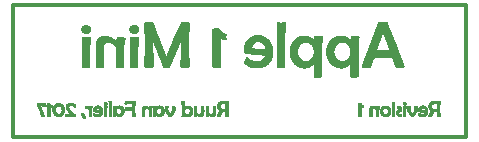
<source format=gbr>
G04 EasyPC Gerber Version 20.0.2 Build 4112 *
G04 #@! TF.Part,Single*
G04 #@! TF.FileFunction,Legend,Bot *
%FSLAX35Y35*%
%MOIN*%
%ADD99C,0.00100*%
%ADD98C,0.01181*%
X0Y0D02*
D02*
D98*
X186750Y60250D02*
Y104250D01*
X337750*
Y60250*
X186750*
D02*
D99*
X254606Y67238D02*
X254609Y67226D01*
X254621Y67219*
X254637Y67211*
X254663*
X254698*
X254744Y67215*
X254802*
X254867Y67222*
X254929Y67226*
X254986Y67230*
X255033*
X255071*
X255109*
X255159*
X255221Y67226*
X255290Y67222*
X255356Y67215*
X255417*
X255467Y67211*
X255509*
X255548Y67215*
X255578Y67234*
X255606Y67261*
X255632Y67300*
X255648Y67334*
X255667Y67372*
X255686Y67422*
X255713Y67480*
X255740Y67546*
X255774Y67619*
X255809Y67699*
X255848Y67788*
X255890Y67884*
X255932Y67988*
X255982Y68099*
X256032Y68219*
X256086Y68345*
X256144Y68480*
X256205Y68622*
X256270Y68776*
X256286Y68807*
X256305Y68833*
X256332Y68857*
X256363Y68876*
X256394Y68895*
X256436Y68910*
X256478Y68922*
X256528Y68930*
X256540*
X256563*
X256593Y68933*
X256628*
X256674*
X256724*
X256782*
X256843*
X256959*
X257063*
X257151Y68930*
X257232*
X257297Y68926*
X257351*
X257389Y68922*
X257420Y68918*
X257435Y68914*
X257451Y68903*
X257462Y68887*
X257474Y68868*
X257481Y68845*
X257489Y68814*
X257493Y68780*
Y68741*
Y68676*
Y68603*
X257489Y68522*
X257485Y68433*
Y68337*
X257481Y68234*
X257474Y68122*
X257470Y68007*
X257466Y67888*
X257459Y67776*
X257455Y67672*
X257451Y67576*
Y67492*
X257447Y67411*
Y67338*
Y67272*
X257451Y67242*
X257466Y67219*
X257485Y67203*
X257516Y67200*
X257559*
X257605Y67203*
X257662Y67207*
X257731Y67215*
X257797Y67222*
X257855Y67226*
X257904Y67230*
X257947*
X257981*
X258024*
X258070Y67226*
X258128Y67222*
X258185Y67215*
X258235*
X258278Y67211*
X258312*
X258350Y67215*
X258378Y67230*
X258396Y67257*
X258400Y67292*
Y67396*
X258396Y67511*
Y67638*
X258393Y67780*
X258385Y67930*
X258381Y68095*
X258374Y68272*
X258362Y68461*
X258354Y68653*
X258347Y68830*
X258343Y68991*
X258335Y69145*
X258331Y69283*
Y69414*
X258328Y69530*
Y69633*
Y69914*
X258331Y70194*
X258339Y70487*
X258347Y70779*
X258358Y71075*
X258374Y71379*
X258389Y71686*
X258408Y71998*
X258412Y72056*
Y72071*
X258404Y72086*
X258393Y72098*
X258378Y72106*
X258354Y72113*
X258331Y72121*
X258300Y72124*
X258266*
X258185*
X258093*
X257997Y72128*
X257889*
X257770Y72132*
X257643*
X257505Y72136*
X257359Y72140*
X257216Y72144*
X257078Y72148*
X256951Y72152*
X256836*
X256728Y72156*
X256628*
X256540*
X256459*
X256270Y72152*
X256090Y72132*
X255917Y72106*
X255759Y72063*
X255606Y72009*
X255463Y71948*
X255332Y71871*
X255209Y71782*
X255148Y71732*
X255086Y71675*
X255033Y71617*
X254983Y71556*
X254936Y71494*
X254894Y71429*
X254856Y71359*
X254821Y71286*
X254790Y71213*
X254763Y71137*
X254740Y71056*
X254721Y70975*
X254709Y70891*
X254698Y70802*
X254690Y70710*
Y70617*
X254694Y70491*
X254698Y70371*
X254709Y70260*
X254725Y70152*
X254744Y70056*
X254767Y69964*
X254798Y69879*
X254829Y69798*
X254871Y69722*
X254921Y69645*
X254975Y69568*
X255040Y69491*
X255113Y69418*
X255194Y69345*
X255282Y69272*
X255378Y69199*
X255406Y69176*
X255428Y69156*
X255440Y69133*
X255444Y69110*
Y69103*
X255436Y69087*
X255428Y69064*
X255417Y69033*
X255402Y68999*
X255386Y68957*
X255363Y68910*
X255340Y68853*
X255313Y68791*
X255282Y68726*
X255248Y68649*
X255209Y68568*
X255167Y68480*
X255125Y68387*
X255075Y68287*
X255025Y68180*
X254975Y68072*
X254925Y67972*
X254883Y67876*
X254840Y67788*
X254802Y67707*
X254771Y67634*
X254737Y67565*
X254709Y67503*
X254687Y67446*
X254663Y67396*
X254648Y67353*
X254633Y67319*
X254621Y67288*
X254613Y67265*
X254606Y67250*
Y67238*
X255567Y70421D02*
X255571Y70571D01*
X255590Y70713*
X255617Y70837*
X255659Y70952*
X255709Y71052*
X255771Y71137*
X255848Y71209*
X255932Y71271*
X256005Y71306*
X256094Y71340*
X256194Y71367*
X256309Y71390*
X256440Y71406*
X256582Y71417*
X256736Y71425*
X256905Y71429*
X256974*
X257039*
X257097Y71425*
X257155Y71421*
X257205*
X257251Y71417*
X257297Y71409*
X257335Y71406*
X257366Y71398*
X257397Y71394*
X257424Y71386*
X257443Y71379*
X257459Y71367*
X257474Y71359*
X257481Y71348*
X257485Y71336*
Y71309*
X257489Y71279*
X257493Y71244*
Y71202*
X257497Y71156*
Y71106*
X257501Y71048*
Y70987*
X257505Y70921*
Y70852*
Y70775*
X257509Y70694*
Y70610*
Y70517*
Y70421*
Y70321*
Y69652*
X257493Y69645*
X257462Y69637*
X257428Y69633*
X257378Y69630*
X257324Y69626*
X257255Y69622*
X257085Y69610*
X256909Y69606*
X256724Y69602*
X256536*
X256420Y69606*
X256309Y69614*
X256205Y69630*
X256113Y69652*
X256024Y69683*
X255944Y69718*
X255874Y69760*
X255809Y69806*
X255752Y69860*
X255702Y69922*
X255663Y69991*
X255628Y70064*
X255602Y70141*
X255582Y70229*
X255571Y70321*
X255567Y70421*
X250884Y70394D02*
Y70325D01*
Y70252*
X250888Y70168*
Y70072*
X250892Y69972*
X250896Y69864*
X250900Y69744*
X250903Y69622*
X250911Y69495*
X250915Y69376*
X250919Y69268*
X250922Y69168*
Y69072*
X250926Y68987*
Y68910*
Y68841*
Y68776*
Y68699*
X250922Y68614*
Y68522*
X250919Y68422*
Y68315*
X250915Y68199*
X250911Y68076*
X250907Y67953*
X250903Y67834*
X250900Y67726*
Y67626*
X250896Y67534*
Y67453*
Y67376*
Y67307*
X250900Y67276*
X250911Y67250*
X250934Y67230*
X250961Y67215*
X250969*
X250980*
X250996*
X251019*
X251042Y67211*
X251076*
X251111*
X251153*
X251203*
X251253*
X251311*
X251376*
X251441*
X251515*
X251591*
X251676*
X251687Y67215*
X251695Y67226*
X251703Y67246*
X251711Y67276*
X251715Y67311*
X251722Y67357*
X251726Y67411*
Y67472*
X251730Y67534*
X251734Y67588*
X251737Y67634*
X251741Y67672*
X251749Y67699*
X251753Y67722*
X251761Y67734*
X251769Y67738*
X251780*
X251791Y67730*
X251803Y67722*
X251822Y67707*
X251895Y67645*
X251968Y67588*
X252041Y67534*
X252114Y67484*
X252183Y67438*
X252257Y67396*
X252330Y67357*
X252403Y67322*
X252476Y67292*
X252549Y67269*
X252618Y67246*
X252691Y67226*
X252764Y67215*
X252833Y67203*
X252906Y67196*
X252980*
X253072Y67200*
X253164Y67203*
X253248Y67215*
X253333Y67230*
X253410Y67250*
X253483Y67272*
X253556Y67303*
X253622Y67334*
X253683Y67372*
X253741Y67415*
X253794Y67461*
X253844Y67511*
X253891Y67565*
X253933Y67626*
X253967Y67688*
X254002Y67757*
X254021Y67803*
X254037Y67853*
X254052Y67907*
X254067Y67965*
X254083Y68030*
X254094Y68095*
X254106Y68169*
X254117Y68245*
X254125Y68322*
X254133Y68407*
X254141Y68499*
X254144Y68591*
X254152Y68687*
Y68791*
X254156Y68895*
Y69006*
X254152Y69206*
X254148Y69399*
X254137Y69583*
X254121Y69760*
X254106Y69929*
X254083Y70091*
X254056Y70244*
X254025Y70387*
X254017Y70421*
X254006Y70448*
X253994Y70471*
X253979Y70491*
X253964Y70506*
X253948Y70517*
X253929Y70521*
X253910Y70525*
X253852*
X253783*
X253698Y70521*
X253606*
X253510*
X253426Y70517*
X253356*
X253298*
X253268Y70514*
X253248Y70498*
X253233Y70475*
X253229Y70441*
Y70402*
X253233Y70360*
X253237Y70314*
X253241Y70256*
X253248Y70198*
X253256Y70133*
X253264Y70060*
X253276Y69983*
X253287Y69902*
X253295Y69826*
X253306Y69756*
X253310Y69695*
X253318Y69637*
X253322Y69587*
X253326Y69541*
Y69502*
X253329Y69395*
X253333Y69280*
X253337Y69164*
Y69037*
Y68891*
X253333Y68757*
X253326Y68633*
X253314Y68526*
X253302Y68430*
X253287Y68345*
X253272Y68272*
X253248Y68215*
X253206Y68122*
X253152Y68045*
X253083Y67980*
X253006Y67930*
X252918Y67888*
X252818Y67857*
X252703Y67838*
X252580Y67834*
X252522Y67838*
X252464Y67845*
X252403Y67865*
X252337Y67888*
X252272Y67919*
X252203Y67957*
X252130Y67999*
X252057Y68053*
X251983Y68107*
X251918Y68165*
X251861Y68219*
X251815Y68276*
X251780Y68330*
X251753Y68383*
X251737Y68437*
X251730Y68491*
X251726Y68530*
X251722Y68576*
Y68637*
Y68707*
X251719Y68783*
Y68876*
X251715Y68976*
Y69087*
Y69206*
Y69337*
X251711Y69480*
Y69633*
Y69794*
Y69968*
Y70152*
Y70344*
X251707Y70387*
X251703Y70421*
X251691Y70452*
X251676Y70475*
X251653Y70494*
X251630Y70506*
X251599Y70514*
X251565Y70517*
X250988*
X250942Y70510*
X250911Y70487*
X250892Y70448*
X250884Y70394*
X246916D02*
Y70325D01*
Y70252*
X246920Y70168*
Y70072*
X246924Y69972*
X246928Y69864*
X246931Y69744*
X246935Y69622*
X246943Y69495*
X246947Y69376*
X246951Y69268*
X246955Y69168*
Y69072*
X246959Y68987*
Y68910*
Y68841*
Y68776*
Y68699*
X246955Y68614*
Y68522*
X246951Y68422*
Y68315*
X246947Y68199*
X246943Y68076*
X246939Y67953*
X246935Y67834*
X246931Y67726*
Y67626*
X246928Y67534*
Y67453*
Y67376*
Y67307*
X246931Y67276*
X246943Y67250*
X246966Y67230*
X246993Y67215*
X247001*
X247012*
X247028*
X247051*
X247074Y67211*
X247109*
X247143*
X247185*
X247235*
X247285*
X247343*
X247408*
X247474*
X247547*
X247624*
X247708*
X247720Y67215*
X247728Y67226*
X247735Y67246*
X247743Y67276*
X247747Y67311*
X247754Y67357*
X247758Y67411*
Y67472*
X247762Y67534*
X247766Y67588*
X247770Y67634*
X247774Y67672*
X247781Y67699*
X247785Y67722*
X247793Y67734*
X247800Y67738*
X247812*
X247824Y67730*
X247835Y67722*
X247854Y67707*
X247928Y67645*
X248000Y67588*
X248074Y67534*
X248146Y67484*
X248216Y67438*
X248289Y67396*
X248362Y67357*
X248435Y67322*
X248508Y67292*
X248581Y67269*
X248650Y67246*
X248723Y67226*
X248796Y67215*
X248866Y67203*
X248939Y67196*
X249012*
X249104Y67200*
X249196Y67203*
X249281Y67215*
X249365Y67230*
X249442Y67250*
X249515Y67272*
X249588Y67303*
X249654Y67334*
X249715Y67372*
X249773Y67415*
X249827Y67461*
X249877Y67511*
X249923Y67565*
X249965Y67626*
X250000Y67688*
X250034Y67757*
X250054Y67803*
X250069Y67853*
X250084Y67907*
X250100Y67965*
X250115Y68030*
X250127Y68095*
X250138Y68169*
X250150Y68245*
X250157Y68322*
X250165Y68407*
X250173Y68499*
X250177Y68591*
X250184Y68687*
Y68791*
X250188Y68895*
Y69006*
X250184Y69206*
X250180Y69399*
X250169Y69583*
X250154Y69760*
X250138Y69929*
X250115Y70091*
X250088Y70244*
X250057Y70387*
X250050Y70421*
X250038Y70448*
X250027Y70471*
X250011Y70491*
X249996Y70506*
X249981Y70517*
X249961Y70521*
X249942Y70525*
X249884*
X249815*
X249731Y70521*
X249638*
X249542*
X249457Y70517*
X249389*
X249331*
X249300Y70514*
X249281Y70498*
X249265Y70475*
X249261Y70441*
Y70402*
X249265Y70360*
X249269Y70314*
X249273Y70256*
X249281Y70198*
X249289Y70133*
X249296Y70060*
X249308Y69983*
X249319Y69902*
X249327Y69826*
X249339Y69756*
X249342Y69695*
X249350Y69637*
X249354Y69587*
X249358Y69541*
Y69502*
X249361Y69395*
X249365Y69280*
X249369Y69164*
Y69037*
Y68891*
X249365Y68757*
X249358Y68633*
X249346Y68526*
X249335Y68430*
X249319Y68345*
X249304Y68272*
X249281Y68215*
X249239Y68122*
X249185Y68045*
X249115Y67980*
X249039Y67930*
X248950Y67888*
X248850Y67857*
X248735Y67838*
X248612Y67834*
X248554Y67838*
X248496Y67845*
X248435Y67865*
X248370Y67888*
X248304Y67919*
X248235Y67957*
X248162Y67999*
X248089Y68053*
X248016Y68107*
X247950Y68165*
X247893Y68219*
X247847Y68276*
X247812Y68330*
X247785Y68383*
X247770Y68437*
X247762Y68491*
X247758Y68530*
X247754Y68576*
Y68637*
Y68707*
X247750Y68783*
Y68876*
X247747Y68976*
Y69087*
Y69206*
Y69337*
X247743Y69480*
Y69633*
Y69794*
Y69968*
Y70152*
Y70344*
X247739Y70387*
X247735Y70421*
X247724Y70452*
X247708Y70475*
X247685Y70494*
X247662Y70506*
X247631Y70514*
X247597Y70517*
X247020*
X246974Y70510*
X246943Y70487*
X246924Y70448*
X246916Y70394*
X242826Y72109D02*
Y71986D01*
X242829Y71852*
Y71706*
X242837Y71544*
X242841Y71367*
X242848Y71175*
X242856Y70971*
X242864Y70752*
X242876Y70533*
X242883Y70325*
X242891Y70137*
X242894Y69960*
X242898Y69798*
X242902Y69648*
X242906Y69518*
Y69399*
Y69226*
Y69060*
X242902Y68899*
Y68745*
X242898Y68595*
Y68453*
X242894Y68311*
X242891Y68180*
X242887Y68049*
X242883Y67926*
X242879Y67807*
X242872Y67695*
X242868Y67588*
X242860Y67484*
X242856Y67388*
X242848Y67296*
X242845Y67253*
X242848Y67234*
X242868Y67222*
X242898Y67211*
X242941Y67207*
X242976Y67203*
X243022*
X243072*
X243129Y67207*
X243164*
X243194Y67211*
X243218*
X243237Y67215*
X243252*
X243260*
X243268*
X243294*
X243329*
X243371Y67211*
X243421Y67207*
X243468Y67200*
X243510*
X243544Y67196*
X243575*
X243587Y67200*
X243598Y67211*
X243606Y67230*
X243614Y67257*
X243621Y67292*
X243625Y67334*
X243629Y67384*
X243633Y67438*
X243637Y67496*
Y67546*
X243641Y67588*
X243644Y67622*
X243648Y67649*
X243652Y67672*
X243656Y67684*
X243660Y67688*
X243683Y67672*
X243714Y67642*
X243771Y67580*
X243837Y67519*
X243898Y67465*
X243963Y67415*
X244029Y67369*
X244094Y67326*
X244159Y67288*
X244229Y67253*
X244298Y67222*
X244371Y67196*
X244440Y67172*
X244513Y67153*
X244590Y67142*
X244663Y67130*
X244740Y67122*
X244817*
X244906Y67126*
X244994Y67130*
X245075Y67142*
X245159Y67157*
X245236Y67176*
X245317Y67200*
X245390Y67226*
X245463Y67257*
X245536Y67292*
X245605Y67334*
X245674Y67376*
X245740Y67426*
X245805Y67480*
X245867Y67538*
X245928Y67599*
X245986Y67665*
X246086Y67795*
X246174Y67930*
X246247Y68076*
X246309Y68226*
X246355Y68380*
X246389Y68545*
X246409Y68714*
X246417Y68891*
X246409Y69076*
X246389Y69252*
X246355Y69418*
X246309Y69580*
X246247Y69733*
X246170Y69879*
X246082Y70018*
X245982Y70148*
X245924Y70214*
X245863Y70275*
X245801Y70329*
X245736Y70383*
X245667Y70429*
X245598Y70475*
X245528Y70514*
X245455Y70548*
X245378Y70579*
X245302Y70606*
X245221Y70629*
X245140Y70648*
X245056Y70663*
X244971Y70675*
X244882Y70679*
X244790Y70683*
X244683Y70679*
X244575Y70667*
X244475Y70644*
X244375Y70617*
X244279Y70583*
X244191Y70537*
X244102Y70483*
X244017Y70421*
X243717Y70160*
X243698Y70175*
X243691Y70210*
Y71348*
Y71409*
X243694Y71490*
Y71586*
X243702Y71698*
X243706Y71806*
X243710Y71902*
Y71986*
Y72052*
Y72090*
X243698Y72113*
X243679Y72132*
X243656Y72136*
X243621*
X243583*
X243541Y72140*
X243494*
X243444Y72144*
X243391Y72148*
X243329Y72156*
X243268Y72159*
X243206Y72163*
X243148Y72171*
X243094Y72174*
X243044*
X242998Y72178*
X242956Y72182*
X242918*
X242887*
X242860Y72178*
X242841Y72163*
X242829Y72140*
X242826Y72109*
X243706Y68910D02*
X243710Y69014D01*
X243721Y69118*
X243741Y69214*
X243771Y69306*
X243806Y69399*
X243852Y69487*
X243906Y69572*
X243967Y69652*
X244037Y69733*
X244113Y69802*
X244191Y69860*
X244275Y69910*
X244363Y69944*
X244456Y69972*
X244552Y69991*
X244652Y69994*
X244759Y69991*
X244859Y69972*
X244956Y69948*
X245048Y69910*
X245132Y69864*
X245217Y69806*
X245294Y69737*
X245367Y69656*
X245428Y69576*
X245482Y69491*
X245528Y69402*
X245567Y69310*
X245594Y69214*
X245617Y69110*
X245628Y69006*
X245632Y68899*
X245628Y68795*
X245613Y68695*
X245594Y68599*
X245563Y68503*
X245524Y68415*
X245474Y68326*
X245421Y68245*
X245355Y68165*
X245282Y68087*
X245206Y68019*
X245125Y67961*
X245036Y67915*
X244948Y67880*
X244856Y67853*
X244756Y67838*
X244652Y67834*
X244552Y67838*
X244452Y67853*
X244359Y67880*
X244267Y67919*
X244183Y67965*
X244106Y68022*
X244029Y68087*
X243960Y68169*
X243898Y68249*
X243848Y68330*
X243806Y68418*
X243767Y68511*
X243741Y68603*
X243721Y68703*
X243710Y68807*
X243706Y68910*
X237374Y69537D02*
Y69418D01*
Y69314*
X237378Y69222*
X237381Y69145*
X237385Y69080*
X237389Y69026*
X237397Y68987*
X237404Y68960*
X237412Y68937*
X237424Y68910*
X237439Y68880*
X237458Y68841*
X237481Y68803*
X237508Y68757*
X237539Y68707*
X237574Y68649*
X237612Y68587*
X237650Y68526*
X237696Y68457*
X237746Y68380*
X237796Y68303*
X237854Y68219*
X237912Y68130*
X237973Y68038*
X238039Y67941*
X238100Y67853*
X238158Y67769*
X238212Y67692*
X238266Y67619*
X238312Y67553*
X238358Y67492*
X238400Y67438*
X238435Y67388*
X238469Y67346*
X238500Y67311*
X238531Y67276*
X238554Y67253*
X238577Y67234*
X238593Y67219*
X238608Y67211*
X238623Y67207*
X238646Y67203*
X238673Y67200*
X238708Y67196*
X238746Y67192*
X238793*
X238843*
X238904Y67188*
X238957Y67192*
X239011*
X239057*
X239096Y67196*
X239135Y67200*
X239165Y67203*
X239192Y67207*
X239211Y67211*
X239227Y67219*
X239242Y67230*
X239265Y67250*
X239288Y67272*
X239315Y67303*
X239346Y67338*
X239381Y67376*
X239419Y67426*
X239461Y67476*
X239507Y67534*
X239557Y67599*
X239607Y67669*
X239665Y67745*
X239723Y67826*
X239788Y67911*
X239854Y68003*
X239919Y68095*
X239976Y68180*
X240034Y68261*
X240088Y68337*
X240138Y68411*
X240184Y68480*
X240226Y68541*
X240265Y68599*
X240300Y68653*
X240334Y68703*
X240361Y68749*
X240384Y68791*
X240407Y68826*
X240422Y68857*
X240434Y68883*
X240446Y68907*
X240465Y68964*
X240484Y69033*
X240496Y69106*
X240507Y69187*
X240519Y69280*
X240526Y69376*
X240530Y69480*
Y69591*
Y69630*
Y69672*
Y69718*
X240526Y69772*
Y69829*
Y69887*
X240522Y69952*
Y70022*
X240519Y70094*
Y70160*
Y70218*
X240515Y70275*
Y70325*
Y70375*
Y70417*
Y70456*
X240511Y70491*
X240496Y70514*
X240472Y70529*
X240438Y70533*
X240372*
X240292Y70529*
X240200Y70525*
X240092Y70521*
X239984Y70517*
X239892Y70514*
X239811*
X239746Y70510*
X239719Y70506*
X239700Y70494*
X239688Y70471*
X239684Y70441*
Y70379*
X239688Y70302*
X239692Y70214*
X239696Y70110*
X239704Y70006*
X239707Y69918*
X239711Y69841*
Y69779*
X239707Y69618*
X239704Y69468*
X239692Y69326*
X239677Y69187*
X239669Y69149*
X239646Y69095*
X239619Y69033*
X239581Y68957*
X239531Y68868*
X239469Y68768*
X239400Y68657*
X239319Y68533*
X239281Y68472*
X239238Y68411*
X239204Y68357*
X239169Y68307*
X239135Y68261*
X239104Y68219*
X239073Y68180*
X239046Y68145*
X239023Y68115*
X239000Y68087*
X238977Y68065*
X238957Y68045*
X238942Y68034*
X238927Y68022*
X238911Y68015*
X238900*
X238892*
X238877Y68022*
X238865Y68034*
X238850Y68045*
X238831Y68065*
X238811Y68087*
X238789Y68111*
X238765Y68141*
X238743Y68176*
X238715Y68215*
X238689Y68257*
X238658Y68299*
X238623Y68349*
X238589Y68403*
X238554Y68461*
X238515Y68522*
X238446Y68641*
X238385Y68749*
X238331Y68845*
X238285Y68930*
X238246Y69003*
X238219Y69064*
X238200Y69114*
X238193Y69153*
X238185Y69199*
X238181Y69256*
X238177Y69318*
X238173Y69391*
X238170Y69472*
X238166Y69556*
Y69652*
Y69756*
Y69822*
X238170Y69902*
X238177Y69994*
X238189Y70102*
X238200Y70214*
X238204Y70306*
X238212Y70387*
Y70452*
X238208Y70475*
X238200Y70491*
X238181Y70502*
X238158Y70506*
X238093*
X238016*
X237924Y70510*
X237820Y70517*
X237712Y70521*
X237620Y70525*
X237543Y70529*
X237481*
X237470Y70525*
X237454Y70514*
X237443Y70494*
X237435Y70467*
X237424Y70433*
X237416Y70391*
X237408Y70337*
X237400Y70279*
X237393Y70214*
X237389Y70141*
X237385Y70060*
X237381Y69972*
X237378Y69872*
X237374Y69768*
Y69656*
Y69537*
X233356Y70387D02*
Y70379D01*
X233360Y70364*
Y70344*
X233367Y70325*
X233398Y70125*
X233425Y69937*
X233448Y69752*
X233467Y69576*
X233483Y69406*
X233494Y69241*
X233498Y69087*
X233502Y68937*
Y68926*
Y68903*
X233498Y68872*
Y68826*
X233494Y68768*
X233491Y68699*
X233487Y68618*
X233479Y68526*
X233475Y68422*
X233467Y68307*
X233460Y68176*
X233452Y68038*
X233444Y67888*
X233433Y67722*
X233425Y67549*
X233413Y67361*
X233410Y67311*
X233413Y67269*
X233433Y67234*
X233460Y67215*
X233502Y67211*
X233556Y67207*
X233625Y67203*
X233702Y67196*
X233794Y67188*
X233887Y67176*
X233967Y67169*
X234033Y67165*
X234086*
X234102Y67169*
X234117Y67180*
X234133Y67200*
X234144Y67226*
X234156Y67261*
X234167Y67303*
X234179Y67353*
X234186Y67411*
X234198Y67469*
X234206Y67519*
X234213Y67561*
X234221Y67595*
X234233Y67622*
X234240Y67642*
X234248Y67653*
X234256Y67657*
X234263Y67653*
X234275Y67649*
X234290Y67638*
X234313Y67622*
X234340Y67603*
X234371Y67580*
X234406Y67553*
X234444Y67519*
X234548Y67442*
X234644Y67372*
X234740Y67311*
X234832Y67265*
X234902Y67230*
X234971Y67203*
X235040Y67176*
X235109Y67157*
X235178Y67142*
X235248Y67130*
X235317Y67126*
X235386Y67122*
X235470Y67126*
X235551Y67130*
X235632Y67142*
X235713Y67157*
X235790Y67176*
X235867Y67200*
X235939Y67226*
X236013Y67257*
X236082Y67296*
X236151Y67334*
X236220Y67380*
X236285Y67430*
X236351Y67480*
X236413Y67538*
X236474Y67599*
X236531Y67669*
X236635Y67799*
X236724Y67938*
X236801Y68080*
X236862Y68230*
X236912Y68383*
X236947Y68545*
X236966Y68707*
X236974Y68880*
X236966Y69068*
X236947Y69252*
X236912Y69426*
X236862Y69591*
X236801Y69748*
X236724Y69894*
X236631Y70037*
X236528Y70168*
X236470Y70233*
X236409Y70291*
X236343Y70348*
X236278Y70398*
X236209Y70448*
X236136Y70491*
X236063Y70529*
X235989Y70564*
X235909Y70598*
X235828Y70625*
X235747Y70644*
X235663Y70663*
X235574Y70679*
X235486Y70691*
X235394Y70694*
X235301Y70698*
X235167Y70691*
X235040Y70675*
X234917Y70644*
X234798Y70606*
X234682Y70552*
X234571Y70487*
X234467Y70414*
X234363Y70325*
X234329Y70287*
X234286Y70237*
X234236Y70183*
X234179Y70122*
X234167Y70114*
X234156Y70110*
X234152Y70114*
X234144Y70125*
X234140Y70141*
X234133Y70164*
X234125Y70194*
X234117Y70233*
X234106Y70279*
X234098Y70329*
X234086Y70383*
X234075Y70429*
X234063Y70464*
X234052Y70498*
X234040Y70521*
X234029Y70537*
X234013Y70548*
X233998Y70552*
X233971*
X233940Y70548*
X233906Y70544*
X233863Y70537*
X233817Y70533*
X233763Y70521*
X233706Y70510*
X233644Y70498*
X233575Y70483*
X233517Y70467*
X233467Y70452*
X233429Y70441*
X233394Y70425*
X233375Y70414*
X233360Y70398*
X233356Y70387*
X234252Y68922D02*
X234256Y69026D01*
X234267Y69130*
X234286Y69226*
X234317Y69322*
X234352Y69410*
X234394Y69498*
X234448Y69583*
X234509Y69660*
X234578Y69741*
X234652Y69806*
X234732Y69864*
X234817Y69910*
X234906Y69948*
X234998Y69975*
X235098Y69991*
X235198Y69994*
X235301Y69991*
X235401Y69975*
X235494Y69948*
X235586Y69910*
X235670Y69864*
X235751Y69810*
X235828Y69741*
X235901Y69664*
X235963Y69583*
X236017Y69498*
X236067Y69410*
X236101Y69322*
X236132Y69226*
X236155Y69126*
X236167Y69026*
X236170Y68922*
X236167Y68814*
X236155Y68714*
X236132Y68618*
X236101Y68522*
X236067Y68433*
X236017Y68345*
X235963Y68265*
X235901Y68184*
X235828Y68107*
X235751Y68041*
X235670Y67984*
X235586Y67938*
X235494Y67903*
X235401Y67876*
X235301Y67861*
X235198Y67857*
X235098Y67861*
X235002Y67876*
X234909Y67903*
X234821Y67941*
X234736Y67988*
X234659Y68045*
X234582Y68111*
X234509Y68191*
X234452Y68268*
X234398Y68353*
X234352Y68437*
X234317Y68530*
X234286Y68622*
X234267Y68718*
X234256Y68818*
X234252Y68922*
X229688Y67280D02*
X229692Y67246D01*
X229707Y67222*
X229730Y67207*
X229761Y67203*
X229822*
X229903*
X229996Y67207*
X230103*
X230211*
X230307Y67211*
X230384*
X230449*
X230476Y67219*
X230495Y67238*
X230507Y67269*
X230511Y67311*
Y67357*
Y67411*
Y67465*
Y67530*
X230507Y67595*
Y67672*
X230503Y67749*
Y67834*
X230499Y67922*
X230495Y67999*
Y68076*
Y68141*
X230492Y68207*
Y68265*
Y68315*
Y68361*
Y68399*
Y68441*
Y68487*
Y68537*
Y68591*
Y68653*
X230495Y68714*
Y68783*
Y68849*
Y68914*
Y68972*
X230499Y69026*
Y69076*
Y69122*
Y69164*
Y69203*
Y69299*
X230507Y69387*
X230515Y69468*
X230526Y69545*
X230545Y69610*
X230565Y69668*
X230588Y69722*
X230615Y69768*
X230653Y69814*
X230699Y69852*
X230753Y69887*
X230815Y69914*
X230884Y69937*
X230961Y69952*
X231045Y69960*
X231137Y69964*
X231183Y69960*
X231233Y69952*
X231287Y69937*
X231345Y69914*
X231411Y69887*
X231476Y69852*
X231549Y69814*
X231626Y69768*
X231703Y69714*
X231772Y69664*
X231826Y69618*
X231872Y69568*
X231910Y69526*
X231937Y69480*
X231953Y69437*
X231956Y69395*
Y67292*
X231960Y67253*
X231972Y67226*
X231995Y67211*
X232022Y67203*
X232087*
X232164*
X232252Y67207*
X232360*
X232464*
X232556Y67211*
X232633*
X232694*
X232729Y67215*
X232752Y67230*
X232764Y67257*
X232772Y67292*
Y67365*
X232768Y67446*
Y67538*
Y67638*
Y67745*
X232764Y67865*
Y67988*
X232760Y68122*
Y68257*
X232756Y68383*
Y68499*
Y68611*
X232752Y68711*
Y68803*
Y68883*
Y68960*
X232756Y69145*
X232764Y69326*
X232775Y69502*
X232791Y69676*
X232814Y69848*
X232841Y70014*
X232875Y70179*
X232910Y70337*
X232918Y70364*
X232921Y70383*
X232918Y70398*
X232910Y70414*
X232894Y70425*
X232875Y70433*
X232864Y70437*
X232841*
X232806Y70444*
X232764Y70452*
X232706Y70460*
X232641Y70471*
X232564Y70483*
X232476Y70498*
X232387Y70514*
X232310Y70525*
X232241Y70537*
X232187Y70544*
X232145Y70552*
X232110Y70556*
X232091Y70560*
X232080*
X232072Y70556*
X232064Y70544*
X232056Y70529*
X232052Y70502*
X232041Y70394*
X232022Y70283*
X231999Y70175*
X231972Y70064*
X231872Y70141*
X231760Y70225*
X231633Y70321*
X231491Y70421*
X231399Y70475*
X231307Y70521*
X231218Y70560*
X231126Y70591*
X231037Y70617*
X230949Y70633*
X230861Y70644*
X230776Y70648*
X230619Y70641*
X230472Y70625*
X230338Y70594*
X230219Y70552*
X230115Y70498*
X230019Y70433*
X229938Y70356*
X229872Y70264*
X229830Y70191*
X229792Y70102*
X229761Y70006*
X229738Y69898*
X229719Y69779*
X229704Y69648*
X229696Y69506*
X229692Y69356*
Y69295*
X229696Y69218*
Y69126*
X229700Y69022*
Y68918*
X229704Y68826*
Y68749*
Y68683*
Y68622*
Y68553*
Y68476*
Y68391*
X229700Y68299*
Y68203*
Y68095*
X229696Y67984*
Y67869*
X229692Y67765*
Y67665*
Y67572*
Y67492*
X229688Y67415*
Y67342*
Y67280*
X223844Y71417D02*
X223848Y71390D01*
X223863Y71367*
X223886Y71356*
X223917Y71352*
X223990*
X224075*
X224171Y71356*
X224278Y71359*
X224398Y71363*
X224524Y71371*
X224667Y71375*
X224817Y71383*
X224959Y71390*
X225090Y71394*
X225217Y71398*
X225332Y71402*
X225440Y71406*
X225539*
X225632*
X225717*
X225970Y71402*
X226028*
X226078Y71398*
X226124*
X226159*
X226189Y71394*
X226209*
X226224*
X226231Y71390*
X226247Y71383*
X226262Y71367*
X226274Y71348*
X226281Y71321*
X226289Y71290*
X226297Y71256*
X226301Y71213*
Y71171*
Y70321*
Y70268*
X226293Y70218*
X226285Y70175*
X226274Y70141*
X226262Y70118*
X226243Y70098*
X226224Y70087*
X226201Y70083*
X226109*
X226009*
X225893Y70087*
X225770Y70091*
X225639Y70094*
X225493Y70098*
X225340Y70106*
X225174Y70114*
X225005Y70122*
X224851Y70125*
X224705Y70133*
X224574Y70137*
X224452Y70141*
X224336*
X224236Y70144*
X224148*
X224113Y70141*
X224090Y70129*
X224079Y70114*
X224071Y70087*
X224075Y70056*
Y70014*
X224079Y69968*
X224082Y69910*
X224086Y69856*
Y69806*
X224090Y69768*
Y69733*
Y69698*
Y69652*
X224086Y69602*
X224082Y69541*
X224079Y69483*
Y69430*
X224075Y69387*
Y69352*
X224082Y69333*
X224094Y69318*
X224117Y69310*
X224152*
X224213*
X224286*
X224367*
X224456Y69314*
X224552*
X224655Y69318*
X224767*
X224886Y69322*
X225005Y69326*
X225117Y69330*
X225220*
X225317Y69333*
X225405*
X225486Y69337*
X225559*
X225624*
X225732*
X225824*
X225909*
X225978Y69333*
X226035*
X226081*
X226113*
X226135Y69330*
X226174Y69326*
X226205Y69314*
X226231Y69302*
X226255Y69287*
X226270Y69272*
X226281Y69249*
X226289Y69226*
X226293Y69199*
Y69118*
Y69022*
X226289Y68918*
Y68807*
X226285Y68683*
X226281Y68549*
Y68407*
X226274Y68253*
X226270Y68099*
X226266Y67957*
Y67822*
X226262Y67699*
Y67588*
X226259Y67484*
Y67388*
Y67307*
X226262Y67261*
X226278Y67226*
X226305Y67207*
X226343Y67200*
X226381*
X226431Y67203*
X226485Y67207*
X226551Y67215*
X226616Y67222*
X226674Y67226*
X226724Y67230*
X226762*
X226797*
X226839*
X226889Y67226*
X226947Y67222*
X227004Y67215*
X227054*
X227093Y67211*
X227128*
X227166Y67215*
X227193Y67230*
X227212Y67253*
X227216Y67288*
Y67392*
X227212Y67507*
Y67634*
X227208Y67776*
X227204Y67930*
X227196Y68095*
X227189Y68272*
X227181Y68461*
X227174Y68649*
X227170Y68826*
X227162Y68991*
X227158Y69145*
X227154Y69287*
X227150Y69414*
Y69530*
Y69633*
Y69687*
Y69748*
X227154Y69826*
Y69918*
X227158Y70018*
X227162Y70133*
X227166Y70264*
X227170Y70402*
X227174Y70556*
X227178Y70721*
X227185Y70902*
X227193Y71094*
X227200Y71298*
X227208Y71513*
X227216Y71744*
X227224Y71986*
Y72032*
X227220Y72067*
X227204Y72090*
X227174Y72109*
X227135Y72117*
X227124*
X227097*
X227058*
X227012Y72113*
X226947*
X226874Y72109*
X226789*
X226689Y72106*
X226420Y72102*
X226159*
X225909*
X225670*
X225505Y72106*
X225328Y72109*
X225144Y72117*
X224948Y72124*
X224740Y72132*
X224521Y72144*
X224290Y72159*
X224052Y72174*
X224021*
X223990Y72171*
X223967Y72163*
X223948Y72152*
X223929Y72132*
X223917Y72113*
X223906Y72086*
X223902Y72059*
Y72006*
X223898Y71940*
X223894Y71859*
X223886Y71771*
X223875Y71706*
X223867Y71648*
X223859Y71594*
X223856Y71548*
X223852Y71506*
X223848Y71471*
X223844Y71440*
Y71417*
X219980Y70387D02*
Y70379D01*
X219984Y70364*
Y70344*
X219992Y70325*
X220022Y70125*
X220049Y69937*
X220072Y69752*
X220092Y69576*
X220107Y69406*
X220119Y69241*
X220122Y69087*
X220126Y68937*
Y68926*
Y68903*
X220122Y68872*
Y68826*
X220119Y68768*
X220115Y68699*
X220111Y68618*
X220103Y68526*
X220099Y68422*
X220092Y68307*
X220084Y68176*
X220076Y68038*
X220069Y67888*
X220057Y67722*
X220049Y67549*
X220038Y67361*
X220034Y67311*
X220038Y67269*
X220057Y67234*
X220084Y67215*
X220126Y67211*
X220180Y67207*
X220249Y67203*
X220326Y67196*
X220419Y67188*
X220511Y67176*
X220591Y67169*
X220657Y67165*
X220711*
X220726Y67169*
X220741Y67180*
X220757Y67200*
X220768Y67226*
X220780Y67261*
X220791Y67303*
X220803Y67353*
X220811Y67411*
X220822Y67469*
X220830Y67519*
X220837Y67561*
X220845Y67595*
X220857Y67622*
X220864Y67642*
X220872Y67653*
X220880Y67657*
X220887Y67653*
X220899Y67649*
X220914Y67638*
X220937Y67622*
X220964Y67603*
X220995Y67580*
X221030Y67553*
X221068Y67519*
X221172Y67442*
X221268Y67372*
X221364Y67311*
X221456Y67265*
X221526Y67230*
X221595Y67203*
X221664Y67176*
X221733Y67157*
X221802Y67142*
X221872Y67130*
X221941Y67126*
X222010Y67122*
X222094Y67126*
X222176Y67130*
X222256Y67142*
X222337Y67157*
X222414Y67176*
X222491Y67200*
X222564Y67226*
X222637Y67257*
X222706Y67296*
X222775Y67334*
X222844Y67380*
X222910Y67430*
X222975Y67480*
X223037Y67538*
X223098Y67599*
X223156Y67669*
X223259Y67799*
X223348Y67938*
X223425Y68080*
X223487Y68230*
X223537Y68383*
X223571Y68545*
X223590Y68707*
X223598Y68880*
X223590Y69068*
X223571Y69252*
X223537Y69426*
X223487Y69591*
X223425Y69748*
X223348Y69894*
X223256Y70037*
X223152Y70168*
X223094Y70233*
X223033Y70291*
X222967Y70348*
X222902Y70398*
X222833Y70448*
X222760Y70491*
X222687Y70529*
X222614Y70564*
X222533Y70598*
X222452Y70625*
X222372Y70644*
X222287Y70663*
X222198Y70679*
X222110Y70691*
X222018Y70694*
X221926Y70698*
X221791Y70691*
X221664Y70675*
X221541Y70644*
X221422Y70606*
X221307Y70552*
X221195Y70487*
X221091Y70414*
X220987Y70325*
X220953Y70287*
X220911Y70237*
X220861Y70183*
X220803Y70122*
X220791Y70114*
X220780Y70110*
X220776Y70114*
X220768Y70125*
X220765Y70141*
X220757Y70164*
X220749Y70194*
X220741Y70233*
X220730Y70279*
X220722Y70329*
X220711Y70383*
X220699Y70429*
X220687Y70464*
X220676Y70498*
X220665Y70521*
X220653Y70537*
X220637Y70548*
X220622Y70552*
X220595*
X220565Y70548*
X220530Y70544*
X220487Y70537*
X220441Y70533*
X220388Y70521*
X220330Y70510*
X220269Y70498*
X220199Y70483*
X220142Y70467*
X220092Y70452*
X220053Y70441*
X220019Y70425*
X219999Y70414*
X219984Y70398*
X219980Y70387*
X220876Y68922D02*
X220880Y69026D01*
X220891Y69130*
X220911Y69226*
X220941Y69322*
X220976Y69410*
X221018Y69498*
X221072Y69583*
X221133Y69660*
X221203Y69741*
X221276Y69806*
X221356Y69864*
X221441Y69910*
X221530Y69948*
X221622Y69975*
X221722Y69991*
X221822Y69994*
X221926Y69991*
X222026Y69975*
X222118Y69948*
X222210Y69910*
X222294Y69864*
X222375Y69810*
X222452Y69741*
X222525Y69664*
X222587Y69583*
X222641Y69498*
X222691Y69410*
X222725Y69322*
X222756Y69226*
X222779Y69126*
X222791Y69026*
X222794Y68922*
X222791Y68814*
X222779Y68714*
X222756Y68618*
X222725Y68522*
X222691Y68433*
X222641Y68345*
X222587Y68265*
X222525Y68184*
X222452Y68107*
X222375Y68041*
X222294Y67984*
X222210Y67938*
X222118Y67903*
X222026Y67876*
X221926Y67861*
X221822Y67857*
X221722Y67861*
X221626Y67876*
X221533Y67903*
X221445Y67941*
X221360Y67988*
X221283Y68045*
X221207Y68111*
X221133Y68191*
X221076Y68268*
X221022Y68353*
X220976Y68437*
X220941Y68530*
X220911Y68622*
X220891Y68718*
X220880Y68818*
X220876Y68922*
X218519Y72078D02*
X218523Y72032D01*
X218542Y71713*
X218557Y71406*
X218569Y71106*
X218581Y70821*
X218588Y70544*
X218596Y70283*
X218600Y70029*
Y69791*
Y69679*
Y69556*
X218596Y69418*
Y69268*
Y69106*
X218592Y68930*
X218588Y68741*
X218584Y68537*
X218581Y68337*
Y68149*
X218577Y67972*
Y67811*
X218573Y67661*
Y67526*
Y67403*
Y67292*
X218577Y67257*
X218584Y67230*
X218604Y67215*
X218627Y67211*
X219296*
X219322Y67215*
X219346Y67230*
X219357Y67257*
X219361Y67292*
Y67403*
Y67526*
X219357Y67661*
Y67811*
Y67972*
Y68149*
X219354Y68337*
Y68537*
X219350Y68741*
Y68930*
Y69106*
X219346Y69268*
Y69418*
Y69556*
Y69679*
Y69791*
Y69891*
X219350Y70002*
Y70129*
X219354Y70264*
X219361Y70414*
X219365Y70575*
X219372Y70744*
X219380Y70929*
X219392Y71113*
X219400Y71286*
X219404Y71444*
X219411Y71594*
X219415Y71729*
Y71856*
X219419Y71967*
Y72067*
X219415Y72098*
X219400Y72117*
X219376Y72132*
X219346Y72136*
X219311*
X219265Y72132*
X219215Y72128*
X219157Y72124*
X219096Y72121*
X219046Y72117*
X219004*
X218969Y72113*
X218930Y72117*
X218884*
X218830Y72121*
X218773Y72124*
X218711Y72128*
X218657Y72132*
X218615Y72136*
X218577*
X218550Y72132*
X218531Y72121*
X218523Y72106*
X218519Y72078*
X216908Y71409D02*
X216916Y71309D01*
X216939Y71221*
X216977Y71148*
X217027Y71087*
X217096Y71040*
X217177Y71006*
X217277Y70987*
X217389Y70979*
X217504Y70987*
X217604Y71006*
X217685Y71040*
X217754Y71087*
X217808Y71148*
X217846Y71221*
X217869Y71309*
X217877Y71409*
X217873Y71456*
X217869Y71502*
X217854Y71544*
X217839Y71586*
X217819Y71625*
X217793Y71659*
X217762Y71694*
X217727Y71729*
X217654Y71782*
X217573Y71817*
X217485Y71840*
X217389Y71848*
X217293Y71840*
X217204Y71817*
X217124Y71778*
X217050Y71725*
X217016Y71694*
X216989Y71659*
X216962Y71625*
X216943Y71586*
X216927Y71544*
X216916Y71502*
X216912Y71456*
X216908Y71409*
X216935Y70460D02*
Y70387D01*
Y70306*
X216939Y70218*
X216943Y70118*
X216946Y70014*
X216954Y69898*
X216958Y69776*
X216966Y69641*
X216974Y69510*
X216981Y69387*
X216989Y69272*
X216993Y69164*
X216996Y69064*
Y68976*
X217000Y68895*
Y68822*
Y68753*
Y68680*
Y68595*
X216996Y68503*
Y68403*
X216993Y68295*
Y68180*
X216989Y68057*
Y67930*
X216985Y67815*
Y67707*
X216981Y67611*
Y67519*
Y67434*
Y67361*
Y67292*
X216985Y67261*
X216996Y67238*
X217016Y67222*
X217043Y67219*
X217727*
X217746Y67222*
X217762Y67226*
X217773Y67238*
X217785Y67253*
X217793Y67276*
X217796Y67300*
X217800Y67330*
Y67361*
Y67426*
Y67499*
Y67576*
Y67665*
X217796Y67761*
Y67861*
X217793Y67972*
X217789Y68091*
X217785Y68207*
Y68318*
X217781Y68422*
Y68518*
X217777Y68603*
Y68683*
Y68757*
Y68822*
Y68895*
X217781Y68976*
Y69064*
X217789Y69164*
X217793Y69272*
X217800Y69387*
X217808Y69510*
X217815Y69645*
X217827Y69776*
X217835Y69898*
X217843Y70018*
X217846Y70122*
X217850Y70221*
X217854Y70310*
X217858Y70391*
Y70464*
X217854Y70491*
X217839Y70510*
X217815Y70521*
X217785Y70525*
X217746*
X217704Y70521*
X217650Y70514*
X217589Y70506*
X217527Y70498*
X217473Y70494*
X217427Y70491*
X217393*
X217354*
X217308Y70494*
X217254Y70498*
X217193Y70506*
X217131Y70514*
X217077Y70521*
X217031Y70525*
X216996*
X216970Y70521*
X216950Y70510*
X216939Y70487*
X216935Y70460*
X213267Y69095D02*
X213271Y69033D01*
X213283Y68976*
X213298Y68926*
X213325Y68880*
X213356Y68837*
X213394Y68803*
X213440Y68772*
X213490Y68749*
X213517Y68741*
X213559Y68733*
X213613Y68726*
X213682Y68714*
X213767Y68703*
X213867Y68691*
X213978Y68680*
X214109Y68668*
X214252Y68657*
X214409Y68641*
X214582Y68626*
X214767Y68611*
X214967Y68595*
X215182Y68576*
X215413Y68561*
X215659Y68541*
X215643Y68465*
X215620Y68391*
X215589Y68322*
X215551Y68253*
X215505Y68191*
X215451Y68130*
X215389Y68069*
X215320Y68015*
X215247Y67965*
X215178Y67922*
X215101Y67888*
X215028Y67857*
X214951Y67834*
X214874Y67819*
X214797Y67811*
X214717Y67807*
X214578Y67811*
X214444Y67830*
X214313Y67857*
X214186Y67895*
X214059Y67945*
X213936Y68007*
X213817Y68080*
X213702Y68161*
X213590Y68253*
X213567Y68249*
X213552Y68245*
X213548Y68241*
X213540Y68226*
X213529Y68207*
X213513Y68180*
X213498Y68145*
X213475Y68107*
X213448Y68057*
X213421Y68003*
X213390Y67945*
X213367Y67899*
X213344Y67857*
X213329Y67822*
X213313Y67792*
X213306Y67772*
X213298Y67757*
Y67749*
X213302Y67734*
X213313Y67719*
X213329Y67695*
X213356Y67669*
X213421Y67603*
X213486Y67542*
X213559Y67484*
X213629Y67430*
X213706Y67380*
X213782Y67334*
X213859Y67296*
X213944Y67257*
X214024Y67226*
X214113Y67200*
X214202Y67176*
X214290Y67157*
X214386Y67142*
X214478Y67130*
X214578Y67126*
X214678Y67122*
X214874Y67130*
X215063Y67153*
X215239Y67192*
X215409Y67246*
X215566Y67311*
X215713Y67396*
X215847Y67496*
X215974Y67607*
X216089Y67734*
X216185Y67872*
X216270Y68019*
X216335Y68176*
X216389Y68341*
X216428Y68522*
X216451Y68707*
X216458Y68907*
X216451Y69083*
X216428Y69256*
X216393Y69422*
X216343Y69583*
X216278Y69737*
X216197Y69887*
X216105Y70029*
X215997Y70168*
X215935Y70233*
X215870Y70298*
X215805Y70356*
X215739Y70410*
X215670Y70460*
X215597Y70506*
X215528Y70548*
X215451Y70587*
X215378Y70617*
X215301Y70644*
X215220Y70671*
X215139Y70691*
X215059Y70706*
X214974Y70717*
X214886Y70721*
X214801Y70725*
X214640Y70717*
X214482Y70694*
X214336Y70656*
X214194Y70602*
X214059Y70537*
X213932Y70452*
X213813Y70352*
X213698Y70241*
X213598Y70122*
X213509Y69991*
X213436Y69860*
X213375Y69718*
X213329Y69572*
X213294Y69422*
X213275Y69260*
X213267Y69095*
X214102Y69310D02*
X214105Y69383D01*
X214117Y69452*
X214132Y69518*
X214159Y69583*
X214190Y69648*
X214232Y69710*
X214278Y69768*
X214332Y69826*
X214390Y69879*
X214448Y69925*
X214509Y69964*
X214574Y69994*
X214640Y70022*
X214709Y70037*
X214778Y70048*
X214847Y70052*
X214928Y70048*
X215005Y70037*
X215078Y70014*
X215151Y69987*
X215220Y69948*
X215289Y69906*
X215355Y69852*
X215420Y69791*
X215478Y69726*
X215528Y69656*
X215574Y69587*
X215609Y69514*
X215635Y69441*
X215655Y69364*
X215666Y69287*
X215670Y69206*
X215666Y69191*
X215663Y69176*
X215651Y69160*
X215639Y69153*
X215620Y69145*
X215601Y69137*
X215574Y69133*
X215543*
X215413*
X215274Y69141*
X215128Y69149*
X214974Y69160*
X214817Y69176*
X214651Y69191*
X214482Y69214*
X214305Y69241*
X214255Y69245*
X214217Y69252*
X214182Y69264*
X214152Y69272*
X214128Y69280*
X214113Y69291*
X214105Y69299*
X214102Y69310*
X210764Y70510D02*
X210768Y70321D01*
X210776Y70141*
X210795Y69968*
X210818Y69806*
X210826Y69772*
X210841Y69744*
X210860Y69729*
X210887Y69726*
X210930*
X210980Y69729*
X211041Y69733*
X211110Y69741*
X211180Y69748*
X211241Y69752*
X211295Y69756*
X211337*
X211441Y69752*
X211537Y69741*
X211622Y69722*
X211698Y69695*
X211764Y69660*
X211822Y69614*
X211868Y69564*
X211902Y69506*
X211918Y69464*
X211933Y69410*
X211944Y69349*
X211956Y69276*
X211964Y69191*
X211972Y69095*
X211975Y68991*
Y68880*
Y68491*
Y68441*
Y68380*
X211972Y68315*
Y68245*
X211968Y68169*
Y68084*
X211964Y67991*
X211960Y67895*
X211956Y67799*
X211952Y67707*
Y67622*
X211948Y67546*
Y67476*
X211944Y67411*
Y67349*
Y67300*
X211948Y67257*
X211964Y67226*
X211991Y67211*
X212025Y67203*
X212087*
X212164*
X212252Y67207*
X212356*
X212460*
X212548Y67211*
X212625*
X212687*
X212721Y67215*
X212744Y67234*
X212760Y67261*
X212767Y67300*
X212763Y67372*
Y67457*
Y67553*
Y67653*
Y67765*
X212760Y67888*
Y68015*
X212756Y68153*
Y68291*
X212752Y68422*
Y68545*
Y68657*
X212748Y68760*
Y68853*
Y68937*
Y69014*
X212752Y69226*
X212760Y69426*
X212771Y69618*
X212791Y69794*
X212809Y69964*
X212841Y70122*
X212871Y70271*
X212909Y70406*
X212917Y70433*
Y70448*
X212913Y70467*
X212906Y70487*
X212891Y70498*
X212871Y70510*
X212802Y70517*
X212717Y70525*
X212617Y70537*
X212506Y70552*
X212417Y70567*
X212344Y70583*
X212279Y70594*
X212229Y70602*
X212191Y70610*
X212168Y70617*
X212156Y70621*
X212141Y70617*
X212129Y70610*
X212118Y70591*
X212110Y70571*
X212098Y70541*
X212094Y70506*
X212087Y70464*
X212083Y70414*
X212075Y70368*
X212071Y70325*
X212064Y70291*
X212056Y70260*
X212048Y70237*
X212041Y70221*
X212029Y70214*
X212018Y70210*
X212010*
X211998Y70218*
X211714Y70398*
X211633Y70444*
X211552Y70483*
X211472Y70514*
X211391Y70541*
X211314Y70560*
X211233Y70571*
X211141Y70579*
X211037Y70583*
X210976*
X210918Y70579*
X210872Y70571*
X210833Y70564*
X210803Y70552*
X210780Y70541*
X210768Y70525*
X210764Y70510*
X209407Y68049D02*
Y67961D01*
X209415Y67872*
X209422Y67792*
X209438Y67711*
X209453Y67630*
X209476Y67557*
X209503Y67484*
X209530Y67411*
X209553Y67365*
X209584Y67311*
X209626Y67250*
X209676Y67184*
X209730Y67111*
X209795Y67034*
X209869Y66950*
X209953Y66857*
X210041Y66761*
X210122Y66677*
X210195Y66604*
X210265Y66546*
X210322Y66500*
X210376Y66469*
X210422Y66450*
X210457Y66442*
X210468Y66446*
X210480Y66454*
X210499Y66465*
X210518Y66480*
X210537Y66504*
X210564Y66530*
X210595Y66565*
X210626Y66604*
X210660Y66642*
X210687Y66677*
X210710Y66707*
X210730Y66734*
X210745Y66757*
X210757Y66776*
X210760Y66792*
X210764Y66804*
X210760Y66807*
X210753Y66819*
X210737Y66838*
X210718Y66861*
X210691Y66896*
X210660Y66942*
X210622Y66992*
X210580Y67050*
X210533Y67111*
X210495Y67169*
X210464Y67226*
X210437Y67280*
X210414Y67330*
X210399Y67380*
X210387Y67426*
X210380Y67469*
Y67484*
Y67511*
Y67549*
Y67603*
Y67669*
Y67749*
Y67838*
X210372Y67872*
X210357Y67907*
X210326Y67938*
X210283Y67969*
X210230Y67995*
X210165Y68022*
X210087Y68049*
X209995Y68076*
X209849Y68111*
X209715Y68134*
X209595Y68149*
X209484Y68153*
X209449Y68145*
X209426Y68126*
X209411Y68095*
X209407Y68049*
X203998Y67857D02*
Y67799D01*
X204001Y67726*
Y67642*
X204009Y67542*
X204013Y67442*
X204017Y67357*
Y67284*
Y67222*
X204024Y67192*
X204048Y67165*
X204082Y67153*
X204136Y67146*
X204132*
X204140Y67150*
X204163*
X204197Y67153*
X204247Y67157*
X204305Y67161*
X204378Y67169*
X204467Y67176*
X204563Y67180*
X204674Y67188*
X204793Y67192*
X204928Y67196*
X205070Y67200*
X205224Y67203*
X205389*
X205566*
X205631*
X205708*
X205789*
X205878Y67200*
X205978*
X206081Y67196*
X206197*
X206320Y67192*
X206443*
X206554Y67188*
X206662*
X206758Y67184*
X206850*
X206935*
X207008*
X207077Y67180*
X207112Y67188*
X207143Y67200*
X207162Y67222*
X207177Y67253*
X207269Y67757*
X207265Y67769*
X207254Y67776*
X207235Y67788*
X207208Y67799*
X207173Y67811*
X207131Y67819*
X207081Y67830*
X207023Y67841*
X206958Y67853*
X206900Y67865*
X206846Y67880*
X206800Y67891*
X206762Y67907*
X206727Y67922*
X206700Y67934*
X206677Y67949*
X206558Y68057*
X206435Y68172*
X206316Y68291*
X206197Y68415*
X206074Y68541*
X205958Y68672*
X205839Y68810*
X205720Y68953*
X205647Y69045*
X205578Y69137*
X205512Y69222*
X205455Y69306*
X205401Y69391*
X205351Y69468*
X205305Y69545*
X205263Y69618*
X205228Y69687*
X205197Y69752*
X205170Y69818*
X205151Y69879*
X205135Y69937*
X205120Y69994*
X205116Y70048*
X205113Y70098*
X205116Y70175*
X205128Y70252*
X205147Y70321*
X205178Y70391*
X205213Y70452*
X205259Y70514*
X205313Y70571*
X205374Y70625*
X205435Y70667*
X205497Y70710*
X205566Y70741*
X205635Y70767*
X205708Y70791*
X205781Y70806*
X205858Y70813*
X205939Y70817*
X206093Y70810*
X206250Y70787*
X206404Y70748*
X206562Y70694*
X206670Y70648*
X206777Y70598*
X206885Y70537*
X206993Y70471*
X207035Y70441*
X207069Y70417*
X207100Y70394*
X207127Y70379*
X207146Y70364*
X207162Y70356*
X207169Y70348*
X207173*
X207196*
X207212Y70352*
X207227Y70368*
X207239Y70391*
X207250Y70429*
X207254Y70475*
X207258Y70521*
X207262Y70579*
X207265Y70644*
X207277Y70717*
X207293Y70791*
X207308Y70856*
X207319Y70906*
X207331Y70944*
X207339Y70971*
X207346Y70987*
X207350*
Y70979*
X207346Y70994*
X207339Y71009*
X207319Y71025*
X207296Y71044*
X207223Y71098*
X207146Y71148*
X207066Y71194*
X206977Y71240*
X206885Y71283*
X206785Y71321*
X206681Y71359*
X206574Y71394*
X206470Y71425*
X206366Y71452*
X206262Y71475*
X206162Y71490*
X206062Y71506*
X205966Y71517*
X205870Y71521*
X205774Y71525*
X205616Y71521*
X205466Y71506*
X205320Y71483*
X205185Y71448*
X205055Y71406*
X204932Y71356*
X204817Y71294*
X204709Y71221*
X204597Y71133*
X204501Y71033*
X204420Y70929*
X204355Y70810*
X204301Y70687*
X204267Y70552*
X204244Y70410*
X204236Y70256*
X204240Y70171*
X204255Y70079*
X204278Y69983*
X204313Y69883*
X204355Y69779*
X204409Y69668*
X204474Y69556*
X204543Y69441*
X204628Y69318*
X204720Y69191*
X204820Y69060*
X204932Y68926*
X205051Y68787*
X205181Y68645*
X205324Y68499*
X205474Y68349*
X205509Y68303*
X205551Y68257*
X205597Y68207*
X205651Y68153*
X205705Y68091*
X205766Y68026*
X205831Y67961*
X205904Y67888*
X205854Y67884*
X205801*
X205743Y67880*
X205678*
X205501*
X205320Y67884*
X205132Y67891*
X204939Y67903*
X204736Y67915*
X204532Y67926*
X204317Y67945*
X204098Y67965*
X204070Y67969*
X204040Y67961*
X204017Y67938*
X204001Y67903*
X203998Y67857*
X199815Y69322D02*
X199818Y69214D01*
X199822Y69106*
X199833Y68999*
X199845Y68895*
X199865Y68795*
X199887Y68695*
X199915Y68595*
X199945Y68499*
X199980Y68407*
X200018Y68315*
X200061Y68222*
X200111Y68134*
X200161Y68049*
X200214Y67961*
X200276Y67880*
X200337Y67799*
X200410Y67715*
X200483Y67638*
X200556Y67565*
X200637Y67499*
X200718Y67438*
X200799Y67380*
X200887Y67330*
X200972Y67284*
X201064Y67246*
X201156Y67211*
X201252Y67180*
X201348Y67157*
X201448Y67138*
X201552Y67126*
X201656Y67119*
X201764Y67115*
X201871Y67119*
X201975Y67126*
X202075Y67138*
X202175Y67157*
X202275Y67180*
X202367Y67211*
X202459Y67246*
X202552Y67284*
X202640Y67330*
X202725Y67380*
X202806Y67438*
X202886Y67499*
X202967Y67565*
X203040Y67638*
X203113Y67715*
X203186Y67799*
X203252Y67880*
X203309Y67965*
X203367Y68049*
X203417Y68134*
X203463Y68222*
X203506Y68315*
X203548Y68407*
X203582Y68503*
X203613Y68599*
X203640Y68695*
X203663Y68795*
X203678Y68899*
X203694Y68999*
X203705Y69106*
X203709Y69214*
X203713Y69322*
X203709Y69433*
X203705Y69541*
X203694Y69645*
X203678Y69748*
X203663Y69848*
X203640Y69948*
X203613Y70048*
X203582Y70141*
X203548Y70237*
X203506Y70329*
X203463Y70417*
X203417Y70506*
X203367Y70591*
X203309Y70675*
X203252Y70760*
X203186Y70841*
X203113Y70921*
X203040Y70998*
X202967Y71071*
X202886Y71137*
X202806Y71198*
X202725Y71252*
X202640Y71302*
X202552Y71348*
X202459Y71386*
X202367Y71421*
X202275Y71452*
X202175Y71475*
X202075Y71494*
X201975Y71506*
X201871Y71513*
X201764Y71517*
X201656Y71513*
X201552Y71506*
X201448Y71494*
X201348Y71475*
X201252Y71452*
X201156Y71421*
X201064Y71386*
X200972Y71348*
X200887Y71302*
X200799Y71252*
X200718Y71198*
X200637Y71137*
X200556Y71071*
X200483Y71002*
X200410Y70925*
X200337Y70844*
X200276Y70763*
X200214Y70679*
X200161Y70594*
X200111Y70510*
X200061Y70421*
X200018Y70333*
X199980Y70241*
X199945Y70144*
X199915Y70048*
X199887Y69952*
X199865Y69852*
X199845Y69748*
X199833Y69645*
X199822Y69541*
X199818Y69433*
X199815Y69322*
X200641D02*
X200645Y69456D01*
X200660Y69583*
X200680Y69706*
X200710Y69826*
X200752Y69941*
X200802Y70052*
X200860Y70156*
X200926Y70256*
X201006Y70360*
X201095Y70448*
X201191Y70521*
X201294Y70583*
X201402Y70629*
X201518Y70663*
X201637Y70683*
X201764Y70691*
X201894Y70683*
X202014Y70663*
X202129Y70629*
X202237Y70583*
X202337Y70521*
X202433Y70448*
X202521Y70360*
X202602Y70256*
X202667Y70160*
X202721Y70056*
X202771Y69944*
X202809Y69829*
X202840Y69710*
X202859Y69587*
X202875Y69456*
X202879Y69322*
X202875Y69191*
X202859Y69060*
X202840Y68937*
X202809Y68818*
X202767Y68703*
X202721Y68591*
X202663Y68487*
X202598Y68383*
X202517Y68280*
X202429Y68191*
X202333Y68115*
X202233Y68053*
X202125Y68003*
X202010Y67969*
X201891Y67949*
X201764Y67941*
X201644Y67949*
X201525Y67969*
X201414Y68007*
X201310Y68053*
X201206Y68119*
X201110Y68195*
X201022Y68287*
X200937Y68395*
X200868Y68499*
X200806Y68607*
X200756Y68718*
X200714Y68833*
X200683Y68949*
X200660Y69072*
X200645Y69195*
X200641Y69322*
X197996Y71367D02*
Y71340D01*
X198000Y71302*
X198007Y71221*
X198019Y71129*
X198027Y71037*
X198034Y70933*
X198042Y70825*
X198050Y70710*
X198054Y70591*
X198061Y70464*
X198065Y70329*
X198069Y70191*
X198073Y70044*
X198077Y69891*
Y69729*
X198080Y69564*
Y69395*
Y69214*
Y69133*
Y69041*
Y68941*
Y68830*
X198077Y68707*
Y68576*
Y68433*
X198073Y68284*
Y68134*
X198069Y67995*
Y67861*
Y67742*
Y67630*
X198065Y67526*
Y67438*
Y67353*
X198069Y67322*
X198073Y67296*
X198084Y67269*
X198096Y67250*
X198111Y67238*
X198130Y67226*
X198154Y67219*
X198180*
X198246Y67215*
X198323*
X198411*
X198515Y67211*
X198615Y67207*
X198703Y67203*
X198780*
X198842*
X198888Y67207*
X198922Y67226*
X198942Y67253*
X198949Y67292*
Y67303*
Y67326*
Y67357*
X198946Y67399*
Y67449*
X198942Y67507*
Y67572*
X198938Y67649*
X198934Y67734*
X198930Y67830*
X198926Y67934*
X198922Y68045*
X198919Y68165*
X198915Y68295*
X198911Y68433*
X198903Y68583*
Y68657*
X198899Y68737*
Y68822*
X198896Y68910*
X198892Y69003*
Y69099*
Y69203*
X198888Y69306*
Y69418*
Y69530*
X198884Y69648*
Y69772*
Y69898*
Y70029*
Y70164*
Y70302*
X198888Y70337*
X198892Y70364*
X198903Y70379*
X198919Y70383*
X198969Y70379*
X199026Y70368*
X199099Y70352*
X199184Y70325*
X199269Y70302*
X199341Y70287*
X199403Y70275*
X199453Y70271*
X199488Y70275*
X199511Y70283*
X199526Y70294*
X199534Y70314*
X199530Y70337*
Y70368*
X199526Y70398*
X199522Y70441*
X199519Y70479*
Y70514*
X199515Y70544*
Y70567*
Y70587*
Y70614*
X199519Y70644*
X199522Y70683*
X199526Y70717*
Y70748*
X199530Y70775*
Y70798*
X199522Y70821*
X199511Y70841*
X199484Y70860*
X199453Y70875*
X199349Y70925*
X199242Y70991*
X199134Y71071*
X199019Y71163*
X199015Y71171*
X199003Y71183*
X198988Y71198*
X198969Y71221*
X198942Y71252*
X198907Y71286*
X198869Y71329*
X198826Y71375*
X198792Y71417*
X198757Y71452*
X198730Y71479*
X198703Y71506*
X198684Y71525*
X198669Y71536*
X198657Y71544*
X198653Y71548*
X198650*
X198634Y71544*
X198615Y71540*
X198580Y71532*
X198542Y71525*
X198488Y71513*
X198430Y71498*
X198361Y71486*
X198300Y71475*
X198226Y71463*
X198142Y71452*
X198046Y71433*
X198023Y71421*
X198007Y71409*
X198000Y71390*
X197996Y71367*
X194528Y71098D02*
Y71044D01*
Y71002*
X194532Y70967*
X194535Y70944*
Y70937*
X194543Y70921*
X194555Y70906*
X194570Y70883*
X194593Y70852*
X194617Y70817*
X194647Y70779*
X194678Y70737*
X194797Y70571*
X194909Y70394*
X195016Y70206*
X195120Y70006*
X195220Y69791*
X195320Y69564*
X195412Y69326*
X195501Y69072*
X195581Y68826*
X195654Y68591*
X195720Y68365*
X195781Y68141*
X195831Y67930*
X195874Y67730*
X195912Y67534*
X195943Y67349*
X195946Y67311*
X195954Y67280*
X195958Y67253*
X195966Y67238*
X195981Y67215*
X196000Y67196*
X196028Y67180*
X196058Y67169*
X196085Y67165*
X196120Y67157*
X196162Y67153*
X196208Y67150*
X196266Y67146*
X196327Y67142*
X196396*
X196470*
X196546*
X196619*
X196681Y67146*
X196735Y67150*
X196781Y67153*
X196819Y67157*
X196850Y67165*
X196873Y67169*
X196893Y67180*
X196904Y67200*
X196912Y67222*
X196915Y67253*
X196912Y67369*
X196893Y67499*
X196865Y67642*
X196827Y67795*
X196777Y67965*
X196716Y68145*
X196643Y68341*
X196562Y68549*
X196496Y68695*
X196431Y68849*
X196358Y69010*
X196277Y69183*
X196193Y69360*
X196100Y69548*
X196000Y69744*
X195896Y69948*
X195854Y70033*
X195816Y70114*
X195778Y70187*
X195743Y70252*
X195712Y70318*
X195681Y70375*
X195654Y70429*
X195631Y70475*
X195612Y70517*
X195593Y70552*
X195578Y70587*
X195566Y70614*
X195554Y70633*
X195547Y70648*
X195543Y70660*
Y70663*
X195547Y70687*
X195566Y70702*
X195593Y70713*
X195635Y70717*
X195716*
X195804Y70713*
X195904Y70710*
X196012Y70706*
X196131Y70698*
X196262Y70691*
X196400Y70679*
X196546Y70667*
X196693Y70656*
X196831Y70644*
X196962Y70637*
X197081Y70629*
X197189Y70625*
X197289Y70621*
X197377Y70617*
X197457*
X197500Y70621*
X197531Y70633*
X197546Y70652*
X197554Y70679*
Y70717*
X197550Y70760*
X197542Y70806*
X197531Y70856*
X197519Y70921*
X197511Y70975*
X197504Y71013*
X197500Y71037*
Y71056*
X197496Y71083*
Y71121*
Y71163*
X197492Y71217*
Y71279*
Y71348*
Y71425*
X197488Y71456*
X197469Y71479*
X197439Y71494*
X197396Y71498*
X197331*
X197258Y71494*
X197169Y71490*
X197077Y71486*
X196969Y71479*
X196854Y71471*
X196727Y71463*
X196593Y71452*
X196543Y71448*
X196481Y71444*
X196412*
X196335Y71440*
X196246Y71436*
X196150*
X196043Y71433*
X195928*
X195800Y71429*
X195666*
X195524*
X195370Y71425*
X195205*
X195035*
X194851*
X194663*
X194632Y71421*
X194605Y71406*
X194582Y71379*
X194563Y71344*
X194547Y71298*
X194535Y71240*
X194532Y71175*
X194528Y71098*
X210322Y66500D02*
X210534D01*
X210207Y66593D02*
X210618D01*
X210112Y66687D02*
X210695D01*
X210023Y66781D02*
X210758D01*
X209937Y66874D02*
X210708D01*
X209852Y66968D02*
X210640D01*
X209772Y67062D02*
X210570D01*
X196120Y67156D02*
X196813D01*
X201348D02*
X202169D01*
X204075D02*
X204224D01*
X209697D02*
X210504D01*
X214290D02*
X215073D01*
X221733D02*
X222331D01*
X235109D02*
X235706D01*
X244504D02*
X245153D01*
X195960Y67249D02*
X196915D01*
X198096D02*
X198939D01*
X201055D02*
X202468D01*
X204017D02*
X207175D01*
X209626D02*
X210453D01*
X211952D02*
X212753D01*
X213965D02*
X215417D01*
X216991D02*
X217782D01*
X218579D02*
X219354D01*
X220049D02*
X220776D01*
X221488D02*
X222618D01*
X226267D02*
X227209D01*
X229691D02*
X230500D01*
X231962D02*
X232760D01*
X233424D02*
X234152D01*
X234864D02*
X235994D01*
X238559D02*
X239265D01*
X242846D02*
X243611D01*
X244238D02*
X245444D01*
X246943D02*
X247736D01*
X248640D02*
X249441D01*
X250911D02*
X251704D01*
X252607D02*
X253409D01*
X254606D02*
X255594D01*
X257450D02*
X258391D01*
X195943Y67343D02*
X196913D01*
X198066D02*
X198949D01*
X200865D02*
X202661D01*
X204017D02*
X207194D01*
X209566D02*
X210410D01*
X211944D02*
X212765D01*
X213767D02*
X215621D01*
X216981D02*
X217800D01*
X218573D02*
X219361D01*
X220036D02*
X220800D01*
X221314D02*
X222789D01*
X226259D02*
X227216D01*
X229688D02*
X230511D01*
X231956D02*
X232772D01*
X233412D02*
X234176D01*
X234690D02*
X236165D01*
X238472D02*
X239351D01*
X242852D02*
X243626D01*
X244069D02*
X245620D01*
X246928D02*
X247752D01*
X248392D02*
X249668D01*
X250896D02*
X251720D01*
X252359D02*
X253636D01*
X254643D02*
X255652D01*
X257447D02*
X258400D01*
X195928Y67437D02*
X196902D01*
X198065D02*
X198946D01*
X200718D02*
X202804D01*
X204013D02*
X207211D01*
X209520D02*
X210385D01*
X211946D02*
X212763D01*
X213620D02*
X215768D01*
X216981D02*
X217800D01*
X218573D02*
X219361D01*
X220043D02*
X220816D01*
X221179D02*
X222918D01*
X226259D02*
X227214D01*
X229689D02*
X230511D01*
X231956D02*
X232768D01*
X233418D02*
X234191D01*
X234555D02*
X236294D01*
X238400D02*
X239428D01*
X242858D02*
X243633D01*
X243935D02*
X245752D01*
X246928D02*
X247758D01*
X248216D02*
X249798D01*
X250896D02*
X251726D01*
X252183D02*
X253766D01*
X254682D02*
X255693D01*
X257448D02*
X258399D01*
X195913Y67530D02*
X196887D01*
X198065D02*
X198942D01*
X200599D02*
X202925D01*
X204009D02*
X207228D01*
X209486D02*
X210380D01*
X211948D02*
X212763D01*
X213501D02*
X215886D01*
X216981D02*
X217800D01*
X218573D02*
X219361D01*
X220048D02*
X220832D01*
X221055D02*
X223029D01*
X226260D02*
X227212D01*
X229692D02*
X230511D01*
X231956D02*
X232768D01*
X233424D02*
X234208D01*
X234431D02*
X236405D01*
X238329D02*
X239505D01*
X242863D02*
X243637D01*
X243824D02*
X245859D01*
X246928D02*
X247762D01*
X248079D02*
X249893D01*
X250896D02*
X251730D01*
X252046D02*
X253861D01*
X254722D02*
X255733D01*
X257451D02*
X258396D01*
X195894Y67624D02*
X196869D01*
X198069D02*
X198939D01*
X200497D02*
X203026D01*
X204003D02*
X207245D01*
X209455D02*
X210380D01*
X211952D02*
X212763D01*
X213400D02*
X215989D01*
X216981D02*
X217800D01*
X218573D02*
X219358D01*
X220053D02*
X220857D01*
X220937D02*
X223119D01*
X226262D02*
X227212D01*
X229692D02*
X230507D01*
X231956D02*
X232768D01*
X233428D02*
X234233D01*
X234313D02*
X236494D01*
X238262D02*
X239575D01*
X242869D02*
X243645D01*
X243730D02*
X245950D01*
X246931D02*
X247769D01*
X247954D02*
X249963D01*
X250900D02*
X251737D01*
X251922D02*
X253931D01*
X254766D02*
X255777D01*
X257453D02*
X258396D01*
X195876Y67718D02*
X196846D01*
X198069D02*
X198935D01*
X200407D02*
X203116D01*
X204001D02*
X207262D01*
X209437D02*
X210380D01*
X211953D02*
X212763D01*
X213313D02*
X216075D01*
X216985D02*
X217798D01*
X218574D02*
X219357D01*
X220057D02*
X223195D01*
X226263D02*
X227210D01*
X229692D02*
X230505D01*
X231956D02*
X232768D01*
X233432D02*
X236570D01*
X238194D02*
X239644D01*
X242873D02*
X246026D01*
X246931D02*
X247784D01*
X247841D02*
X250015D01*
X250900D02*
X251752D01*
X251809D02*
X253982D01*
X254807D02*
X255817D01*
X257456D02*
X258394D01*
X195856Y67811D02*
X196822D01*
X198069D02*
X198931D01*
X200328D02*
X203196D01*
X203998D02*
X207169D01*
X209420D02*
X210380D01*
X211957D02*
X212762D01*
X213323D02*
X214573D01*
X214797D02*
X216143D01*
X216985D02*
X217796D01*
X218577D02*
X219357D01*
X220063D02*
X223267D01*
X226266D02*
X227207D01*
X229694D02*
X230503D01*
X231956D02*
X232765D01*
X233439D02*
X236643D01*
X238129D02*
X239712D01*
X242879D02*
X246096D01*
X246935D02*
X250056D01*
X250902D02*
X254024D01*
X254852D02*
X255858D01*
X257461D02*
X258391D01*
X195836Y67905D02*
X196795D01*
X198069D02*
X198928D01*
X200257D02*
X203269D01*
X204002D02*
X204904D01*
X205887D02*
X206767D01*
X209412D02*
X210357D01*
X211960D02*
X212760D01*
X213370D02*
X214161D01*
X215139D02*
X216204D01*
X216988D02*
X217794D01*
X218577D02*
X219357D01*
X220069D02*
X221529D01*
X222123D02*
X223327D01*
X226266D02*
X227205D01*
X229696D02*
X230500D01*
X231956D02*
X232764D01*
X233445D02*
X234904D01*
X235499D02*
X236703D01*
X238064D02*
X239784D01*
X242882D02*
X244299D01*
X245012D02*
X246158D01*
X246938D02*
X248333D01*
X248987D02*
X250084D01*
X250906D02*
X252300D01*
X252954D02*
X254052D01*
X254895D02*
X255898D01*
X257467D02*
X258386D01*
X195815Y67999D02*
X196765D01*
X198069D02*
X198924D01*
X200191D02*
X201437D01*
X202111D02*
X203333D01*
X205793D02*
X206622D01*
X209407D02*
X210221D01*
X211964D02*
X212760D01*
X213419D02*
X213952D01*
X215297D02*
X216259D01*
X216989D02*
X217792D01*
X218577D02*
X219357D01*
X220074D02*
X221346D01*
X222315D02*
X223381D01*
X226267D02*
X227201D01*
X229696D02*
X230495D01*
X231956D02*
X232763D01*
X233450D02*
X234722D01*
X235691D02*
X236757D01*
X238000D02*
X239850D01*
X242885D02*
X244137D01*
X245178D02*
X246209D01*
X246941D02*
X248162D01*
X249135D02*
X250107D01*
X250909D02*
X252130D01*
X253103D02*
X254075D01*
X254938D02*
X255937D01*
X257470D02*
X258383D01*
X195793Y68093D02*
X196734D01*
X198072D02*
X198921D01*
X200135D02*
X201248D01*
X202297D02*
X203393D01*
X205705D02*
X206520D01*
X209411D02*
X209926D01*
X211968D02*
X212757D01*
X213467D02*
X213799D01*
X215413D02*
X216301D01*
X216990D02*
X217789D01*
X218580D02*
X219357D01*
X220080D02*
X221228D01*
X222435D02*
X223430D01*
X226270D02*
X227196D01*
X229700D02*
X230495D01*
X231956D02*
X232761D01*
X233455D02*
X234604D01*
X235811D02*
X236806D01*
X237937D02*
X238806D01*
X239004D02*
X239917D01*
X242888D02*
X244024D01*
X245287D02*
X246254D01*
X246944D02*
X248035D01*
X249218D02*
X250126D01*
X250911D02*
X252003D01*
X253185D02*
X254094D01*
X254984D02*
X255979D01*
X257473D02*
X258381D01*
X195769Y68186D02*
X196700D01*
X198073D02*
X198918D01*
X200081D02*
X201122D01*
X202422D02*
X203444D01*
X205617D02*
X206421D01*
X211969D02*
X212756D01*
X213517D02*
X213670D01*
X215500D02*
X216339D01*
X216993D02*
X217785D01*
X218581D02*
X219356D01*
X220085D02*
X221138D01*
X222527D02*
X223469D01*
X226272D02*
X227193D01*
X229700D02*
X230493D01*
X231956D02*
X232760D01*
X233460D02*
X234514D01*
X235903D02*
X236844D01*
X237875D02*
X238735D01*
X239078D02*
X239981D01*
X242891D02*
X243946D01*
X245373D02*
X246293D01*
X246946D02*
X247927D01*
X249268D02*
X250141D01*
X250915D02*
X251895D01*
X253235D02*
X254109D01*
X255028D02*
X256019D01*
X257478D02*
X258377D01*
X195743Y68280D02*
X196665D01*
X198073D02*
X198915D01*
X200034D02*
X201029D01*
X202517D02*
X203490D01*
X205530D02*
X206327D01*
X211972D02*
X212756D01*
X215566D02*
X216369D01*
X216993D02*
X217785D01*
X218581D02*
X219355D01*
X220090D02*
X221069D01*
X222597D02*
X223503D01*
X226275D02*
X227189D01*
X229700D02*
X230492D01*
X231956D02*
X232759D01*
X233466D02*
X234444D01*
X235973D02*
X236878D01*
X237812D02*
X238672D01*
X239149D02*
X240048D01*
X242894D02*
X243879D01*
X245444D02*
X246325D01*
X246950D02*
X247844D01*
X249306D02*
X250153D01*
X250917D02*
X251812D01*
X253273D02*
X254121D01*
X255071D02*
X256058D01*
X257483D02*
X258373D01*
X195717Y68374D02*
X196630D01*
X198075D02*
X198913D01*
X199994D02*
X200954D01*
X202591D02*
X203533D01*
X205450D02*
X206236D01*
X211975D02*
X212754D01*
X215612D02*
X216396D01*
X216995D02*
X217783D01*
X218581D02*
X219354D01*
X220096D02*
X221011D01*
X222657D02*
X223533D01*
X226280D02*
X227185D01*
X229703D02*
X230492D01*
X231956D02*
X232757D01*
X233472D02*
X234386D01*
X236033D02*
X236909D01*
X237750D02*
X238607D01*
X239215D02*
X240113D01*
X242896D02*
X243827D01*
X245501D02*
X246353D01*
X246951D02*
X247790D01*
X249324D02*
X250162D01*
X250919D02*
X251758D01*
X253292D02*
X254130D01*
X255118D02*
X256098D01*
X257485D02*
X258367D01*
X195690Y68467D02*
X196594D01*
X198077D02*
X198909D01*
X199957D02*
X200889D01*
X202651D02*
X203570D01*
X205356D02*
X206146D01*
X211975D02*
X212752D01*
X215644D02*
X216416D01*
X216996D02*
X217781D01*
X218583D02*
X219354D01*
X220101D02*
X220965D01*
X222704D02*
X223554D01*
X226281D02*
X227181D01*
X229704D02*
X230492D01*
X231956D02*
X232756D01*
X233477D02*
X234341D01*
X236080D02*
X236930D01*
X237689D02*
X238550D01*
X239278D02*
X240176D01*
X242898D02*
X243785D01*
X245548D02*
X246373D01*
X246953D02*
X247765D01*
X249339D02*
X250170D01*
X250920D02*
X251733D01*
X253307D02*
X254138D01*
X255161D02*
X256138D01*
X257487D02*
X258362D01*
X195663Y68561D02*
X196556D01*
X198077D02*
X198904D01*
X199926D02*
X200832D01*
X202704D02*
X203601D01*
X205263D02*
X206056D01*
X211975D02*
X212752D01*
X215413D02*
X216432D01*
X216999D02*
X217779D01*
X218585D02*
X219353D01*
X220106D02*
X220931D01*
X222738D02*
X223573D01*
X226282D02*
X227177D01*
X229704D02*
X230492D01*
X231956D02*
X232756D01*
X233482D02*
X234307D01*
X236114D02*
X236949D01*
X237629D02*
X238493D01*
X239337D02*
X240240D01*
X242898D02*
X243753D01*
X245581D02*
X246391D01*
X246955D02*
X247756D01*
X249350D02*
X250176D01*
X250922D02*
X251723D01*
X253318D02*
X254143D01*
X255206D02*
X256179D01*
X257491D02*
X258358D01*
X195635Y68655D02*
X196515D01*
X198077D02*
X198903D01*
X199898D02*
X200785D01*
X202747D02*
X203629D01*
X205173D02*
X205974D01*
X211975D02*
X212752D01*
X214272D02*
X216444D01*
X217000D02*
X217777D01*
X218587D02*
X219351D01*
X220113D02*
X220904D01*
X222765D02*
X223584D01*
X226285D02*
X227174D01*
X229704D02*
X230492D01*
X231956D02*
X232755D01*
X233489D02*
X234280D01*
X236141D02*
X236960D01*
X237570D02*
X238439D01*
X239399D02*
X240301D01*
X242900D02*
X243731D01*
X245605D02*
X246402D01*
X246957D02*
X247754D01*
X249359D02*
X250182D01*
X250924D02*
X251722D01*
X253327D02*
X254150D01*
X255250D02*
X256219D01*
X257493D02*
X258354D01*
X195606Y68748D02*
X196474D01*
X198078D02*
X198899D01*
X199875D02*
X200745D01*
X202784D02*
X203652D01*
X205087D02*
X205893D01*
X211975D02*
X212748D01*
X213490D02*
X216452D01*
X217000D02*
X217777D01*
X218588D02*
X219350D01*
X220117D02*
X220888D01*
X222783D02*
X223592D01*
X226287D02*
X227171D01*
X229704D02*
X230495D01*
X231956D02*
X232752D01*
X233493D02*
X234263D01*
X236159D02*
X236968D01*
X237513D02*
X238385D01*
X239457D02*
X240361D01*
X242902D02*
X243716D01*
X245621D02*
X246410D01*
X246959D02*
X247752D01*
X249365D02*
X250184D01*
X250926D02*
X251720D01*
X253333D02*
X254152D01*
X255293D02*
X256259D01*
X257493D02*
X258350D01*
X195576Y68842D02*
X196434D01*
X198080D02*
X198898D01*
X199856D02*
X200712D01*
X202816D02*
X203670D01*
X205004D02*
X205812D01*
X211975D02*
X212748D01*
X213352D02*
X216456D01*
X217000D02*
X217777D01*
X218590D02*
X219350D01*
X220122D02*
X220879D01*
X222792D02*
X223596D01*
X226289D02*
X227169D01*
X229703D02*
X230495D01*
X231956D02*
X232752D01*
X233498D02*
X234255D01*
X236167D02*
X236972D01*
X237458D02*
X238333D01*
X239515D02*
X240415D01*
X242902D02*
X243709D01*
X245630D02*
X246414D01*
X246959D02*
X247750D01*
X249368D02*
X250186D01*
X250926D02*
X251719D01*
X253335D02*
X254154D01*
X255335D02*
X256315D01*
X257482D02*
X258346D01*
X195545Y68936D02*
X196392D01*
X198080D02*
X198894D01*
X199841D02*
X200687D01*
X202840D02*
X203684D01*
X204923D02*
X205734D01*
X211975D02*
X212748D01*
X213295D02*
X216457D01*
X216998D02*
X217779D01*
X218592D02*
X219350D01*
X220126D02*
X220876D01*
X222794D02*
X223596D01*
X226290D02*
X227165D01*
X229700D02*
X230495D01*
X231956D02*
X232752D01*
X233502D02*
X234252D01*
X236170D02*
X236971D01*
X237412D02*
X238282D01*
X239569D02*
X240456D01*
X242903D02*
X243707D01*
X245631D02*
X246415D01*
X246959D02*
X247748D01*
X249369D02*
X250188D01*
X250926D02*
X251716D01*
X253337D02*
X254156D01*
X255376D02*
X258344D01*
X195515Y69030D02*
X196349D01*
X198080D02*
X198892D01*
X199830D02*
X200668D01*
X202855D02*
X203697D01*
X204846D02*
X205659D01*
X211974D02*
X212748D01*
X213272D02*
X216453D01*
X216996D02*
X217781D01*
X218594D02*
X219350D01*
X220124D02*
X220880D01*
X222790D02*
X223592D01*
X226293D02*
X227161D01*
X229699D02*
X230499D01*
X231956D02*
X232754D01*
X233500D02*
X234256D01*
X236166D02*
X236968D01*
X237389D02*
X238235D01*
X239617D02*
X240483D01*
X242906D02*
X243711D01*
X245626D02*
X246411D01*
X246957D02*
X247747D01*
X249369D02*
X250188D01*
X250924D02*
X251715D01*
X253337D02*
X254156D01*
X255415D02*
X258341D01*
X195483Y69123D02*
X196305D01*
X198080D02*
X198892D01*
X199821D02*
X200654D01*
X202867D02*
X203706D01*
X204772D02*
X205588D01*
X211969D02*
X212750D01*
X213269D02*
X216445D01*
X216994D02*
X217785D01*
X218596D02*
X219349D01*
X220122D02*
X220891D01*
X222780D02*
X223584D01*
X226293D02*
X227159D01*
X229696D02*
X230499D01*
X231956D02*
X232756D01*
X233497D02*
X234266D01*
X236155D02*
X236960D01*
X237383D02*
X238198D01*
X239658D02*
X240498D01*
X242906D02*
X243722D01*
X245614D02*
X246404D01*
X246955D02*
X247747D01*
X249369D02*
X250186D01*
X250922D02*
X251715D01*
X253337D02*
X254154D01*
X255442D02*
X258336D01*
X195450Y69217D02*
X196261D01*
X198080D02*
X198891D01*
X199818D02*
X200644D01*
X202876D02*
X203709D01*
X204702D02*
X205516D01*
X211961D02*
X212752D01*
X213273D02*
X214464D01*
X215670D02*
X216433D01*
X216991D02*
X217791D01*
X218596D02*
X219347D01*
X220119D02*
X220909D01*
X222758D02*
X223574D01*
X226291D02*
X227156D01*
X229696D02*
X230499D01*
X231956D02*
X232759D01*
X233495D02*
X234285D01*
X236134D02*
X236950D01*
X237378D02*
X238184D01*
X239680D02*
X240511D01*
X242906D02*
X243741D01*
X245593D02*
X246393D01*
X246953D02*
X247747D01*
X249367D02*
X250184D01*
X250920D02*
X251715D01*
X253335D02*
X254152D01*
X255354D02*
X258333D01*
X195417Y69311D02*
X196216D01*
X198080D02*
X198888D01*
X199815D02*
X200641D01*
X202878D02*
X203713D01*
X204633D02*
X205452D01*
X211951D02*
X212756D01*
X213281D02*
X214102D01*
X215663D02*
X216416D01*
X216986D02*
X217795D01*
X218596D02*
X219346D01*
X220114D02*
X220938D01*
X222729D02*
X223559D01*
X224117D02*
X224376D01*
X226213D02*
X227154D01*
X229692D02*
X230500D01*
X231956D02*
X232763D01*
X233489D02*
X234313D01*
X236105D02*
X236935D01*
X237374D02*
X238178D01*
X239691D02*
X240521D01*
X242906D02*
X243773D01*
X245567D02*
X246377D01*
X246949D02*
X247747D01*
X249364D02*
X250182D01*
X250917D02*
X251715D01*
X253332D02*
X254150D01*
X255235D02*
X258331D01*
X195382Y69404D02*
X196171D01*
X198080D02*
X198888D01*
X199817D02*
X200643D01*
X202876D02*
X203710D01*
X204569D02*
X205392D01*
X211934D02*
X212759D01*
X213292D02*
X214109D01*
X215644D02*
X216396D01*
X216980D02*
X217801D01*
X218596D02*
X219346D01*
X220107D02*
X220974D01*
X222693D02*
X223541D01*
X224076D02*
X227151D01*
X229693D02*
X230509D01*
X231956D02*
X232769D01*
X233483D02*
X234349D01*
X236069D02*
X236917D01*
X237374D02*
X238173D01*
X239698D02*
X240528D01*
X242906D02*
X243809D01*
X245527D02*
X246358D01*
X246946D02*
X247745D01*
X249361D02*
X250180D01*
X250914D02*
X251713D01*
X253329D02*
X254148D01*
X255128D02*
X258331D01*
X195346Y69498D02*
X196125D01*
X198080D02*
X198888D01*
X199820D02*
X200650D01*
X202870D02*
X203707D01*
X204509D02*
X205333D01*
X211906D02*
X212764D01*
X213312D02*
X214128D01*
X215615D02*
X216369D01*
X216974D02*
X217807D01*
X218598D02*
X219346D01*
X220099D02*
X221018D01*
X222641D02*
X223515D01*
X224080D02*
X227150D01*
X229695D02*
X230519D01*
X231926D02*
X232775D01*
X233474D02*
X234394D01*
X236017D02*
X236890D01*
X237374D02*
X238169D01*
X239704D02*
X240530D01*
X242906D02*
X243859D01*
X245478D02*
X246332D01*
X246943D02*
X247743D01*
X249358D02*
X250174D01*
X250911D02*
X251711D01*
X253326D02*
X254142D01*
X255034D02*
X258328D01*
X195308Y69592D02*
X196078D01*
X198080D02*
X198886D01*
X199828D02*
X200661D01*
X202859D02*
X203700D01*
X204454D02*
X205278D01*
X211842D02*
X212770D01*
X213335D02*
X214163D01*
X215571D02*
X216339D01*
X216969D02*
X217813D01*
X218600D02*
X219346D01*
X220090D02*
X221079D01*
X222580D02*
X223486D01*
X224085D02*
X227150D01*
X229700D02*
X230540D01*
X231850D02*
X232783D01*
X233466D02*
X234455D01*
X235956D02*
X236862D01*
X237374D02*
X238166D01*
X239707D02*
X240530D01*
X242904D02*
X243921D01*
X245416D02*
X246304D01*
X246937D02*
X247743D01*
X249354D02*
X250168D01*
X250905D02*
X251711D01*
X253321D02*
X254136D01*
X254958D02*
X258328D01*
X195267Y69685D02*
X196031D01*
X198078D02*
X198884D01*
X199838D02*
X200676D01*
X202844D02*
X203688D01*
X204400D02*
X205229D01*
X211716D02*
X212779D01*
X213365D02*
X214215D01*
X215507D02*
X216300D01*
X216963D02*
X217819D01*
X218600D02*
X219346D01*
X220080D02*
X221155D01*
X222505D02*
X223450D01*
X224090D02*
X227150D01*
X229708D02*
X230572D01*
X231742D02*
X232792D01*
X233456D02*
X234531D01*
X235881D02*
X236825D01*
X237374D02*
X238166D01*
X239709D02*
X240530D01*
X242902D02*
X243996D01*
X245341D02*
X246266D01*
X246933D02*
X247743D01*
X249343D02*
X250160D01*
X250901D02*
X251711D01*
X253311D02*
X254128D01*
X254894D02*
X256019D01*
X257509D02*
X258328D01*
X195225Y69779D02*
X195983D01*
X198077D02*
X198884D01*
X199851D02*
X200698D01*
X202822D02*
X203674D01*
X204355D02*
X205186D01*
X210824D02*
X212789D01*
X213401D02*
X214289D01*
X215431D02*
X216255D01*
X216958D02*
X217828D01*
X218600D02*
X219346D01*
X220069D02*
X221245D01*
X222409D02*
X223409D01*
X224089D02*
X227152D01*
X229719D02*
X230624D01*
X231607D02*
X232804D01*
X233445D02*
X234621D01*
X235785D02*
X236785D01*
X237374D02*
X238166D01*
X239711D02*
X240526D01*
X242899D02*
X244088D01*
X245247D02*
X246223D01*
X246930D02*
X247743D01*
X249335D02*
X250152D01*
X250898D02*
X251711D01*
X253302D02*
X254120D01*
X254839D02*
X255848D01*
X257509D02*
X258328D01*
X195182Y69873D02*
X195935D01*
X198077D02*
X198884D01*
X199869D02*
X200728D01*
X202795D02*
X203657D01*
X204317D02*
X205153D01*
X210809D02*
X212799D01*
X213443D02*
X214383D01*
X215330D02*
X216204D01*
X216955D02*
X217833D01*
X218600D02*
X219346D01*
X220057D02*
X221373D01*
X222278D02*
X223359D01*
X224085D02*
X227154D01*
X229734D02*
X230731D01*
X231437D02*
X232818D01*
X233433D02*
X234749D01*
X235654D02*
X236735D01*
X237378D02*
X238168D01*
X239710D02*
X240526D01*
X242896D02*
X244213D01*
X245116D02*
X246174D01*
X246928D02*
X247743D01*
X249322D02*
X250143D01*
X250895D02*
X251711D01*
X253290D02*
X254111D01*
X254800D02*
X255741D01*
X257509D02*
X258328D01*
X195139Y69967D02*
X195887D01*
X198075D02*
X198884D01*
X199891D02*
X200764D01*
X202761D02*
X203635D01*
X204284D02*
X205128D01*
X210795D02*
X212810D01*
X213496D02*
X214515D01*
X215188D02*
X216145D01*
X216950D02*
X217839D01*
X218600D02*
X219348D01*
X220045D02*
X221592D01*
X222056D02*
X223302D01*
X224079D02*
X227156D01*
X229753D02*
X232833D01*
X233421D02*
X234968D01*
X235431D02*
X236677D01*
X237381D02*
X238175D01*
X239705D02*
X240522D01*
X242894D02*
X244438D01*
X244881D02*
X246115D01*
X246924D02*
X247743D01*
X249310D02*
X250133D01*
X250892D02*
X251711D01*
X253278D02*
X254100D01*
X254767D02*
X255676D01*
X257509D02*
X258328D01*
X195092Y70060D02*
X195841D01*
X198072D02*
X198884D01*
X199919D02*
X200807D01*
X202719D02*
X203609D01*
X204260D02*
X205115D01*
X210785D02*
X212828D01*
X213556D02*
X216081D01*
X216945D02*
X217844D01*
X218600D02*
X219350D01*
X220031D02*
X223237D01*
X224074D02*
X227160D01*
X229778D02*
X232850D01*
X233407D02*
X236613D01*
X237385D02*
X238184D01*
X239700D02*
X240520D01*
X242893D02*
X246049D01*
X246920D02*
X247743D01*
X249296D02*
X250119D01*
X250888D02*
X251711D01*
X253264D02*
X254087D01*
X254743D02*
X255630D01*
X257509D02*
X258330D01*
X195043Y70154D02*
X195795D01*
X198070D02*
X198884D01*
X199949D02*
X200859D01*
X202670D02*
X203578D01*
X204243D02*
X205115D01*
X210775D02*
X212847D01*
X213625D02*
X216007D01*
X216941D02*
X217847D01*
X218598D02*
X219350D01*
X220018D02*
X220760D01*
X220833D02*
X223163D01*
X226278D02*
X227163D01*
X229814D02*
X231854D01*
X231994D02*
X232870D01*
X233394D02*
X234136D01*
X234209D02*
X236539D01*
X237390D02*
X238194D01*
X239694D02*
X240519D01*
X242890D02*
X245977D01*
X246920D02*
X247743D01*
X249286D02*
X250104D01*
X250888D02*
X251711D01*
X253254D02*
X254072D01*
X254725D02*
X255599D01*
X257509D02*
X258331D01*
X194993Y70248D02*
X195745D01*
X198067D02*
X198884D01*
X199983D02*
X200920D01*
X202607D02*
X203543D01*
X204236D02*
X205127D01*
X210771D02*
X211951D01*
X212052D02*
X212867D01*
X213705D02*
X215921D01*
X216938D02*
X217851D01*
X218596D02*
X219353D01*
X220004D02*
X220738D01*
X220920D02*
X223079D01*
X226298D02*
X227165D01*
X229863D02*
X231731D01*
X232014D02*
X232890D01*
X233379D02*
X234114D01*
X234296D02*
X236454D01*
X237397D02*
X238202D01*
X239691D02*
X240517D01*
X242886D02*
X243691D01*
X243818D02*
X245891D01*
X246917D02*
X247743D01*
X249274D02*
X250087D01*
X250884D02*
X251711D01*
X253242D02*
X254055D01*
X254711D02*
X255580D01*
X257509D02*
X258333D01*
X194939Y70341D02*
X195700D01*
X198065D02*
X198889D01*
X199133D02*
X199530D01*
X200022D02*
X200992D01*
X202535D02*
X203500D01*
X204240D02*
X205156D01*
X210768D02*
X211804D01*
X212073D02*
X212891D01*
X213802D02*
X215821D01*
X216935D02*
X217856D01*
X218594D02*
X219357D01*
X219985D02*
X220719D01*
X221006D02*
X222975D01*
X226301D02*
X227168D01*
X229928D02*
X231605D01*
X232032D02*
X232911D01*
X233361D02*
X234095D01*
X234382D02*
X236351D01*
X237409D02*
X238207D01*
X239686D02*
X240515D01*
X242883D02*
X243691D01*
X243926D02*
X245786D01*
X246916D02*
X247743D01*
X249267D02*
X250067D01*
X250884D02*
X251711D01*
X253235D02*
X254035D01*
X254701D02*
X255570D01*
X257509D02*
X258335D01*
X194883Y70435D02*
X195652D01*
X198062D02*
X199522D01*
X200069D02*
X201081D01*
X202446D02*
X203454D01*
X204248D02*
X205203D01*
X207043D02*
X207250D01*
X210766D02*
X211650D01*
X212085D02*
X212917D01*
X213912D02*
X215704D01*
X216935D02*
X217858D01*
X218591D02*
X219361D01*
X220041D02*
X220697D01*
X221122D02*
X222851D01*
X226301D02*
X227170D01*
X230021D02*
X231468D01*
X232045D02*
X232848D01*
X233417D02*
X234073D01*
X234497D02*
X236227D01*
X237424D02*
X238212D01*
X239684D02*
X240515D01*
X242879D02*
X243691D01*
X244036D02*
X245658D01*
X246922D02*
X247730D01*
X249261D02*
X250044D01*
X250890D02*
X251698D01*
X253229D02*
X254011D01*
X254696D02*
X255567D01*
X257509D02*
X258337D01*
X194824Y70529D02*
X195606D01*
X198057D02*
X199517D01*
X200122D02*
X201204D01*
X202324D02*
X203404D01*
X204263D02*
X205273D01*
X206898D02*
X207258D01*
X210771D02*
X211426D01*
X212097D02*
X212686D01*
X214047D02*
X215560D01*
X218589D02*
X219364D01*
X220423D02*
X220659D01*
X221267D02*
X222687D01*
X226301D02*
X227173D01*
X230174D02*
X231289D01*
X232056D02*
X232289D01*
X233799D02*
X234035D01*
X234643D02*
X236063D01*
X240292D02*
X240476D01*
X242876D02*
X243691D01*
X244178D02*
X245496D01*
X254693D02*
X255570D01*
X257509D02*
X258340D01*
X194760Y70622D02*
X195561D01*
X197289D02*
X197503D01*
X198052D02*
X199516D01*
X200178D02*
X201387D01*
X202144D02*
X203345D01*
X204285D02*
X205371D01*
X206725D02*
X207264D01*
X214248D02*
X215363D01*
X218586D02*
X219367D01*
X221473D02*
X222461D01*
X226301D02*
X227175D01*
X230460D02*
X231008D01*
X234849D02*
X235836D01*
X242871D02*
X243691D01*
X244394D02*
X245244D01*
X254690D02*
X255578D01*
X257509D02*
X258343D01*
X194693Y70716D02*
X197554D01*
X198049D02*
X199526D01*
X200241D02*
X203281D01*
X204314D02*
X205511D01*
X206498D02*
X207277D01*
X214640D02*
X215001D01*
X218583D02*
X219371D01*
X226301D02*
X227178D01*
X242866D02*
X243691D01*
X254691D02*
X255591D01*
X257507D02*
X258345D01*
X194622Y70810D02*
X197541D01*
X198043D02*
X199526D01*
X200311D02*
X203211D01*
X204355D02*
X205822D01*
X206093D02*
X207297D01*
X218581D02*
X219375D01*
X226301D02*
X227181D01*
X242862D02*
X243691D01*
X254699D02*
X255611D01*
X257505D02*
X258348D01*
X194556Y70904D02*
X197522D01*
X198036D02*
X199394D01*
X200391D02*
X203130D01*
X204407D02*
X207319D01*
X218577D02*
X219379D01*
X226301D02*
X227185D01*
X242859D02*
X243691D01*
X254711D02*
X255641D01*
X257505D02*
X258352D01*
X194528Y70997D02*
X197507D01*
X198030D02*
X199233D01*
X200479D02*
X203041D01*
X204474D02*
X207345D01*
X217222D02*
X217559D01*
X218573D02*
X219385D01*
X226301D02*
X227189D01*
X242855D02*
X243691D01*
X254726D02*
X255682D01*
X257501D02*
X258355D01*
X194528Y71091D02*
X197496D01*
X198022D02*
X199109D01*
X200581D02*
X202943D01*
X204557D02*
X207233D01*
X217024D02*
X217758D01*
X218570D02*
X219390D01*
X226301D02*
X227193D01*
X242852D02*
X243691D01*
X254750D02*
X255737D01*
X257498D02*
X258359D01*
X194532Y71185D02*
X197494D01*
X198012D02*
X199001D01*
X200700D02*
X202823D01*
X204663D02*
X207082D01*
X216958D02*
X217827D01*
X218566D02*
X219395D01*
X226301D02*
X227196D01*
X242848D02*
X243691D01*
X254780D02*
X255822D01*
X257494D02*
X258364D01*
X194543Y71278D02*
X197492D01*
X198002D02*
X198915D01*
X200845D02*
X202680D01*
X204793D02*
X206894D01*
X216924D02*
X217861D01*
X218562D02*
X219399D01*
X226292D02*
X227200D01*
X242844D02*
X243691D01*
X254818D02*
X255948D01*
X257489D02*
X258369D01*
X194578Y71372D02*
X197492D01*
X197997D02*
X198829D01*
X201030D02*
X202494D01*
X204972D02*
X206642D01*
X216911D02*
X217874D01*
X218559D02*
X219402D01*
X223860D02*
X224567D01*
X226257D02*
X227203D01*
X242841D02*
X243691D01*
X254863D02*
X256218D01*
X257452D02*
X258373D01*
X196767Y71466D02*
X197480D01*
X198241D02*
X198743D01*
X201311D02*
X202214D01*
X205254D02*
X206303D01*
X216913D02*
X217872D01*
X218554D02*
X219405D01*
X223847D02*
X227207D01*
X242839D02*
X243693D01*
X254918D02*
X258378D01*
X216933Y71559D02*
X217848D01*
X218550D02*
X219409D01*
X223856D02*
X227210D01*
X242836D02*
X243694D01*
X254986D02*
X258383D01*
X216984Y71653D02*
X217797D01*
X218545D02*
X219413D01*
X223868D02*
X227213D01*
X242831D02*
X243699D01*
X255066D02*
X258387D01*
X217081Y71747D02*
X217702D01*
X218540D02*
X219415D01*
X223882D02*
X227216D01*
X242829D02*
X243704D01*
X255166D02*
X258393D01*
X217293Y71841D02*
X217480D01*
X218534D02*
X219415D01*
X223893D02*
X227219D01*
X242829D02*
X243707D01*
X255290D02*
X258398D01*
X218529Y71934D02*
X219418D01*
X223898D02*
X227222D01*
X242827D02*
X243710D01*
X255440D02*
X258404D01*
X218523Y72028D02*
X219419D01*
X223902D02*
X227224D01*
X242826D02*
X243710D01*
X255659D02*
X258410D01*
X218531Y72122D02*
X218818D01*
X219096D02*
X219393D01*
X223922D02*
X225020D01*
X242827D02*
X243690D01*
X256021D02*
X258324D01*
X302858Y83714D02*
X302870Y83679D01*
X302916Y83656*
X302996Y83633*
X303112*
X303227*
X303354*
X303515Y83644*
X303700Y83656*
X303873Y83668*
X304035*
X304173Y83679*
X304288*
X304392*
X304530Y83668*
X304692*
X304888Y83656*
X305072Y83644*
X305234Y83633*
X305372*
X305488*
X305522Y83644*
X305557Y83656*
X305603Y83691*
X305638Y83737*
X305684Y83783*
X305730Y83852*
X305776Y83933*
X305822Y84037*
X305869Y84141*
X305915Y84256*
X305961Y84383*
X306019Y84533*
X306065Y84683*
X306122Y84856*
X306180Y85040*
X306226Y85225*
X306283Y85421*
X306341Y85606*
X306399Y85767*
X306457Y85928*
X306514Y86078*
X306572Y86205*
X306630Y86320*
X306687Y86436*
X306745Y86528*
X306803Y86609*
X306860Y86678*
X306918Y86736*
X306976Y86782*
X307033Y86817*
X307091Y86839*
X307149Y86851*
X307264*
X307414Y86863*
X307610*
X307841*
X308118*
X308417Y86874*
X308763*
X309156*
X310794*
X311197*
X311555*
X311866Y86863*
X312143*
X312362*
X312535*
X312662Y86851*
X312743*
X312789Y86839*
X312846Y86817*
X312893Y86782*
X312939Y86736*
X312985Y86678*
X313043Y86609*
X313089Y86517*
X313146Y86424*
X313193Y86320*
X313250Y86194*
X313308Y86067*
X313354Y85917*
X313412Y85767*
X313469Y85594*
X313527Y85409*
X313585Y85225*
X313643Y85029*
X313700Y84844*
X313758Y84683*
X313804Y84521*
X313862Y84383*
X313908Y84256*
X313954Y84141*
X314000Y84025*
X314046Y83933*
X314092Y83852*
X314127Y83783*
X314173Y83737*
X314207Y83691*
X314242Y83656*
X314277Y83644*
X314311Y83633*
X316665*
X316757Y83644*
X316826Y83668*
X316861Y83725*
X316883Y83794*
X316872Y83864*
X316837Y83967*
X316791Y84117*
X316733Y84291*
X314092Y91326*
X314046Y91442*
X313989Y91592*
X313919Y91753*
X313850Y91949*
X313758Y92168*
X313654Y92411*
X313539Y92687*
X313423Y92976*
X313296Y93299*
X313146Y93644*
X312996Y94014*
X312835Y94406*
X312662Y94821*
X312478Y95271*
X312281Y95732*
X312074Y96228*
X311993Y96413*
X311912Y96609*
X311820Y96828*
X311716Y97070*
X311613Y97335*
X311497Y97624*
X311382Y97924*
X311255Y98258*
X311220Y98351*
X311186Y98431*
X311151Y98500*
X311128Y98558*
X311093Y98604*
X311047Y98639*
X311013Y98662*
X310978*
X310863*
X310736Y98650*
X310574Y98628*
X310390Y98604*
X310205Y98581*
X310044Y98570*
X309906Y98558*
X309802*
X309686*
X309559Y98570*
X309398Y98593*
X309225Y98616*
X309040Y98639*
X308891Y98662*
X308752Y98674*
X308660*
X308625Y98662*
X308602Y98650*
X308567Y98616*
X308544Y98581*
X308510Y98524*
X308475Y98454*
X308429Y98385*
X308394Y98293*
X308348Y98201*
X308302Y98062*
X308233Y97889*
X308141Y97670*
X308048Y97417*
X307933Y97117*
X307806Y96782*
X307656Y96401*
X307495Y95986*
X307322Y95525*
X307137Y95029*
X306930Y94487*
X306710Y93898*
X306468Y93287*
X306215Y92618*
X305949Y91915*
X305765Y91419*
X305580Y90934*
X305396Y90461*
X305222Y90011*
X305061Y89573*
X304900Y89158*
X304750Y88743*
X304600Y88362*
X304461Y87981*
X304323Y87624*
X304196Y87278*
X304069Y86955*
X303954Y86643*
X303839Y86344*
X303735Y86067*
X303631Y85802*
X303539Y85559*
X303446Y85328*
X303365Y85109*
X303296Y84902*
X303227Y84717*
X303158Y84556*
X303100Y84394*
X303054Y84256*
X303008Y84141*
X302962Y84025*
X302939Y83933*
X302904Y83864*
X302881Y83806*
X302870Y83760*
X302858Y83725*
Y83714*
X307714Y89561D02*
X307726Y89608D01*
X307748Y89665*
X307772Y89735*
X307806Y89827*
X307852Y89942*
X307898Y90069*
X307956Y90207*
X308014Y90369*
X308083Y90542*
X308152Y90738*
X308233Y90946*
X308314Y91176*
X308406Y91430*
X308510Y91684*
X308613Y91972*
X308717Y92261*
X308833Y92561*
X308937Y92837*
X309029Y93103*
X309133Y93356*
X309213Y93587*
X309306Y93818*
X309386Y94037*
X309456Y94233*
X309536Y94429*
X309594Y94602*
X309663Y94775*
X309721Y94925*
X309767Y95063*
X309813Y95190*
X309859Y95306*
X309894Y95409*
X310159Y94741*
X310413Y94106*
X310644Y93506*
X310851Y92964*
X311047Y92445*
X311232Y91984*
X311393Y91557*
X311532Y91176*
X311659Y90830*
X311774Y90530*
X311866Y90265*
X311947Y90046*
X312005Y89873*
X312051Y89735*
X312074Y89642*
X312085Y89585*
X312074Y89504*
X312028Y89423*
X311970Y89354*
X311889Y89308*
X311774Y89250*
X311635Y89215*
X311474Y89193*
X311289Y89169*
X311267*
X311209Y89158*
X311128*
X311013*
X310874*
X310701*
X310505*
X310274*
X309202*
X309017*
X308844*
X308694Y89169*
X308544Y89181*
X308417Y89193*
X308291Y89215*
X308175Y89239*
X308083Y89262*
X307991Y89285*
X307922Y89319*
X307852Y89354*
X307806Y89389*
X307760Y89423*
X307737Y89469*
X307714Y89515*
Y89561*
X291035Y88696D02*
X291059Y88166D01*
X291116Y87670*
X291220Y87174*
X291370Y86701*
X291566Y86251*
X291797Y85813*
X292074Y85398*
X292385Y84994*
X292569Y84798*
X292754Y84613*
X292939Y84441*
X293135Y84279*
X293331Y84129*
X293538Y83991*
X293757Y83864*
X293965Y83760*
X294196Y83656*
X294415Y83575*
X294657Y83506*
X294888Y83448*
X295130Y83402*
X295384Y83368*
X295637Y83356*
X295891Y83344*
X296214Y83356*
X296526Y83391*
X296826Y83460*
X297126Y83541*
X297402Y83656*
X297679Y83794*
X297933Y83967*
X298187Y84152*
X299075Y84983*
X299098Y84959*
X299121Y84925*
X299144Y84879*
X299156Y84809*
Y84786*
Y84717*
X299167Y84613*
Y84487*
Y84325*
Y84129*
Y83898*
Y83633*
X299179Y80669*
X299190Y80519*
X299236Y80415*
X299317Y80357*
X299421Y80334*
X299802*
X300148*
X300447*
X300701Y80346*
X300920*
X301105Y80357*
X301231Y80369*
X301335Y80380*
X301439Y80404*
X301509Y80461*
X301555Y80542*
X301578Y80646*
Y81003*
Y81407*
X301566Y81845*
Y82330*
Y82860*
Y83425*
X301555Y84037*
Y84694*
X301543Y85352*
Y85963*
Y86528*
X301531Y87059*
Y87543*
Y87981*
Y88385*
Y88743*
X301555Y89954*
X301612Y91142*
X301705Y92283*
X301843Y93391*
X301866Y93495*
Y93552*
X301854Y93610*
X301843Y93644*
X301808Y93679*
X301762Y93702*
X301543Y93714*
X301266Y93737*
X300955Y93772*
X300597Y93818*
X300355Y93864*
X300136Y93898*
X299951Y93933*
X299790Y93956*
X299663Y93979*
X299559Y93991*
X299490Y94002*
X299444*
X299398Y93991*
X299363Y93968*
X299328Y93910*
X299294Y93841*
X299271Y93760*
X299248Y93644*
X299225Y93518*
X299213Y93368*
X299156Y92537*
X299144Y92457*
X299098Y92376*
X299017Y92433*
X298925Y92514*
X298740Y92699*
X298556Y92872*
X298371Y93033*
X298187Y93183*
X298002Y93310*
X297818Y93437*
X297633Y93552*
X297448Y93644*
X297252Y93737*
X297068Y93818*
X296883Y93875*
X296699Y93933*
X296503Y93968*
X296318Y94002*
X296133Y94014*
X295937Y94025*
X295684Y94014*
X295430Y94002*
X295176Y93968*
X294934Y93922*
X294703Y93864*
X294472Y93794*
X294242Y93714*
X294011Y93622*
X293804Y93506*
X293585Y93391*
X293377Y93252*
X293181Y93103*
X292973Y92941*
X292789Y92780*
X292604Y92595*
X292420Y92387*
X292096Y91995*
X291808Y91569*
X291578Y91142*
X291381Y90680*
X291231Y90207*
X291116Y89723*
X291059Y89215*
X291035Y88696*
X293504Y88743D02*
X293515Y89054D01*
X293550Y89354*
X293619Y89642*
X293700Y89931*
X293815Y90196*
X293954Y90461*
X294115Y90715*
X294300Y90957*
X294507Y91200*
X294738Y91407*
X294980Y91580*
X295234Y91730*
X295499Y91834*
X295776Y91915*
X296064Y91972*
X296376Y91984*
X296676Y91972*
X296964Y91915*
X297229Y91834*
X297483Y91719*
X297737Y91569*
X297956Y91396*
X298175Y91176*
X298383Y90934*
X298544Y90692*
X298694Y90438*
X298821Y90173*
X298913Y89907*
X298994Y89619*
X299052Y89331*
X299086Y89031*
X299098Y88720*
X299086Y88408*
X299052Y88097*
X298994Y87808*
X298913Y87520*
X298809Y87243*
X298683Y86978*
X298533Y86724*
X298360Y86482*
X298152Y86251*
X297921Y86044*
X297691Y85859*
X297437Y85721*
X297172Y85606*
X296895Y85524*
X296595Y85478*
X296295Y85467*
X295995Y85478*
X295707Y85536*
X295441Y85617*
X295176Y85732*
X294934Y85882*
X294703Y86067*
X294472Y86286*
X294265Y86528*
X294080Y86782*
X293931Y87035*
X293804Y87301*
X293688Y87578*
X293607Y87854*
X293550Y88143*
X293515Y88443*
X293504Y88743*
X278867Y88696D02*
X278890Y88166D01*
X278948Y87670*
X279052Y87174*
X279201Y86701*
X279397Y86251*
X279628Y85813*
X279905Y85398*
X280217Y84994*
X280401Y84798*
X280585Y84613*
X280770Y84441*
X280966Y84279*
X281162Y84129*
X281370Y83991*
X281589Y83864*
X281796Y83760*
X282027Y83656*
X282246Y83575*
X282489Y83506*
X282719Y83448*
X282961Y83402*
X283215Y83368*
X283469Y83356*
X283723Y83344*
X284046Y83356*
X284357Y83391*
X284657Y83460*
X284957Y83541*
X285234Y83656*
X285511Y83794*
X285764Y83967*
X286018Y84152*
X286906Y84983*
X286929Y84959*
X286952Y84925*
X286975Y84879*
X286987Y84809*
Y84786*
Y84717*
X286998Y84613*
Y84487*
Y84325*
Y84129*
Y83898*
Y83633*
X287010Y80669*
X287022Y80519*
X287068Y80415*
X287148Y80357*
X287252Y80334*
X287633*
X287979*
X288279*
X288533Y80346*
X288752*
X288936Y80357*
X289063Y80369*
X289167Y80380*
X289271Y80404*
X289340Y80461*
X289386Y80542*
X289409Y80646*
Y81003*
Y81407*
X289398Y81845*
Y82330*
Y82860*
Y83425*
X289386Y84037*
Y84694*
X289374Y85352*
Y85963*
Y86528*
X289363Y87059*
Y87543*
Y87981*
Y88385*
Y88743*
X289386Y89954*
X289444Y91142*
X289536Y92283*
X289674Y93391*
X289698Y93495*
Y93552*
X289686Y93610*
X289674Y93644*
X289640Y93679*
X289594Y93702*
X289374Y93714*
X289098Y93737*
X288786Y93772*
X288429Y93818*
X288187Y93864*
X287967Y93898*
X287783Y93933*
X287621Y93956*
X287494Y93979*
X287391Y93991*
X287321Y94002*
X287275*
X287229Y93991*
X287194Y93968*
X287160Y93910*
X287125Y93841*
X287102Y93760*
X287079Y93644*
X287056Y93518*
X287044Y93368*
X286987Y92537*
X286975Y92457*
X286929Y92376*
X286848Y92433*
X286756Y92514*
X286572Y92699*
X286387Y92872*
X286203Y93033*
X286018Y93183*
X285833Y93310*
X285649Y93437*
X285465Y93552*
X285280Y93644*
X285084Y93737*
X284899Y93818*
X284715Y93875*
X284530Y93933*
X284334Y93968*
X284150Y94002*
X283965Y94014*
X283769Y94025*
X283515Y94014*
X283261Y94002*
X283007Y93968*
X282765Y93922*
X282535Y93864*
X282304Y93794*
X282073Y93714*
X281843Y93622*
X281635Y93506*
X281416Y93391*
X281208Y93252*
X281012Y93103*
X280805Y92941*
X280620Y92780*
X280435Y92595*
X280251Y92387*
X279928Y91995*
X279640Y91569*
X279409Y91142*
X279213Y90680*
X279063Y90207*
X278948Y89723*
X278890Y89215*
X278867Y88696*
X281335Y88743D02*
X281347Y89054D01*
X281381Y89354*
X281450Y89642*
X281531Y89931*
X281646Y90196*
X281785Y90461*
X281946Y90715*
X282131Y90957*
X282339Y91200*
X282569Y91407*
X282811Y91580*
X283065Y91730*
X283331Y91834*
X283607Y91915*
X283896Y91972*
X284207Y91984*
X284507Y91972*
X284795Y91915*
X285061Y91834*
X285315Y91719*
X285568Y91569*
X285787Y91396*
X286007Y91176*
X286214Y90934*
X286376Y90692*
X286526Y90438*
X286652Y90173*
X286745Y89907*
X286826Y89619*
X286883Y89331*
X286918Y89031*
X286929Y88720*
X286918Y88408*
X286883Y88097*
X286826Y87808*
X286745Y87520*
X286641Y87243*
X286514Y86978*
X286364Y86724*
X286191Y86482*
X285983Y86251*
X285753Y86044*
X285522Y85859*
X285269Y85721*
X285003Y85606*
X284726Y85524*
X284426Y85478*
X284126Y85467*
X283826Y85478*
X283538Y85536*
X283273Y85617*
X283007Y85732*
X282765Y85882*
X282535Y86067*
X282304Y86286*
X282096Y86528*
X281912Y86782*
X281762Y87035*
X281635Y87301*
X281520Y87578*
X281439Y87854*
X281381Y88143*
X281347Y88443*
X281335Y88743*
X274576Y98235D02*
X274588Y98097D01*
X274645Y97139*
X274691Y96217*
X274726Y95317*
X274761Y94464*
X274784Y93633*
X274807Y92849*
X274819Y92087*
Y91372*
Y91038*
Y90669*
X274807Y90254*
Y89804*
Y89319*
X274795Y88789*
X274784Y88224*
X274772Y87612*
X274761Y87013*
Y86447*
X274749Y85917*
Y85432*
X274738Y84983*
Y84579*
Y84210*
Y83875*
X274749Y83771*
X274772Y83691*
X274830Y83644*
X274899Y83633*
X276906*
X276987Y83644*
X277056Y83691*
X277091Y83771*
X277102Y83875*
Y84210*
Y84579*
X277091Y84983*
Y85432*
Y85917*
Y86447*
X277079Y87013*
Y87612*
X277067Y88224*
Y88789*
Y89319*
X277056Y89804*
Y90254*
Y90669*
Y91038*
Y91372*
Y91672*
X277067Y92007*
Y92387*
X277079Y92791*
X277102Y93241*
X277114Y93726*
X277137Y94233*
X277160Y94787*
X277194Y95340*
X277217Y95859*
X277229Y96332*
X277252Y96782*
X277264Y97186*
Y97566*
X277275Y97901*
Y98201*
X277264Y98293*
X277217Y98351*
X277148Y98397*
X277056Y98408*
X276952*
X276814Y98397*
X276664Y98385*
X276491Y98374*
X276306Y98362*
X276156Y98351*
X276030*
X275926Y98339*
X275810Y98351*
X275672*
X275510Y98362*
X275337Y98374*
X275153Y98385*
X274991Y98397*
X274865Y98408*
X274749*
X274669Y98397*
X274611Y98362*
X274588Y98316*
X274576Y98235*
X263572Y89285D02*
X263584Y89100D01*
X263619Y88927*
X263665Y88777*
X263746Y88639*
X263838Y88512*
X263953Y88408*
X264091Y88316*
X264241Y88247*
X264322Y88224*
X264449Y88200*
X264611Y88178*
X264818Y88143*
X265072Y88108*
X265372Y88074*
X265706Y88039*
X266098Y88004*
X266525Y87970*
X266998Y87924*
X267517Y87878*
X268071Y87831*
X268670Y87785*
X269317Y87728*
X270009Y87681*
X270747Y87624*
X270701Y87393*
X270631Y87174*
X270539Y86967*
X270424Y86759*
X270285Y86574*
X270124Y86390*
X269939Y86205*
X269732Y86044*
X269513Y85894*
X269305Y85767*
X269074Y85663*
X268855Y85571*
X268624Y85502*
X268394Y85456*
X268163Y85432*
X267921Y85421*
X267506Y85432*
X267102Y85490*
X266710Y85571*
X266329Y85686*
X265948Y85836*
X265580Y86020*
X265222Y86240*
X264876Y86482*
X264541Y86759*
X264472Y86747*
X264426Y86736*
X264415Y86724*
X264391Y86678*
X264357Y86620*
X264311Y86540*
X264265Y86436*
X264195Y86320*
X264115Y86170*
X264034Y86009*
X263942Y85836*
X263872Y85698*
X263803Y85571*
X263757Y85467*
X263711Y85375*
X263688Y85317*
X263665Y85271*
Y85248*
X263676Y85202*
X263711Y85156*
X263757Y85086*
X263838Y85006*
X264034Y84809*
X264230Y84625*
X264449Y84452*
X264657Y84291*
X264887Y84141*
X265118Y84002*
X265349Y83887*
X265602Y83771*
X265845Y83679*
X266110Y83598*
X266375Y83529*
X266641Y83472*
X266929Y83425*
X267206Y83391*
X267506Y83379*
X267806Y83368*
X268394Y83391*
X268959Y83460*
X269489Y83575*
X269997Y83737*
X270470Y83933*
X270908Y84187*
X271312Y84487*
X271693Y84821*
X272039Y85202*
X272327Y85617*
X272581Y86055*
X272777Y86528*
X272938Y87024*
X273054Y87566*
X273123Y88120*
X273146Y88720*
X273123Y89250*
X273054Y89769*
X272950Y90265*
X272800Y90750*
X272604Y91211*
X272361Y91661*
X272085Y92087*
X271762Y92503*
X271577Y92699*
X271381Y92895*
X271185Y93068*
X270989Y93230*
X270781Y93380*
X270562Y93518*
X270355Y93644*
X270124Y93760*
X269905Y93852*
X269674Y93933*
X269432Y94014*
X269190Y94071*
X268947Y94118*
X268694Y94152*
X268428Y94164*
X268175Y94175*
X267690Y94152*
X267217Y94083*
X266779Y93968*
X266352Y93806*
X265948Y93610*
X265568Y93356*
X265210Y93056*
X264864Y92722*
X264565Y92365*
X264299Y91972*
X264080Y91580*
X263895Y91153*
X263757Y90715*
X263653Y90265*
X263596Y89781*
X263572Y89285*
X266076Y89931D02*
X266087Y90150D01*
X266122Y90357*
X266168Y90554*
X266248Y90750*
X266341Y90946*
X266468Y91130*
X266606Y91303*
X266767Y91476*
X266941Y91638*
X267113Y91776*
X267298Y91891*
X267494Y91984*
X267690Y92065*
X267898Y92111*
X268106Y92145*
X268313Y92157*
X268555Y92145*
X268786Y92111*
X269005Y92041*
X269224Y91961*
X269432Y91845*
X269639Y91719*
X269835Y91557*
X270031Y91372*
X270205Y91176*
X270355Y90969*
X270493Y90761*
X270597Y90542*
X270678Y90323*
X270735Y90092*
X270770Y89861*
X270781Y89619*
X270770Y89573*
X270758Y89527*
X270724Y89481*
X270689Y89458*
X270631Y89435*
X270574Y89412*
X270493Y89400*
X270401*
X270009*
X269593Y89423*
X269155Y89446*
X268694Y89481*
X268221Y89527*
X267725Y89573*
X267217Y89642*
X266687Y89723*
X266537Y89735*
X266421Y89757*
X266318Y89792*
X266225Y89815*
X266156Y89839*
X266110Y89873*
X266087Y89896*
X266076Y89931*
X252926Y96102D02*
Y96021D01*
X252938Y95906*
X252961Y95663*
X252996Y95386*
X253019Y95109*
X253042Y94798*
X253065Y94475*
X253088Y94129*
X253100Y93772*
X253122Y93391*
X253134Y92987*
X253146Y92572*
X253157Y92134*
X253169Y91672*
Y91188*
X253180Y90692*
Y90184*
Y89642*
Y89400*
Y89123*
Y88823*
Y88489*
X253169Y88120*
Y87728*
Y87301*
X253157Y86851*
Y86401*
X253146Y85986*
Y85582*
Y85225*
Y84890*
X253134Y84579*
Y84313*
Y84060*
X253146Y83967*
X253157Y83887*
X253192Y83806*
X253226Y83748*
X253272Y83714*
X253330Y83679*
X253399Y83656*
X253480*
X253676Y83644*
X253907*
X254172*
X254483Y83633*
X254783Y83622*
X255049Y83610*
X255280*
X255464*
X255602Y83622*
X255706Y83679*
X255764Y83760*
X255787Y83875*
Y83910*
Y83979*
Y84071*
X255775Y84198*
Y84348*
X255764Y84521*
Y84717*
X255752Y84948*
X255741Y85202*
X255729Y85490*
X255718Y85802*
X255706Y86136*
X255694Y86493*
X255683Y86886*
X255672Y87301*
X255648Y87751*
Y87970*
X255637Y88212*
Y88466*
X255626Y88731*
X255614Y89008*
Y89296*
Y89608*
X255602Y89919*
Y90254*
Y90588*
X255591Y90946*
Y91315*
Y91695*
Y92087*
Y92491*
Y92906*
X255602Y93010*
X255614Y93091*
X255648Y93137*
X255694Y93149*
X255844Y93137*
X256018Y93103*
X256237Y93056*
X256491Y92976*
X256744Y92906*
X256963Y92860*
X257148Y92826*
X257298Y92814*
X257402Y92826*
X257471Y92849*
X257517Y92883*
X257540Y92941*
X257529Y93010*
Y93103*
X257517Y93195*
X257506Y93322*
X257494Y93437*
Y93541*
X257482Y93633*
Y93702*
Y93760*
Y93841*
X257494Y93933*
X257506Y94048*
X257517Y94152*
Y94244*
X257529Y94325*
Y94394*
X257506Y94464*
X257471Y94521*
X257390Y94579*
X257298Y94625*
X256987Y94775*
X256663Y94971*
X256341Y95213*
X255994Y95490*
X255983Y95513*
X255948Y95548*
X255902Y95594*
X255844Y95663*
X255764Y95756*
X255660Y95859*
X255545Y95986*
X255418Y96124*
X255314Y96252*
X255210Y96355*
X255130Y96436*
X255049Y96517*
X254991Y96574*
X254945Y96609*
X254910Y96632*
X254899Y96644*
X254887*
X254841Y96632*
X254783Y96620*
X254680Y96597*
X254564Y96574*
X254403Y96540*
X254230Y96494*
X254022Y96459*
X253838Y96424*
X253619Y96390*
X253365Y96355*
X253076Y96298*
X253007Y96263*
X252961Y96228*
X252938Y96171*
X252926Y96102*
X230435Y83898D02*
X230446Y83783D01*
X230504Y83702*
X230585Y83644*
X230700Y83633*
X230804*
X230942Y83644*
X231092*
X231277Y83668*
X231450Y83679*
X231611Y83691*
X231738*
X231854*
X231957*
X232084*
X232246Y83679*
X232430Y83668*
X232615Y83644*
X232776*
X232903Y83633*
X233007*
X233122Y83656*
X233215Y83714*
X233261Y83829*
X233272Y83979*
Y84337*
Y84729*
X233261Y85167*
X233249Y85652*
X233237Y86170*
X233226Y86736*
X233215Y87347*
X233191Y87993*
X233169Y88639*
X233157Y89239*
X233145Y89804*
X233122Y90334*
Y90807*
X233111Y91246*
Y91649*
Y92007*
Y92087*
X233122Y92157*
X233157Y92191*
X233191Y92203*
X233237Y92191*
X233272Y92168*
X233307Y92134*
X233341Y92087*
X233411Y91926*
X233491Y91742*
X233595Y91522*
X233699Y91269*
X233814Y90992*
X233941Y90692*
X234080Y90346*
X234241Y89977*
X234402Y89585*
X234576Y89158*
X234760Y88696*
X234956Y88212*
X235164Y87693*
X235394Y87139*
X235625Y86563*
X235867Y85963*
X235948Y85709*
X236040Y85456*
X236144Y85179*
X236259Y84879*
X236386Y84579*
X236513Y84256*
X236652Y83921*
X236802Y83575*
X236825Y83541*
X236871Y83506*
X236940Y83483*
X237021Y83460*
X237136Y83448*
X237252Y83437*
X237402Y83425*
X237563*
X237805*
X238013Y83437*
X238186Y83448*
X238347Y83472*
X238463Y83494*
X238567Y83529*
X238635Y83564*
X238670Y83610*
X238763Y83829*
X238866Y84071*
X238981Y84337*
X239108Y84625*
X239235Y84936*
X239385Y85271*
X239535Y85617*
X239697Y85998*
X239800Y86263*
X239928Y86551*
X240054Y86851*
X240193Y87163*
X240331Y87497*
X240481Y87843*
X240631Y88212*
X240804Y88593*
X240965Y88985*
X241150Y89400*
X241335Y89827*
X241531Y90277*
X241727Y90738*
X241934Y91211*
X242154Y91707*
X242372Y92215*
X242419Y92283*
X242511Y92365*
X242546Y92318*
X242569Y92272*
X242592Y92203*
Y92134*
Y91765*
Y91361*
Y90922*
X242580Y90427*
Y89896*
X242569Y89331*
X242557Y88708*
X242546Y88051*
X242534Y87393*
X242522Y86782*
Y86205*
X242511Y85674*
Y85179*
X242500Y84740*
Y84337*
Y83979*
X242522Y83818*
X242569Y83714*
X242650Y83644*
X242765Y83622*
X242869Y83633*
X242984*
X243134Y83644*
X243307Y83656*
X243480Y83668*
X243630Y83679*
X243757Y83691*
X243861*
X243964*
X244091Y83679*
X244241Y83668*
X244414Y83656*
X244599Y83644*
X244749Y83633*
X244876*
X244980Y83622*
X245095Y83644*
X245176Y83679*
X245233Y83737*
X245244Y83829*
Y84141*
X245233Y84487*
Y84867*
X245222Y85282*
X245198Y85744*
X245187Y86240*
X245164Y86759*
X245129Y87324*
X245106Y87889*
X245083Y88420*
X245072Y88916*
X245048Y89377*
X245037Y89792*
Y90173*
X245026Y90519*
Y90830*
Y91153*
X245037Y91511*
Y91915*
X245048Y92353*
X245072Y92826*
X245083Y93333*
X245106Y93887*
X245129Y94475*
X245164Y95063*
X245187Y95606*
X245198Y96124*
X245222Y96597*
X245233Y97036*
Y97428*
X245244Y97785*
Y98108*
X245233Y98201*
X245187Y98270*
X245106Y98316*
X245002Y98351*
X244656Y98385*
X244333Y98431*
X244033Y98454*
X243745Y98489*
X243491Y98512*
X243249Y98524*
X243042Y98535*
X242846*
X242822Y98524*
X242788Y98512*
X242753Y98478*
X242719Y98431*
X242684Y98362*
X242638Y98293*
X242592Y98201*
X242546Y98097*
X241923Y96724*
X241323Y95375*
X240746Y94071*
X240181Y92803*
X239650Y91569*
X239131Y90369*
X238647Y89215*
X238174Y88097*
X238070Y87854*
X237978Y87647*
X237897Y87462*
X237828Y87324*
X237770Y87209*
X237724Y87128*
X237690Y87082*
X237655Y87059*
X237632Y87070*
X237598Y87116*
X237551Y87174*
X237494Y87266*
X237436Y87393*
X237367Y87531*
X237286Y87705*
X237205Y87901*
X237021Y88339*
X236836Y88812*
X236629Y89296*
X236421Y89815*
X236202Y90357*
X235971Y90934*
X235741Y91522*
X235498Y92145*
X235244Y92791*
X234979Y93460*
X234714Y94164*
X234437Y94891*
X234149Y95640*
X233849Y96413*
X233549Y97209*
X233237Y98039*
X233191Y98143*
X233145Y98224*
X233111Y98293*
X233065Y98351*
X233019Y98397*
X232972Y98431*
X232926Y98443*
X232880Y98454*
X232672*
X232430Y98443*
X232142Y98431*
X231796Y98408*
X231461Y98397*
X231173Y98385*
X230919Y98374*
X230723*
X230608Y98351*
X230527Y98304*
X230469Y98224*
X230458Y98120*
Y97797*
Y97439*
X230469Y97036*
X230481Y96597*
X230493Y96124*
X230504Y95617*
X230515Y95063*
X230539Y94475*
X230561Y93887*
X230573Y93333*
X230585Y92826*
X230596Y92353*
X230608Y91915*
X230619Y91522*
Y91165*
Y90842*
Y90530*
X230608Y90184*
Y89804*
X230596Y89389*
X230585Y88939*
X230561Y88443*
X230550Y87924*
X230527Y87359*
X230504Y86805*
X230481Y86274*
X230469Y85790*
X230458Y85340*
X230446Y84925*
X230435Y84544*
Y84198*
Y83898*
X225487Y96228D02*
X225509Y95928D01*
X225579Y95663*
X225694Y95444*
X225844Y95259*
X226052Y95121*
X226294Y95017*
X226594Y94959*
X226928Y94937*
X227274Y94959*
X227574Y95017*
X227817Y95121*
X228024Y95259*
X228185Y95444*
X228301Y95663*
X228370Y95928*
X228393Y96228*
X228381Y96367*
X228370Y96505*
X228324Y96632*
X228278Y96759*
X228220Y96874*
X228139Y96978*
X228047Y97082*
X227943Y97186*
X227724Y97347*
X227482Y97451*
X227217Y97520*
X226928Y97543*
X226640Y97520*
X226375Y97451*
X226132Y97335*
X225913Y97174*
X225809Y97082*
X225729Y96978*
X225648Y96874*
X225591Y96759*
X225544Y96632*
X225509Y96505*
X225498Y96367*
X225487Y96228*
X225567Y93380D02*
Y93160D01*
Y92918*
X225579Y92653*
X225591Y92353*
X225602Y92041*
X225625Y91695*
X225637Y91326*
X225659Y90922*
X225683Y90530*
X225706Y90161*
X225729Y89815*
X225740Y89493*
X225752Y89193*
Y88927*
X225763Y88685*
Y88466*
Y88258*
Y88039*
Y87785*
X225752Y87509*
Y87209*
X225740Y86886*
Y86540*
X225729Y86170*
Y85790*
X225717Y85444*
Y85121*
X225706Y84833*
Y84556*
Y84302*
Y84083*
Y83875*
X225717Y83783*
X225752Y83714*
X225809Y83668*
X225890Y83656*
X227943*
X228001Y83668*
X228047Y83679*
X228082Y83714*
X228117Y83760*
X228139Y83829*
X228151Y83898*
X228163Y83991*
Y84083*
Y84279*
Y84498*
Y84729*
Y84994*
X228151Y85282*
Y85582*
X228139Y85917*
X228128Y86274*
X228117Y86620*
Y86955*
X228105Y87266*
Y87555*
X228093Y87808*
Y88051*
Y88270*
Y88466*
Y88685*
X228105Y88927*
Y89193*
X228128Y89493*
X228139Y89815*
X228163Y90161*
X228185Y90530*
X228209Y90934*
X228243Y91326*
X228266Y91695*
X228289Y92053*
X228301Y92365*
X228313Y92664*
X228324Y92930*
X228335Y93172*
Y93391*
X228324Y93472*
X228278Y93530*
X228209Y93564*
X228117Y93576*
X228001*
X227874Y93564*
X227713Y93541*
X227528Y93518*
X227344Y93495*
X227182Y93483*
X227044Y93472*
X226940*
X226824*
X226686Y93483*
X226525Y93495*
X226340Y93518*
X226156Y93541*
X225994Y93564*
X225856Y93576*
X225752*
X225671Y93564*
X225613Y93530*
X225579Y93460*
X225567Y93380*
X214194Y83841D02*
X214206Y83737D01*
X214252Y83668*
X214321Y83622*
X214414Y83610*
X214598*
X214841*
X215117Y83622*
X215440*
X215763*
X216052Y83633*
X216282*
X216478*
X216559Y83656*
X216617Y83714*
X216651Y83806*
X216663Y83933*
Y84071*
Y84233*
Y84394*
Y84590*
X216651Y84786*
Y85017*
X216640Y85248*
Y85502*
X216628Y85767*
X216617Y85998*
Y86228*
Y86424*
X216605Y86620*
Y86793*
Y86943*
Y87082*
Y87197*
Y87324*
Y87462*
Y87612*
Y87774*
Y87958*
X216617Y88143*
Y88350*
Y88546*
Y88743*
Y88916*
X216628Y89077*
Y89227*
Y89365*
Y89493*
Y89608*
Y89896*
X216651Y90161*
X216674Y90404*
X216709Y90634*
X216767Y90830*
X216824Y91004*
X216894Y91165*
X216974Y91303*
X217090Y91442*
X217228Y91557*
X217389Y91661*
X217574Y91742*
X217782Y91811*
X218012Y91857*
X218266Y91880*
X218543Y91891*
X218681Y91880*
X218831Y91857*
X218993Y91811*
X219166Y91742*
X219362Y91661*
X219558Y91557*
X219777Y91442*
X220008Y91303*
X220239Y91142*
X220446Y90992*
X220607Y90854*
X220746Y90704*
X220861Y90577*
X220942Y90438*
X220988Y90311*
X221000Y90184*
Y83875*
X221011Y83760*
X221046Y83679*
X221115Y83633*
X221196Y83610*
X221392*
X221622*
X221888Y83622*
X222211*
X222522*
X222799Y83633*
X223030*
X223214*
X223318Y83644*
X223387Y83691*
X223422Y83771*
X223445Y83875*
Y84094*
X223433Y84337*
Y84613*
Y84913*
Y85236*
X223422Y85594*
Y85963*
X223410Y86367*
Y86770*
X223399Y87151*
Y87497*
Y87831*
X223387Y88131*
Y88408*
Y88650*
Y88881*
X223399Y89435*
X223422Y89977*
X223457Y90507*
X223503Y91026*
X223572Y91545*
X223653Y92041*
X223756Y92537*
X223860Y93010*
X223883Y93091*
X223895Y93149*
X223883Y93195*
X223860Y93241*
X223814Y93276*
X223756Y93299*
X223722Y93310*
X223653*
X223549Y93333*
X223422Y93356*
X223249Y93380*
X223053Y93414*
X222822Y93448*
X222557Y93495*
X222292Y93541*
X222061Y93576*
X221853Y93610*
X221692Y93633*
X221565Y93656*
X221461Y93668*
X221404Y93679*
X221369*
X221346Y93668*
X221323Y93633*
X221300Y93587*
X221288Y93506*
X221254Y93183*
X221196Y92849*
X221127Y92526*
X221046Y92191*
X220746Y92422*
X220411Y92676*
X220031Y92964*
X219604Y93264*
X219327Y93426*
X219050Y93564*
X218785Y93679*
X218508Y93772*
X218243Y93852*
X217978Y93898*
X217713Y93933*
X217459Y93944*
X216986Y93922*
X216548Y93875*
X216144Y93783*
X215786Y93656*
X215475Y93495*
X215187Y93299*
X214944Y93068*
X214748Y92791*
X214621Y92572*
X214506Y92307*
X214414Y92019*
X214344Y91695*
X214287Y91338*
X214241Y90946*
X214218Y90519*
X214206Y90069*
Y89885*
X214218Y89654*
Y89377*
X214229Y89066*
Y88754*
X214241Y88477*
Y88247*
Y88051*
Y87866*
Y87658*
Y87428*
Y87174*
X214229Y86897*
Y86609*
Y86286*
X214218Y85951*
Y85606*
X214206Y85294*
Y84994*
Y84717*
Y84475*
X214194Y84244*
Y84025*
Y83841*
X209454Y96228D02*
X209477Y95928D01*
X209546Y95663*
X209662Y95444*
X209811Y95259*
X210019Y95121*
X210261Y95017*
X210561Y94959*
X210896Y94937*
X211242Y94959*
X211542Y95017*
X211784Y95121*
X211992Y95259*
X212153Y95444*
X212269Y95663*
X212337Y95928*
X212361Y96228*
X212349Y96367*
X212337Y96505*
X212291Y96632*
X212245Y96759*
X212188Y96874*
X212107Y96978*
X212015Y97082*
X211911Y97186*
X211692Y97347*
X211450Y97451*
X211184Y97520*
X210896Y97543*
X210607Y97520*
X210342Y97451*
X210100Y97335*
X209881Y97174*
X209777Y97082*
X209696Y96978*
X209615Y96874*
X209558Y96759*
X209512Y96632*
X209477Y96505*
X209465Y96367*
X209454Y96228*
X209535Y93380D02*
Y93160D01*
Y92918*
X209546Y92653*
X209558Y92353*
X209569Y92041*
X209593Y91695*
X209604Y91326*
X209627Y90922*
X209650Y90530*
X209673Y90161*
X209696Y89815*
X209708Y89493*
X209719Y89193*
Y88927*
X209731Y88685*
Y88466*
Y88258*
Y88039*
Y87785*
X209719Y87509*
Y87209*
X209708Y86886*
Y86540*
X209696Y86170*
Y85790*
X209685Y85444*
Y85121*
X209673Y84833*
Y84556*
Y84302*
Y84083*
Y83875*
X209685Y83783*
X209719Y83714*
X209777Y83668*
X209858Y83656*
X211911*
X211969Y83668*
X212015Y83679*
X212049Y83714*
X212084Y83760*
X212107Y83829*
X212119Y83898*
X212130Y83991*
Y84083*
Y84279*
Y84498*
Y84729*
Y84994*
X212119Y85282*
Y85582*
X212107Y85917*
X212095Y86274*
X212084Y86620*
Y86955*
X212072Y87266*
Y87555*
X212061Y87808*
Y88051*
Y88270*
Y88466*
Y88685*
X212072Y88927*
Y89193*
X212095Y89493*
X212107Y89815*
X212130Y90161*
X212153Y90530*
X212176Y90934*
X212211Y91326*
X212234Y91695*
X212257Y92053*
X212269Y92365*
X212280Y92664*
X212291Y92930*
X212303Y93172*
Y93391*
X212291Y93472*
X212245Y93530*
X212176Y93564*
X212084Y93576*
X211969*
X211842Y93564*
X211680Y93541*
X211496Y93518*
X211311Y93495*
X211150Y93483*
X211011Y93472*
X210907*
X210792*
X210654Y93483*
X210492Y93495*
X210307Y93518*
X210123Y93541*
X209961Y93564*
X209823Y93576*
X209719*
X209639Y93564*
X209581Y93530*
X209546Y93460*
X209535Y93380*
X287124Y80374D02*
X289113D01*
X299293D02*
X301281D01*
X287044Y80468D02*
X289344D01*
X299213D02*
X301513D01*
X287018Y80562D02*
X289391D01*
X299187D02*
X301559D01*
X287011Y80656D02*
X289409D01*
X299180D02*
X301578D01*
X287009Y80749D02*
X289409D01*
X299178D02*
X301578D01*
X287009Y80843D02*
X289409D01*
X299178D02*
X301578D01*
X287009Y80937D02*
X289409D01*
X299178D02*
X301578D01*
X287008Y81030D02*
X289409D01*
X299177D02*
X301578D01*
X287008Y81124D02*
X289409D01*
X299177D02*
X301578D01*
X287008Y81218D02*
X289409D01*
X299176D02*
X301578D01*
X287007Y81311D02*
X289409D01*
X299176D02*
X301578D01*
X287007Y81405D02*
X289409D01*
X299176D02*
X301578D01*
X287007Y81499D02*
X289407D01*
X299176D02*
X301575D01*
X287006Y81593D02*
X289404D01*
X299175D02*
X301573D01*
X287006Y81686D02*
X289402D01*
X299175D02*
X301570D01*
X287006Y81780D02*
X289399D01*
X299174D02*
X301568D01*
X287005Y81874D02*
X289398D01*
X299174D02*
X301566D01*
X287005Y81967D02*
X289398D01*
X299174D02*
X301566D01*
X287004Y82061D02*
X289398D01*
X299173D02*
X301566D01*
X287004Y82155D02*
X289398D01*
X299173D02*
X301566D01*
X287004Y82248D02*
X289398D01*
X299172D02*
X301566D01*
X287004Y82342D02*
X289398D01*
X299172D02*
X301566D01*
X287003Y82436D02*
X289398D01*
X299172D02*
X301566D01*
X287003Y82530D02*
X289398D01*
X299171D02*
X301566D01*
X287002Y82623D02*
X289398D01*
X299171D02*
X301566D01*
X287002Y82717D02*
X289398D01*
X299170D02*
X301566D01*
X287002Y82811D02*
X289398D01*
X299170D02*
X301566D01*
X287001Y82904D02*
X289398D01*
X299170D02*
X301566D01*
X287001Y82998D02*
X289398D01*
X299169D02*
X301566D01*
X287000Y83092D02*
X289398D01*
X299169D02*
X301566D01*
X287000Y83185D02*
X289398D01*
X299169D02*
X301566D01*
X287000Y83279D02*
X289398D01*
X299169D02*
X301566D01*
X267671Y83373D02*
X267935D01*
X283178D02*
X284194D01*
X287000D02*
X289398D01*
X295346D02*
X296363D01*
X299168D02*
X301566D01*
X236998Y83467D02*
X238312D01*
X266672D02*
X268990D01*
X282647D02*
X284682D01*
X286999D02*
X289397D01*
X294816D02*
X296850D01*
X299168D02*
X301565D01*
X236811Y83560D02*
X238628D01*
X266256D02*
X269420D01*
X282299D02*
X285004D01*
X286999D02*
X289395D01*
X294468D02*
X297173D01*
X299167D02*
X301564D01*
X214273Y83654D02*
X216552D01*
X221084D02*
X223332D01*
X230572D02*
X231167D01*
X232540D02*
X233112D01*
X236767D02*
X238689D01*
X242639D02*
X243277D01*
X244446D02*
X245117D01*
X253514D02*
X255661D01*
X265928D02*
X269737D01*
X274818D02*
X277001D01*
X282033D02*
X285229D01*
X286998D02*
X289393D01*
X294201D02*
X297398D01*
X299167D02*
X301562D01*
X302923D02*
X303668D01*
X304920D02*
X305551D01*
X314248D02*
X316785D01*
X209702Y83748D02*
X212075D01*
X214205D02*
X216630D01*
X221017D02*
X223412D01*
X225735D02*
X228107D01*
X230472D02*
X233228D01*
X236727D02*
X238728D01*
X242554D02*
X245234D01*
X253226D02*
X255755D01*
X265665D02*
X270023D01*
X274756D02*
X277080D01*
X281824D02*
X285417D01*
X286998D02*
X289392D01*
X293992D02*
X297585D01*
X299167D02*
X301560D01*
X302865D02*
X305649D01*
X314162D02*
X316868D01*
X209678Y83841D02*
X212109D01*
X214194D02*
X216654D01*
X221003D02*
X223437D01*
X225710D02*
X228141D01*
X230441D02*
X233261D01*
X236686D02*
X238768D01*
X242519D02*
X245244D01*
X253176D02*
X255780D01*
X265448D02*
X270249D01*
X274741D02*
X277098D01*
X281634D02*
X285580D01*
X286998D02*
X289390D01*
X293802D02*
X297748D01*
X299167D02*
X301558D01*
X302895D02*
X305723D01*
X314098D02*
X316876D01*
X209673Y83935D02*
X212123D01*
X214194D02*
X216663D01*
X221000D02*
X223445D01*
X225706D02*
X228156D01*
X230435D02*
X233269D01*
X236646D02*
X238808D01*
X242506D02*
X245244D01*
X253150D02*
X255787D01*
X265252D02*
X270474D01*
X274738D02*
X277102D01*
X281466D02*
X285717D01*
X286998D02*
X289388D01*
X293634D02*
X297886D01*
X299167D02*
X301557D01*
X302939D02*
X305777D01*
X314045D02*
X316848D01*
X209673Y84029D02*
X212130D01*
X214194D02*
X216663D01*
X221000D02*
X223445D01*
X225706D02*
X228163D01*
X230435D02*
X233272D01*
X236607D02*
X238848D01*
X242500D02*
X245244D01*
X253138D02*
X255787D01*
X265074D02*
X270635D01*
X274738D02*
X277102D01*
X281313D02*
X285849D01*
X286998D02*
X289386D01*
X293481D02*
X298017D01*
X299167D02*
X301555D01*
X302963D02*
X305819D01*
X313998D02*
X316819D01*
X209673Y84122D02*
X212130D01*
X214194D02*
X216663D01*
X221000D02*
X223444D01*
X225706D02*
X228163D01*
X230435D02*
X233272D01*
X236569D02*
X238889D01*
X242500D02*
X245244D01*
X253134D02*
X255782D01*
X264918D02*
X270797D01*
X274738D02*
X277102D01*
X281172D02*
X285978D01*
X286998D02*
X289386D01*
X293341D02*
X298146D01*
X299167D02*
X301555D01*
X303001D02*
X305861D01*
X313961D02*
X316790D01*
X209673Y84216D02*
X212130D01*
X214194D02*
X216663D01*
X221000D02*
X223439D01*
X225706D02*
X228163D01*
X230435D02*
X233272D01*
X236530D02*
X238929D01*
X242500D02*
X245242D01*
X253134D02*
X255775D01*
X264771D02*
X270948D01*
X274738D02*
X277102D01*
X281048D02*
X286087D01*
X286998D02*
X289386D01*
X293217D02*
X298255D01*
X299167D02*
X301555D01*
X303038D02*
X305899D01*
X313924D02*
X316758D01*
X209673Y84310D02*
X212130D01*
X214198D02*
X216663D01*
X221000D02*
X223435D01*
X225706D02*
X228163D01*
X230435D02*
X233272D01*
X236492D02*
X238970D01*
X242500D02*
X245239D01*
X253134D02*
X255775D01*
X264632D02*
X271074D01*
X274738D02*
X277102D01*
X280928D02*
X286187D01*
X286998D02*
X289386D01*
X293097D02*
X298356D01*
X299167D02*
X301555D01*
X303072D02*
X305934D01*
X313888D02*
X316726D01*
X209673Y84404D02*
X212130D01*
X214203D02*
X216663D01*
X221000D02*
X223433D01*
X225706D02*
X228163D01*
X230435D02*
X233272D01*
X236455D02*
X239011D01*
X242500D02*
X245236D01*
X253134D02*
X255772D01*
X264511D02*
X271200D01*
X274738D02*
X277102D01*
X280815D02*
X286287D01*
X286998D02*
X289386D01*
X292983D02*
X298456D01*
X299167D02*
X301555D01*
X303104D02*
X305969D01*
X313853D02*
X316691D01*
X209673Y84497D02*
X212130D01*
X214206D02*
X216663D01*
X221000D02*
X223433D01*
X225706D02*
X228163D01*
X230435D02*
X233272D01*
X236419D02*
X239052D01*
X242500D02*
X245233D01*
X253134D02*
X255765D01*
X264392D02*
X271324D01*
X274738D02*
X277102D01*
X280709D02*
X286387D01*
X286998D02*
X289386D01*
X292878D02*
X298556D01*
X299167D02*
X301555D01*
X303137D02*
X306005D01*
X313814D02*
X316656D01*
X209673Y84591D02*
X212130D01*
X214206D02*
X216663D01*
X221000D02*
X223433D01*
X225706D02*
X228163D01*
X230436D02*
X233272D01*
X236381D02*
X239093D01*
X242500D02*
X245233D01*
X253134D02*
X255764D01*
X264273D02*
X271431D01*
X274738D02*
X277102D01*
X280609D02*
X286487D01*
X286998D02*
X289386D01*
X292778D02*
X298656D01*
X299167D02*
X301555D01*
X303173D02*
X306036D01*
X313784D02*
X316621D01*
X209673Y84685D02*
X212130D01*
X214206D02*
X216657D01*
X221000D02*
X223433D01*
X225706D02*
X228163D01*
X230439D02*
X233272D01*
X236341D02*
X239133D01*
X242500D02*
X245233D01*
X253138D02*
X255764D01*
X264167D02*
X271537D01*
X274738D02*
X277099D01*
X280514D02*
X286588D01*
X286991D02*
X289386D01*
X292683D02*
X298756D01*
X299159D02*
X301555D01*
X303213D02*
X306065D01*
X313757D02*
X316585D01*
X209673Y84778D02*
X212130D01*
X214206D02*
X216652D01*
X221000D02*
X223433D01*
X225706D02*
X228163D01*
X230442D02*
X233271D01*
X236302D02*
X239171D01*
X242501D02*
X245233D01*
X253141D02*
X255761D01*
X264067D02*
X271644D01*
X274738D02*
X277096D01*
X280420D02*
X286688D01*
X286987D02*
X289385D01*
X292589D02*
X298856D01*
X299156D02*
X301553D01*
X303250D02*
X306096D01*
X313724D02*
X316550D01*
X209675Y84872D02*
X212130D01*
X214206D02*
X216651D01*
X221000D02*
X223433D01*
X225707D02*
X228163D01*
X230445D02*
X233269D01*
X236262D02*
X239209D01*
X242503D02*
X245233D01*
X253145D02*
X255756D01*
X263971D02*
X271739D01*
X274738D02*
X277094D01*
X280331D02*
X286788D01*
X286976D02*
X289383D01*
X292500D02*
X298957D01*
X299145D02*
X301552D01*
X303285D02*
X306127D01*
X313691D02*
X316515D01*
X209678Y84966D02*
X212130D01*
X214206D02*
X216651D01*
X221000D02*
X223433D01*
X225711D02*
X228163D01*
X230448D02*
X233266D01*
X236226D02*
X239249D01*
X242506D02*
X245230D01*
X253146D02*
X255752D01*
X263878D02*
X271824D01*
X274738D02*
X277091D01*
X280243D02*
X286888D01*
X286923D02*
X289381D01*
X292412D02*
X299057D01*
X299092D02*
X301550D01*
X303318D02*
X306157D01*
X313662D02*
X316480D01*
X209682Y85059D02*
X212127D01*
X214206D02*
X216649D01*
X221000D02*
X223433D01*
X225715D02*
X228160D01*
X230450D02*
X233263D01*
X236190D02*
X239291D01*
X242508D02*
X245228D01*
X253146D02*
X255747D01*
X263784D02*
X271909D01*
X274740D02*
X277091D01*
X280166D02*
X289380D01*
X292335D02*
X301548D01*
X303349D02*
X306185D01*
X313633D02*
X316445D01*
X209685Y85153D02*
X212124D01*
X214206D02*
X216644D01*
X221000D02*
X223433D01*
X225717D02*
X228156D01*
X230453D02*
X233261D01*
X236154D02*
X239333D01*
X242510D02*
X245225D01*
X253146D02*
X255743D01*
X263713D02*
X271994D01*
X274742D02*
X277091D01*
X280094D02*
X289378D01*
X292262D02*
X301546D01*
X303381D02*
X306208D01*
X313606D02*
X316409D01*
X209685Y85247D02*
X212120D01*
X214206D02*
X216640D01*
X221000D02*
X223433D01*
X225717D02*
X228152D01*
X230455D02*
X233259D01*
X236119D02*
X239375D01*
X242511D02*
X245222D01*
X253146D02*
X255739D01*
X263665D02*
X272070D01*
X274744D02*
X277091D01*
X280022D02*
X289376D01*
X292190D02*
X301545D01*
X303416D02*
X306232D01*
X313578D02*
X316374D01*
X209685Y85341D02*
X212119D01*
X214208D02*
X216640D01*
X221000D02*
X223430D01*
X225717D02*
X228151D01*
X230458D02*
X233257D01*
X236083D02*
X239416D01*
X242511D02*
X245219D01*
X253146D02*
X255735D01*
X263697D02*
X272135D01*
X274747D02*
X277091D01*
X279949D02*
X289375D01*
X292118D02*
X301543D01*
X303451D02*
X306260D01*
X313548D02*
X316339D01*
X209685Y85434D02*
X212119D01*
X214211D02*
X216640D01*
X221000D02*
X223427D01*
X225717D02*
X228151D01*
X230460D02*
X233254D01*
X236048D02*
X239456D01*
X242511D02*
X245214D01*
X253146D02*
X255731D01*
X263741D02*
X267492D01*
X268183D02*
X272200D01*
X274749D02*
X277091D01*
X279881D02*
X289374D01*
X292049D02*
X301543D01*
X303489D02*
X306288D01*
X313519D02*
X316304D01*
X209687Y85528D02*
X212119D01*
X214215D02*
X216639D01*
X221000D02*
X223424D01*
X225720D02*
X228151D01*
X230463D02*
X233252D01*
X236014D02*
X239496D01*
X242511D02*
X245209D01*
X253146D02*
X255728D01*
X263784D02*
X266919D01*
X268712D02*
X272265D01*
X274749D02*
X277091D01*
X279818D02*
X283580D01*
X284739D02*
X289374D01*
X291987D02*
X295748D01*
X296907D02*
X301543D01*
X303526D02*
X306317D01*
X313490D02*
X316269D01*
X209691Y85622D02*
X212117D01*
X214218D02*
X216635D01*
X221000D02*
X223422D01*
X225723D02*
X228150D01*
X230465D02*
X233250D01*
X235980D02*
X239537D01*
X242511D02*
X245205D01*
X253146D02*
X255724D01*
X263831D02*
X266542D01*
X268976D02*
X272330D01*
X274749D02*
X277091D01*
X279756D02*
X283262D01*
X285040D02*
X289374D01*
X291924D02*
X295430D01*
X297209D02*
X301543D01*
X303562D02*
X306347D01*
X313460D02*
X316234D01*
X209694Y85715D02*
X212114D01*
X214218D02*
X216631D01*
X221000D02*
X223422D01*
X225726D02*
X228146D01*
X230467D02*
X233248D01*
X235946D02*
X239577D01*
X242512D02*
X245200D01*
X253146D02*
X255721D01*
X263881D02*
X266255D01*
X269191D02*
X272384D01*
X274749D02*
X277091D01*
X279693D02*
X283046D01*
X285256D02*
X289374D01*
X291862D02*
X295215D01*
X297424D02*
X301543D01*
X303598D02*
X306380D01*
X313429D02*
X316198D01*
X209696Y85809D02*
X212111D01*
X214218D02*
X216626D01*
X221000D02*
X223422D01*
X225729D02*
X228143D01*
X230470D02*
X233246D01*
X235916D02*
X239617D01*
X242514D02*
X245197D01*
X253146D02*
X255717D01*
X263928D02*
X266017D01*
X269374D02*
X272438D01*
X274749D02*
X277091D01*
X279631D02*
X282883D01*
X285430D02*
X289374D01*
X291800D02*
X295052D01*
X297599D02*
X301543D01*
X303633D02*
X306414D01*
X313396D02*
X316163D01*
X209696Y85903D02*
X212107D01*
X214218D02*
X216622D01*
X221000D02*
X223422D01*
X225729D02*
X228140D01*
X230472D02*
X233243D01*
X235887D02*
X239657D01*
X242516D02*
X245195D01*
X253146D02*
X255714D01*
X263977D02*
X265815D01*
X269526D02*
X272493D01*
X274749D02*
X277091D01*
X279581D02*
X282740D01*
X285577D02*
X289374D01*
X291750D02*
X294908D01*
X297745D02*
X301543D01*
X303670D02*
X306448D01*
X313359D02*
X316128D01*
X209696Y85996D02*
X212104D01*
X214219D02*
X216617D01*
X221000D02*
X223421D01*
X225729D02*
X228137D01*
X230474D02*
X233241D01*
X235854D02*
X239696D01*
X242518D02*
X245193D01*
X253146D02*
X255711D01*
X264027D02*
X265628D01*
X269663D02*
X272547D01*
X274751D02*
X277091D01*
X279531D02*
X282622D01*
X285694D02*
X289374D01*
X291700D02*
X294791D01*
X297862D02*
X301543D01*
X303707D02*
X306483D01*
X313330D02*
X316093D01*
X209696Y86090D02*
X212101D01*
X214222D02*
X216617D01*
X221000D02*
X223419D01*
X225729D02*
X228134D01*
X230476D02*
X233239D01*
X235816D02*
X239733D01*
X242520D02*
X245191D01*
X253148D02*
X255708D01*
X264074D02*
X265466D01*
X269792D02*
X272595D01*
X274753D02*
X277091D01*
X279482D02*
X282510D01*
X285804D02*
X289374D01*
X291651D02*
X294678D01*
X297973D02*
X301543D01*
X303743D02*
X306520D01*
X313297D02*
X316058D01*
X209696Y86184D02*
X212098D01*
X214226D02*
X216617D01*
X221000D02*
X223416D01*
X225729D02*
X228131D01*
X230479D02*
X233237D01*
X235778D02*
X239770D01*
X242522D02*
X245188D01*
X253151D02*
X255705D01*
X264122D02*
X265313D01*
X269912D02*
X272634D01*
X274755D02*
X277091D01*
X279433D02*
X282411D01*
X285909D02*
X289374D01*
X291602D02*
X294580D01*
X298077D02*
X301543D01*
X303779D02*
X306562D01*
X313255D02*
X316023D01*
X209700Y86278D02*
X212095D01*
X214229D02*
X216617D01*
X221000D02*
X223413D01*
X225732D02*
X228128D01*
X230481D02*
X233235D01*
X235740D02*
X239807D01*
X242522D02*
X245185D01*
X253154D02*
X255702D01*
X264172D02*
X265168D01*
X270012D02*
X272673D01*
X274757D02*
X277091D01*
X279386D02*
X282313D01*
X286007D02*
X289374D01*
X291555D02*
X294481D01*
X298176D02*
X301543D01*
X303814D02*
X306608D01*
X313212D02*
X315987D01*
X209702Y86371D02*
X212092D01*
X214229D02*
X216617D01*
X221000D02*
X223410D01*
X225735D02*
X228125D01*
X230485D02*
X233233D01*
X235702D02*
X239848D01*
X242522D02*
X245181D01*
X253156D02*
X255698D01*
X264226D02*
X265034D01*
X270106D02*
X272712D01*
X274759D02*
X277091D01*
X279345D02*
X282231D01*
X286091D02*
X289374D01*
X291514D02*
X294399D01*
X298260D02*
X301543D01*
X303849D02*
X306655D01*
X313170D02*
X315952D01*
X209706Y86465D02*
X212089D01*
X214229D02*
X216615D01*
X221000D02*
X223410D01*
X225738D02*
X228122D01*
X230489D02*
X233231D01*
X235665D02*
X239889D01*
X242522D02*
X245177D01*
X253157D02*
X255695D01*
X264278D02*
X264900D01*
X270190D02*
X272751D01*
X274761D02*
X277090D01*
X279304D02*
X282150D01*
X286176D02*
X289374D01*
X291473D02*
X294319D01*
X298344D02*
X301543D01*
X303885D02*
X306706D01*
X313121D02*
X315917D01*
X209708Y86559D02*
X212086D01*
X214229D02*
X216609D01*
X221000D02*
X223410D01*
X225740D02*
X228119D01*
X230493D02*
X233230D01*
X235627D02*
X239931D01*
X242522D02*
X245173D01*
X253157D02*
X255693D01*
X264321D02*
X264783D01*
X270272D02*
X272787D01*
X274761D02*
X277088D01*
X279263D02*
X282074D01*
X286246D02*
X289374D01*
X291432D02*
X294243D01*
X298415D02*
X301542D01*
X303921D02*
X306767D01*
X313068D02*
X315882D01*
X209708Y86652D02*
X212084D01*
X214229D02*
X216605D01*
X221000D02*
X223410D01*
X225740D02*
X228117D01*
X230497D02*
X233228D01*
X235589D02*
X239970D01*
X242522D02*
X245169D01*
X253157D02*
X255690D01*
X264376D02*
X264670D01*
X270344D02*
X272817D01*
X274761D02*
X277086D01*
X279222D02*
X282006D01*
X286313D02*
X289372D01*
X291391D02*
X294174D01*
X298481D02*
X301540D01*
X303957D02*
X306839D01*
X313006D02*
X315847D01*
X209708Y86746D02*
X212084D01*
X214229D02*
X216605D01*
X221000D02*
X223410D01*
X225740D02*
X228117D01*
X230501D02*
X233226D01*
X235552D02*
X240010D01*
X242522D02*
X245164D01*
X253157D02*
X255687D01*
X264472D02*
X264557D01*
X270414D02*
X272848D01*
X274761D02*
X277085D01*
X279187D02*
X281938D01*
X286377D02*
X289370D01*
X291356D02*
X294106D01*
X298546D02*
X301538D01*
X303992D02*
X306931D01*
X312929D02*
X315812D01*
X209708Y86840D02*
X212084D01*
X214229D02*
X216605D01*
X221000D02*
X223408D01*
X225740D02*
X228117D01*
X230506D02*
X233224D01*
X235514D02*
X240050D01*
X242524D02*
X245159D01*
X253157D02*
X255684D01*
X270469D02*
X272878D01*
X274761D02*
X277083D01*
X279157D02*
X281878D01*
X286433D02*
X289368D01*
X291326D02*
X294046D01*
X298601D02*
X301536D01*
X304026D02*
X307093D01*
X312789D02*
X315776D01*
X209709Y86933D02*
X212084D01*
X214231D02*
X216605D01*
X221000D02*
X223406D01*
X225742D02*
X228117D01*
X230509D02*
X233222D01*
X235477D02*
X240091D01*
X242525D02*
X245153D01*
X253159D02*
X255682D01*
X270520D02*
X272909D01*
X274761D02*
X277081D01*
X279128D02*
X281822D01*
X286488D02*
X289366D01*
X291296D02*
X293991D01*
X298656D02*
X301534D01*
X304061D02*
X315741D01*
X209713Y87027D02*
X212081D01*
X214235D02*
X216605D01*
X221000D02*
X223402D01*
X225745D02*
X228114D01*
X230513D02*
X233220D01*
X235439D02*
X240132D01*
X242527D02*
X245147D01*
X253161D02*
X255679D01*
X270566D02*
X272939D01*
X274761D02*
X277079D01*
X279098D02*
X281767D01*
X286538D02*
X289364D01*
X291267D02*
X293935D01*
X298706D02*
X301532D01*
X304097D02*
X315706D01*
X209716Y87121D02*
X212078D01*
X214238D02*
X216605D01*
X221000D02*
X223400D01*
X225749D02*
X228110D01*
X230517D02*
X233219D01*
X235402D02*
X237594D01*
X237719D02*
X240174D01*
X242529D02*
X245142D01*
X253164D02*
X255677D01*
X270608D02*
X272959D01*
X274763D02*
X277079D01*
X279069D02*
X281721D01*
X286582D02*
X289363D01*
X291237D02*
X293890D01*
X298751D02*
X301531D01*
X304134D02*
X315671D01*
X209719Y87215D02*
X212074D01*
X214241D02*
X216605D01*
X221000D02*
X223399D01*
X225752D02*
X228107D01*
X230521D02*
X233217D01*
X235363D02*
X237526D01*
X237774D02*
X240214D01*
X242531D02*
X245136D01*
X253166D02*
X255674D01*
X270644D02*
X272979D01*
X274765D02*
X277079D01*
X279043D02*
X281676D01*
X286627D02*
X289363D01*
X291211D02*
X293845D01*
X298796D02*
X301531D01*
X304171D02*
X315636D01*
X209719Y87308D02*
X212072D01*
X214241D02*
X216605D01*
X221000D02*
X223399D01*
X225752D02*
X228105D01*
X230525D02*
X233215D01*
X235324D02*
X237474D01*
X237820D02*
X240253D01*
X242533D02*
X245130D01*
X253169D02*
X255671D01*
X270674D02*
X272999D01*
X274766D02*
X277079D01*
X279024D02*
X281632D01*
X286665D02*
X289363D01*
X291192D02*
X293800D01*
X298834D02*
X301531D01*
X304207D02*
X315600D01*
X209719Y87402D02*
X212072D01*
X214241D02*
X216605D01*
X221000D02*
X223399D01*
X225752D02*
X228105D01*
X230529D02*
X233213D01*
X235285D02*
X237431D01*
X237867D02*
X240292D01*
X242534D02*
X245126D01*
X253169D02*
X255667D01*
X270702D02*
X273019D01*
X274768D02*
X277079D01*
X279004D02*
X281593D01*
X286700D02*
X289363D01*
X291172D02*
X293761D01*
X298869D02*
X301531D01*
X304241D02*
X315565D01*
X209719Y87496D02*
X212072D01*
X214241D02*
X216605D01*
X221000D02*
X223399D01*
X225752D02*
X228105D01*
X230533D02*
X233209D01*
X235246D02*
X237385D01*
X237912D02*
X240331D01*
X242536D02*
X245122D01*
X253169D02*
X255661D01*
X270721D02*
X273039D01*
X274770D02*
X277079D01*
X278984D02*
X281554D01*
X286736D02*
X289363D01*
X291153D02*
X293722D01*
X298904D02*
X301531D01*
X304276D02*
X315530D01*
X209722Y87589D02*
X212071D01*
X214241D02*
X216605D01*
X221000D02*
X223399D01*
X225755D02*
X228103D01*
X230537D02*
X233206D01*
X235207D02*
X237340D01*
X237953D02*
X240371D01*
X242538D02*
X245119D01*
X253169D02*
X255657D01*
X270740D02*
X273056D01*
X274772D02*
X277079D01*
X278965D02*
X281516D01*
X286764D02*
X289363D01*
X291133D02*
X293685D01*
X298933D02*
X301531D01*
X304310D02*
X315495D01*
X209726Y87683D02*
X212067D01*
X214241D02*
X216605D01*
X221000D02*
X223399D01*
X225759D02*
X228099D01*
X230540D02*
X233202D01*
X235168D02*
X237296D01*
X237994D02*
X240412D01*
X242539D02*
X245115D01*
X253169D02*
X255652D01*
X270009D02*
X273068D01*
X274773D02*
X277078D01*
X278946D02*
X281489D01*
X286791D02*
X289363D01*
X291115D02*
X293657D01*
X298959D02*
X301531D01*
X304346D02*
X315460D01*
X209730Y87777D02*
X212062D01*
X214241D02*
X216605D01*
X221000D02*
X223399D01*
X225763D02*
X228095D01*
X230544D02*
X233199D01*
X235130D02*
X237256D01*
X238036D02*
X240452D01*
X242541D02*
X245111D01*
X253169D02*
X255648D01*
X268767D02*
X273080D01*
X274775D02*
X277076D01*
X278935D02*
X281461D01*
X286817D02*
X289363D01*
X291104D02*
X293630D01*
X298985D02*
X301531D01*
X304382D02*
X315425D01*
X209731Y87870D02*
X212061D01*
X214241D02*
X216605D01*
X221000D02*
X223397D01*
X225763D02*
X228093D01*
X230548D02*
X233196D01*
X235093D02*
X237218D01*
X238078D02*
X240492D01*
X242543D02*
X245107D01*
X253169D02*
X255648D01*
X267602D02*
X273092D01*
X274777D02*
X277074D01*
X278924D02*
X281436D01*
X286838D02*
X289363D01*
X291093D02*
X293604D01*
X299006D02*
X301531D01*
X304419D02*
X315389D01*
X209731Y87964D02*
X212061D01*
X214241D02*
X216606D01*
X221000D02*
X223394D01*
X225763D02*
X228093D01*
X230551D02*
X233193D01*
X235056D02*
X237178D01*
X238117D02*
X240530D01*
X242544D02*
X245103D01*
X253169D02*
X255648D01*
X266582D02*
X273104D01*
X274779D02*
X277072D01*
X278913D02*
X281417D01*
X286857D02*
X289363D01*
X291082D02*
X293585D01*
X299025D02*
X301531D01*
X304455D02*
X315354D01*
X209731Y88058D02*
X212061D01*
X214241D02*
X216611D01*
X221000D02*
X223390D01*
X225763D02*
X228093D01*
X230553D02*
X233189D01*
X235018D02*
X237139D01*
X238157D02*
X240569D01*
X242546D02*
X245099D01*
X253169D02*
X255644D01*
X265524D02*
X273115D01*
X274781D02*
X277070D01*
X278902D02*
X281398D01*
X286875D02*
X289363D01*
X291071D02*
X293567D01*
X299044D02*
X301531D01*
X304489D02*
X315319D01*
X209731Y88152D02*
X212061D01*
X214241D02*
X216617D01*
X221000D02*
X223387D01*
X225763D02*
X228093D01*
X230555D02*
X233186D01*
X234981D02*
X237100D01*
X238197D02*
X240606D01*
X242547D02*
X245095D01*
X253170D02*
X255640D01*
X264766D02*
X273124D01*
X274782D02*
X277069D01*
X278891D02*
X281380D01*
X286889D02*
X289363D01*
X291060D02*
X293549D01*
X299057D02*
X301531D01*
X304523D02*
X315284D01*
X209731Y88245D02*
X212061D01*
X214241D02*
X216617D01*
X221000D02*
X223387D01*
X225763D02*
X228093D01*
X230557D02*
X233182D01*
X234943D02*
X237060D01*
X238237D02*
X240646D01*
X242549D02*
X245091D01*
X253172D02*
X255637D01*
X264241D02*
X273128D01*
X274784D02*
X277067D01*
X278886D02*
X281370D01*
X286900D02*
X289363D01*
X291055D02*
X293538D01*
X299068D02*
X301531D01*
X304557D02*
X315249D01*
X209731Y88339D02*
X212061D01*
X214241D02*
X216617D01*
X221000D02*
X223387D01*
X225763D02*
X228093D01*
X230559D02*
X233179D01*
X234905D02*
X237021D01*
X238276D02*
X240689D01*
X242551D02*
X245087D01*
X253176D02*
X255637D01*
X264057D02*
X273131D01*
X274786D02*
X277067D01*
X278882D02*
X281359D01*
X286910D02*
X289363D01*
X291051D02*
X293527D01*
X299078D02*
X301531D01*
X304591D02*
X315214D01*
X209731Y88433D02*
X212061D01*
X214241D02*
X216617D01*
X221000D02*
X223387D01*
X225763D02*
X228093D01*
X230561D02*
X233176D01*
X234867D02*
X236984D01*
X238316D02*
X240731D01*
X242552D02*
X245083D01*
X253178D02*
X255637D01*
X263926D02*
X273135D01*
X274788D02*
X277067D01*
X278878D02*
X281348D01*
X286919D02*
X289363D01*
X291047D02*
X293517D01*
X299087D02*
X301531D01*
X304628D02*
X315178D01*
X209731Y88526D02*
X212061D01*
X214239D02*
X216617D01*
X221000D02*
X223387D01*
X225763D02*
X228093D01*
X230565D02*
X233172D01*
X234829D02*
X236948D01*
X238356D02*
X240774D01*
X242554D02*
X245081D01*
X253180D02*
X255634D01*
X263827D02*
X273139D01*
X274790D02*
X277067D01*
X278874D02*
X281344D01*
X286922D02*
X289363D01*
X291043D02*
X293512D01*
X299091D02*
X301531D01*
X304664D02*
X315143D01*
X209731Y88620D02*
X212061D01*
X214235D02*
X216617D01*
X221000D02*
X223387D01*
X225763D02*
X228093D01*
X230570D02*
X233169D01*
X234791D02*
X236911D01*
X238395D02*
X240815D01*
X242556D02*
X245078D01*
X253180D02*
X255630D01*
X263759D02*
X273142D01*
X274792D02*
X277067D01*
X278870D02*
X281340D01*
X286926D02*
X289363D01*
X291039D02*
X293509D01*
X299094D02*
X301531D01*
X304701D02*
X315108D01*
X209730Y88714D02*
X212062D01*
X214231D02*
X216617D01*
X221000D02*
X223387D01*
X225762D02*
X228094D01*
X230574D02*
X233167D01*
X234753D02*
X236874D01*
X238435D02*
X240854D01*
X242557D02*
X245076D01*
X253180D02*
X255626D01*
X263702D02*
X273146D01*
X274794D02*
X277067D01*
X278868D02*
X281336D01*
X286929D02*
X289363D01*
X291036D02*
X293505D01*
X299098D02*
X301531D01*
X304738D02*
X315073D01*
X209725Y88807D02*
X212067D01*
X214229D02*
X216617D01*
X221000D02*
X223387D01*
X225757D02*
X228099D01*
X230578D02*
X233165D01*
X234716D02*
X236838D01*
X238475D02*
X240893D01*
X242559D02*
X245074D01*
X253180D02*
X255622D01*
X263656D02*
X273142D01*
X274796D02*
X277067D01*
X278872D02*
X281337D01*
X286926D02*
X289364D01*
X291041D02*
X293506D01*
X299095D02*
X301533D01*
X304773D02*
X315038D01*
X209720Y88901D02*
X212071D01*
X214229D02*
X216617D01*
X221000D02*
X223388D01*
X225753D02*
X228104D01*
X230583D02*
X233163D01*
X234678D02*
X236798D01*
X238514D02*
X240931D01*
X242561D02*
X245072D01*
X253180D02*
X255619D01*
X263626D02*
X273138D01*
X274798D02*
X277067D01*
X278876D02*
X281341D01*
X286922D02*
X289366D01*
X291044D02*
X293510D01*
X299091D02*
X301535D01*
X304807D02*
X315003D01*
X209719Y88995D02*
X212072D01*
X214229D02*
X216622D01*
X221000D02*
X223390D01*
X225752D02*
X228105D01*
X230586D02*
X233161D01*
X234641D02*
X236758D01*
X238554D02*
X240970D01*
X242563D02*
X245068D01*
X253180D02*
X255614D01*
X263605D02*
X273134D01*
X274800D02*
X277067D01*
X278880D02*
X281344D01*
X286919D02*
X289368D01*
X291049D02*
X293513D01*
X299087D02*
X301536D01*
X304841D02*
X314967D01*
X209719Y89089D02*
X212072D01*
X214228D02*
X216628D01*
X221000D02*
X223392D01*
X225752D02*
X228105D01*
X230589D02*
X233160D01*
X234603D02*
X236718D01*
X238594D02*
X241011D01*
X242564D02*
X245063D01*
X253180D02*
X255614D01*
X263586D02*
X273130D01*
X274802D02*
X277067D01*
X278884D02*
X281351D01*
X286911D02*
X289370D01*
X291053D02*
X293519D01*
X299080D02*
X301538D01*
X304874D02*
X314932D01*
X209719Y89182D02*
X212072D01*
X214225D02*
X216628D01*
X221000D02*
X223394D01*
X225752D02*
X228105D01*
X230591D02*
X233158D01*
X234566D02*
X236678D01*
X238633D02*
X241053D01*
X242566D02*
X245058D01*
X253180D02*
X255614D01*
X263579D02*
X273126D01*
X274804D02*
X277067D01*
X278888D02*
X281362D01*
X286900D02*
X289371D01*
X291057D02*
X293530D01*
X299069D02*
X301540D01*
X304909D02*
X308531D01*
X311393D02*
X314897D01*
X209716Y89276D02*
X212079D01*
X214221D02*
X216628D01*
X221000D02*
X223396D01*
X225749D02*
X228111D01*
X230593D02*
X233156D01*
X234528D02*
X236637D01*
X238673D02*
X241095D01*
X242568D02*
X245054D01*
X253180D02*
X255614D01*
X263573D02*
X273119D01*
X274806D02*
X277067D01*
X278897D02*
X281372D01*
X286889D02*
X289373D01*
X291065D02*
X293541D01*
X299058D02*
X301542D01*
X304946D02*
X308026D01*
X311826D02*
X314862D01*
X209713Y89370D02*
X212086D01*
X214218D02*
X216628D01*
X221000D02*
X223398D01*
X225745D02*
X228119D01*
X230596D02*
X233154D01*
X234490D02*
X236599D01*
X238712D02*
X241137D01*
X242570D02*
X245049D01*
X253180D02*
X255614D01*
X263576D02*
X273107D01*
X274807D02*
X277066D01*
X278907D02*
X281385D01*
X286875D02*
X289375D01*
X291076D02*
X293554D01*
X299044D02*
X301544D01*
X304982D02*
X307831D01*
X311983D02*
X314827D01*
X209709Y89463D02*
X212093D01*
X214218D02*
X216628D01*
X221000D02*
X223400D01*
X225741D02*
X228126D01*
X230598D02*
X233152D01*
X234452D02*
X236562D01*
X238751D02*
X241178D01*
X242572D02*
X245046D01*
X253180D02*
X255614D01*
X263581D02*
X268924D01*
X270697D02*
X273094D01*
X274807D02*
X277064D01*
X278918D02*
X281407D01*
X286857D02*
X289377D01*
X291087D02*
X293576D01*
X299025D02*
X301545D01*
X305019D02*
X307740D01*
X312050D02*
X314791D01*
X209706Y89557D02*
X212098D01*
X214218D02*
X216628D01*
X221000D02*
X223404D01*
X225738D02*
X228130D01*
X230601D02*
X233150D01*
X234413D02*
X236524D01*
X238791D02*
X241218D01*
X242574D02*
X245043D01*
X253180D02*
X255614D01*
X263585D02*
X267899D01*
X270766D02*
X273082D01*
X274807D02*
X277062D01*
X278929D02*
X281430D01*
X286838D02*
X289379D01*
X291097D02*
X293598D01*
X299006D02*
X301547D01*
X305055D02*
X307714D01*
X312081D02*
X314756D01*
X209702Y89651D02*
X212101D01*
X214218D02*
X216628D01*
X221000D02*
X223408D01*
X225735D02*
X228133D01*
X230604D02*
X233148D01*
X234375D02*
X236487D01*
X238830D02*
X241259D01*
X242575D02*
X245041D01*
X253180D02*
X255612D01*
X263590D02*
X267161D01*
X270780D02*
X273069D01*
X274807D02*
X277059D01*
X278939D02*
X281453D01*
X286817D02*
X289380D01*
X291108D02*
X293621D01*
X298985D02*
X301549D01*
X305090D02*
X307743D01*
X312072D02*
X314721D01*
X209699Y89744D02*
X212104D01*
X214213D02*
X216628D01*
X221000D02*
X223412D01*
X225731D02*
X228137D01*
X230606D02*
X233146D01*
X234337D02*
X236449D01*
X238869D02*
X241299D01*
X242577D02*
X245038D01*
X253180D02*
X255609D01*
X263594D02*
X266487D01*
X270775D02*
X273057D01*
X274807D02*
X277057D01*
X278953D02*
X281479D01*
X286791D02*
X289382D01*
X291121D02*
X293648D01*
X298959D02*
X301551D01*
X305124D02*
X307775D01*
X312048D02*
X314686D01*
X209694Y89838D02*
X212108D01*
X214209D02*
X216628D01*
X221000D02*
X223416D01*
X225727D02*
X228141D01*
X230608D02*
X233144D01*
X234298D02*
X236412D01*
X238909D02*
X241340D01*
X242579D02*
X245037D01*
X253180D02*
X255606D01*
X263602D02*
X266157D01*
X270771D02*
X273039D01*
X274807D02*
X277056D01*
X278975D02*
X281505D01*
X286764D02*
X289384D01*
X291144D02*
X293674D01*
X298933D02*
X301552D01*
X305159D02*
X307811D01*
X312016D02*
X314651D01*
X209688Y89932D02*
X212115D01*
X214206D02*
X216631D01*
X221000D02*
X223420D01*
X225721D02*
X228147D01*
X230608D02*
X233140D01*
X234259D02*
X236374D01*
X238948D02*
X241380D01*
X242580D02*
X245037D01*
X253180D02*
X255602D01*
X263614D02*
X266076D01*
X270759D02*
X273019D01*
X274807D02*
X277056D01*
X278997D02*
X281531D01*
X286736D02*
X289386D01*
X291166D02*
X293700D01*
X298905D02*
X301554D01*
X305193D02*
X307848D01*
X311985D02*
X314616D01*
X209682Y90026D02*
X212121D01*
X214206D02*
X216639D01*
X221000D02*
X223425D01*
X225715D02*
X228154D01*
X230608D02*
X233135D01*
X234220D02*
X236336D01*
X238987D02*
X241421D01*
X242580D02*
X245037D01*
X253180D02*
X255602D01*
X263625D02*
X266081D01*
X270745D02*
X273000D01*
X274807D02*
X277056D01*
X279020D02*
X281572D01*
X286704D02*
X289390D01*
X291188D02*
X293741D01*
X298872D02*
X301558D01*
X305228D02*
X307883D01*
X311954D02*
X314580D01*
X209676Y90119D02*
X212127D01*
X214207D02*
X216648D01*
X221000D02*
X223431D01*
X225708D02*
X228160D01*
X230608D02*
X233131D01*
X234179D02*
X236298D01*
X239027D02*
X241462D01*
X242580D02*
X245037D01*
X253180D02*
X255602D01*
X263636D02*
X266085D01*
X270728D02*
X272980D01*
X274807D02*
X277056D01*
X279042D02*
X281613D01*
X286671D02*
X289394D01*
X291211D02*
X293782D01*
X298839D02*
X301563D01*
X305264D02*
X307919D01*
X311920D02*
X314545D01*
X209670Y90213D02*
X212133D01*
X214210D02*
X216656D01*
X220997D02*
X223437D01*
X225702D02*
X228166D01*
X230609D02*
X233127D01*
X234138D02*
X236260D01*
X239066D02*
X241503D01*
X242580D02*
X245036D01*
X253180D02*
X255602D01*
X263647D02*
X266098D01*
X270705D02*
X272961D01*
X274807D02*
X277056D01*
X279065D02*
X281655D01*
X286633D02*
X289399D01*
X291233D02*
X293824D01*
X298802D02*
X301567D01*
X305300D02*
X307958D01*
X311885D02*
X314510D01*
X209664Y90307D02*
X212139D01*
X214212D02*
X216665D01*
X220989D02*
X223444D01*
X225696D02*
X228172D01*
X230612D02*
X233123D01*
X234097D02*
X236222D01*
X239106D02*
X241543D01*
X242580D02*
X245033D01*
X253180D02*
X255602D01*
X263663D02*
X266113D01*
X270681D02*
X272937D01*
X274808D02*
X277056D01*
X279094D02*
X281704D01*
X286589D02*
X289403D01*
X291263D02*
X293873D01*
X298757D02*
X301572D01*
X305336D02*
X307992D01*
X311852D02*
X314475D01*
X209658Y90400D02*
X212145D01*
X214215D02*
X216674D01*
X220956D02*
X223450D01*
X225691D02*
X228178D01*
X230615D02*
X233122D01*
X234058D02*
X236185D01*
X239145D02*
X241583D01*
X242580D02*
X245030D01*
X253180D02*
X255602D01*
X263684D02*
X266132D01*
X270649D02*
X272908D01*
X274811D02*
X277056D01*
X279124D02*
X281753D01*
X286544D02*
X289408D01*
X291293D02*
X293922D01*
X298712D02*
X301576D01*
X305372D02*
X308026D01*
X311819D02*
X314440D01*
X209652Y90494D02*
X212151D01*
X214217D02*
X216688D01*
X220909D02*
X223456D01*
X225685D02*
X228183D01*
X230618D02*
X233122D01*
X234020D02*
X236147D01*
X239186D02*
X241623D01*
X242582D02*
X245026D01*
X253180D02*
X255602D01*
X263706D02*
X266154D01*
X270615D02*
X272879D01*
X274813D02*
X277056D01*
X279154D02*
X281806D01*
X286493D02*
X289412D01*
X291322D02*
X293974D01*
X298661D02*
X301581D01*
X305408D02*
X308064D01*
X311787D02*
X314405D01*
X209646Y90588D02*
X212156D01*
X214221D02*
X216702D01*
X220852D02*
X223464D01*
X225679D02*
X228189D01*
X230619D02*
X233122D01*
X233983D02*
X236110D01*
X239226D02*
X241663D01*
X242584D02*
X245026D01*
X253180D02*
X255602D01*
X263728D02*
X266182D01*
X270575D02*
X272850D01*
X274816D02*
X277056D01*
X279183D02*
X281865D01*
X286437D02*
X289417D01*
X291352D02*
X294034D01*
X298606D02*
X301585D01*
X305445D02*
X308099D01*
X311752D02*
X314369D01*
X209641Y90681D02*
X212162D01*
X214226D02*
X216723D01*
X220766D02*
X223472D01*
X225674D02*
X228194D01*
X230619D02*
X233122D01*
X233945D02*
X236072D01*
X239267D02*
X241703D01*
X242586D02*
X245026D01*
X253180D02*
X255599D01*
X263749D02*
X266220D01*
X270531D02*
X272821D01*
X274819D02*
X277056D01*
X279213D02*
X281925D01*
X286381D02*
X289421D01*
X291381D02*
X294094D01*
X298550D02*
X301590D01*
X305481D02*
X308132D01*
X311716D02*
X314334D01*
X209636Y90775D02*
X212167D01*
X214231D02*
X216750D01*
X220680D02*
X223480D01*
X225668D02*
X228200D01*
X230619D02*
X233122D01*
X233906D02*
X236035D01*
X239307D02*
X241743D01*
X242588D02*
X245026D01*
X253178D02*
X255596D01*
X263776D02*
X266261D01*
X270483D02*
X272789D01*
X274819D02*
X277056D01*
X279253D02*
X281993D01*
X286320D02*
X289426D01*
X291422D02*
X294161D01*
X298489D02*
X301594D01*
X305518D02*
X308167D01*
X311680D02*
X314299D01*
X209630Y90869D02*
X212172D01*
X214237D02*
X216780D01*
X220589D02*
X223489D01*
X225663D02*
X228205D01*
X230619D02*
X233120D01*
X233866D02*
X235997D01*
X239348D02*
X241784D01*
X242591D02*
X245026D01*
X253176D02*
X255593D01*
X263806D02*
X266304D01*
X270421D02*
X272749D01*
X274819D02*
X277056D01*
X279293D02*
X282064D01*
X286257D02*
X289430D01*
X291462D02*
X294232D01*
X298426D02*
X301599D01*
X305554D02*
X308203D01*
X311644D02*
X314264D01*
X209625Y90963D02*
X212178D01*
X214243D02*
X216811D01*
X220480D02*
X223497D01*
X225657D02*
X228211D01*
X230619D02*
X233118D01*
X233826D02*
X235960D01*
X239388D02*
X241825D01*
X242592D02*
X245026D01*
X253174D02*
X255591D01*
X263835D02*
X266352D01*
X270359D02*
X272709D01*
X274819D02*
X277056D01*
X279333D02*
X282136D01*
X286190D02*
X289435D01*
X291502D02*
X294304D01*
X298358D02*
X301604D01*
X305591D02*
X308239D01*
X311610D02*
X314229D01*
X209619Y91056D02*
X212187D01*
X214254D02*
X216847D01*
X220357D02*
X223507D01*
X225652D02*
X228219D01*
X230619D02*
X233116D01*
X233787D02*
X235923D01*
X239429D02*
X241867D01*
X242592D02*
X245026D01*
X253172D02*
X255591D01*
X263865D02*
X266417D01*
X270292D02*
X272670D01*
X274819D02*
X277056D01*
X279373D02*
X282216D01*
X286109D02*
X289440D01*
X291541D02*
X294385D01*
X298278D02*
X301608D01*
X305626D02*
X308272D01*
X311576D02*
X314194D01*
X209614Y91150D02*
X212195D01*
X214265D02*
X216887D01*
X220227D02*
X223519D01*
X225646D02*
X228228D01*
X230619D02*
X233113D01*
X233748D02*
X235887D01*
X239469D02*
X241907D01*
X242592D02*
X245026D01*
X253169D02*
X255591D01*
X263894D02*
X266483D01*
X270224D02*
X272630D01*
X274819D02*
X277056D01*
X279413D02*
X282296D01*
X286029D02*
X289444D01*
X291582D02*
X294465D01*
X298198D02*
X301613D01*
X305662D02*
X308305D01*
X311542D02*
X314158D01*
X209609Y91244D02*
X212203D01*
X214276D02*
X216940D01*
X220093D02*
X223532D01*
X225641D02*
X228236D01*
X230619D02*
X233111D01*
X233709D02*
X235850D01*
X239510D02*
X241949D01*
X242592D02*
X245028D01*
X253169D02*
X255591D01*
X263935D02*
X266558D01*
X270145D02*
X272586D01*
X274819D02*
X277056D01*
X279464D02*
X282388D01*
X285939D02*
X289452D01*
X291633D02*
X294556D01*
X298108D02*
X301620D01*
X305698D02*
X308338D01*
X311507D02*
X314123D01*
X209604Y91337D02*
X212211D01*
X214287D02*
X217003D01*
X219951D02*
X223544D01*
X225636D02*
X228244D01*
X230619D02*
X233111D01*
X233671D02*
X235813D01*
X239550D02*
X241990D01*
X242592D02*
X245031D01*
X253169D02*
X255591D01*
X263975D02*
X266638D01*
X270063D02*
X272536D01*
X274819D02*
X277056D01*
X279515D02*
X282492D01*
X285846D02*
X289459D01*
X291683D02*
X294660D01*
X298014D02*
X301628D01*
X305733D02*
X308372D01*
X311473D02*
X314088D01*
X209601Y91431D02*
X212217D01*
X214302D02*
X217081D01*
X219795D02*
X223557D01*
X225633D02*
X228250D01*
X230619D02*
X233111D01*
X233633D02*
X235776D01*
X239591D02*
X242031D01*
X242592D02*
X245035D01*
X253169D02*
X255591D01*
X264015D02*
X266725D01*
X269969D02*
X272485D01*
X274819D02*
X277056D01*
X279565D02*
X282603D01*
X285743D02*
X289467D01*
X291734D02*
X294772D01*
X297911D02*
X301636D01*
X305769D02*
X308406D01*
X311439D02*
X314050D01*
X209598Y91525D02*
X212223D01*
X214317D02*
X217189D01*
X219619D02*
X223569D01*
X225630D02*
X228256D01*
X230619D02*
X233111D01*
X233594D02*
X235740D01*
X239631D02*
X242073D01*
X242592D02*
X245037D01*
X253169D02*
X255591D01*
X264056D02*
X266819D01*
X269870D02*
X272435D01*
X274819D02*
X277056D01*
X279616D02*
X282734D01*
X285624D02*
X289475D01*
X291785D02*
X294903D01*
X297792D02*
X301643D01*
X305804D02*
X308445D01*
X311405D02*
X314014D01*
X209595Y91619D02*
X212229D01*
X214332D02*
X217324D01*
X219442D02*
X223584D01*
X225627D02*
X228261D01*
X230617D02*
X233111D01*
X233550D02*
X235703D01*
X239672D02*
X242115D01*
X242592D02*
X245037D01*
X253169D02*
X255591D01*
X264102D02*
X266920D01*
X269761D02*
X272384D01*
X274819D02*
X277056D01*
X279674D02*
X282877D01*
X285483D02*
X289482D01*
X291842D02*
X295046D01*
X297652D02*
X301651D01*
X305839D02*
X308483D01*
X311370D02*
X313977D01*
X209591Y91712D02*
X212235D01*
X214348D02*
X217507D01*
X219237D02*
X223599D01*
X225624D02*
X228267D01*
X230614D02*
X233111D01*
X233506D02*
X235667D01*
X239712D02*
X242156D01*
X242592D02*
X245037D01*
X253168D02*
X255591D01*
X264154D02*
X267033D01*
X269647D02*
X272328D01*
X274819D02*
X277057D01*
X279737D02*
X283035D01*
X285325D02*
X289490D01*
X291905D02*
X295204D01*
X297494D02*
X301658D01*
X305874D02*
X308520D01*
X311335D02*
X313937D01*
X209585Y91806D02*
X212241D01*
X214368D02*
X217768D01*
X219005D02*
X223615D01*
X225617D02*
X228273D01*
X230611D02*
X233111D01*
X233463D02*
X235630D01*
X239752D02*
X242196D01*
X242592D02*
X245037D01*
X253165D02*
X255591D01*
X264206D02*
X267161D01*
X269496D02*
X272267D01*
X274819D02*
X277061D01*
X279800D02*
X283259D01*
X285122D02*
X289497D01*
X291969D02*
X295428D01*
X297291D02*
X301666D01*
X305909D02*
X308554D01*
X311299D02*
X313901D01*
X209579Y91900D02*
X212247D01*
X214388D02*
X223630D01*
X225611D02*
X228280D01*
X230608D02*
X233111D01*
X233422D02*
X235594D01*
X239793D02*
X242237D01*
X242592D02*
X245037D01*
X253163D02*
X255591D01*
X264259D02*
X267316D01*
X269334D02*
X272206D01*
X274819D02*
X277064D01*
X279863D02*
X283556D01*
X284844D02*
X289505D01*
X292032D02*
X295725D01*
X297013D02*
X301674D01*
X305944D02*
X308587D01*
X311264D02*
X313868D01*
X209572Y91993D02*
X212253D01*
X214408D02*
X223645D01*
X225605D02*
X228285D01*
X230606D02*
X233111D01*
X233382D02*
X235557D01*
X239833D02*
X242277D01*
X242592D02*
X245039D01*
X253161D02*
X255591D01*
X264314D02*
X267517D01*
X269135D02*
X272146D01*
X274819D02*
X277067D01*
X279927D02*
X289513D01*
X292095D02*
X301681D01*
X305979D02*
X308621D01*
X311228D02*
X313831D01*
X209568Y92087D02*
X212258D01*
X214436D02*
X223662D01*
X225600D02*
X228291D01*
X230603D02*
X233111D01*
X233341D02*
X235521D01*
X239873D02*
X242317D01*
X242592D02*
X245041D01*
X253158D02*
X255591D01*
X264377D02*
X267791D01*
X268861D02*
X272085D01*
X274819D02*
X277067D01*
X280004D02*
X289520D01*
X292172D02*
X301689D01*
X306014D02*
X308655D01*
X311191D02*
X313792D01*
X209564Y92181D02*
X212261D01*
X214466D02*
X223682D01*
X225597D02*
X228294D01*
X230601D02*
X233146D01*
X233253D02*
X235485D01*
X239914D02*
X242358D01*
X242592D02*
X245044D01*
X253156D02*
X255591D01*
X264440D02*
X272012D01*
X274817D02*
X277067D01*
X280081D02*
X289528D01*
X292249D02*
X301696D01*
X306050D02*
X308689D01*
X311153D02*
X313752D01*
X209561Y92274D02*
X212265D01*
X214496D02*
X220938D01*
X221066D02*
X223702D01*
X225593D02*
X228298D01*
X230598D02*
X235448D01*
X239954D02*
X242413D01*
X242568D02*
X245046D01*
X253154D02*
X255591D01*
X264504D02*
X271939D01*
X274816D02*
X277067D01*
X280158D02*
X289535D01*
X292326D02*
X301704D01*
X306085D02*
X308722D01*
X311116D02*
X313712D01*
X209557Y92368D02*
X212269D01*
X214533D02*
X220816D01*
X221089D02*
X223721D01*
X225590D02*
X228301D01*
X230596D02*
X235411D01*
X239994D02*
X245049D01*
X253151D02*
X255591D01*
X264568D02*
X271867D01*
X274814D02*
X277067D01*
X280235D02*
X289546D01*
X292404D02*
X301715D01*
X306120D02*
X308759D01*
X311078D02*
X313672D01*
X209554Y92462D02*
X212272D01*
X214573D02*
X220694D01*
X221111D02*
X223741D01*
X225586D02*
X228305D01*
X230593D02*
X235374D01*
X240035D02*
X245054D01*
X253148D02*
X255591D01*
X264646D02*
X271794D01*
X274813D02*
X277070D01*
X280317D02*
X286816D01*
X286976D02*
X289558D01*
X292486D02*
X298985D01*
X299145D02*
X301727D01*
X306156D02*
X308794D01*
X311041D02*
X313633D01*
X209550Y92556D02*
X212276D01*
X214614D02*
X220570D01*
X221133D02*
X223760D01*
X225583D02*
X228308D01*
X230591D02*
X235337D01*
X240075D02*
X245058D01*
X253146D02*
X255591D01*
X264724D02*
X271712D01*
X274811D02*
X277072D01*
X280400D02*
X286715D01*
X286988D02*
X289570D01*
X292569D02*
X298883D01*
X299157D02*
X301739D01*
X306191D02*
X308831D01*
X311006D02*
X313594D01*
X209546Y92649D02*
X212280D01*
X214666D02*
X220447D01*
X221153D02*
X223781D01*
X225579D02*
X228312D01*
X230589D02*
X235300D01*
X240115D02*
X245063D01*
X253143D02*
X255591D01*
X264803D02*
X271624D01*
X274810D02*
X277075D01*
X280490D02*
X286621D01*
X286995D02*
X289581D01*
X292658D02*
X298790D01*
X299163D02*
X301750D01*
X306226D02*
X308866D01*
X310970D02*
X313554D01*
X209543Y92743D02*
X212283D01*
X214720D02*
X220323D01*
X221173D02*
X223802D01*
X225575D02*
X228316D01*
X230587D02*
X235263D01*
X240156D02*
X245068D01*
X253141D02*
X255591D01*
X264886D02*
X271533D01*
X274808D02*
X277078D01*
X280583D02*
X286525D01*
X287001D02*
X289593D01*
X292752D02*
X298693D01*
X299170D02*
X301762D01*
X306262D02*
X308901D01*
X310935D02*
X313517D01*
X209538Y92837D02*
X212287D01*
X214780D02*
X220199D01*
X221193D02*
X223822D01*
X225571D02*
X228320D01*
X230584D02*
X235226D01*
X240196D02*
X245072D01*
X253138D02*
X255591D01*
X257089D02*
X257435D01*
X264983D02*
X271439D01*
X274807D02*
X277081D01*
X280685D02*
X286425D01*
X287008D02*
X289605D01*
X292854D02*
X298594D01*
X299176D02*
X301774D01*
X306297D02*
X308936D01*
X310899D02*
X313479D01*
X209535Y92930D02*
X212291D01*
X214847D02*
X220076D01*
X221210D02*
X223843D01*
X225567D02*
X228324D01*
X230582D02*
X235189D01*
X240238D02*
X245074D01*
X253135D02*
X255594D01*
X256656D02*
X257536D01*
X265080D02*
X271341D01*
X274804D02*
X277086D01*
X280793D02*
X286320D01*
X287014D02*
X289617D01*
X292961D02*
X298489D01*
X299183D02*
X301785D01*
X306333D02*
X308969D01*
X310864D02*
X313441D01*
X209535Y93024D02*
X212296D01*
X214913D02*
X219946D01*
X221226D02*
X223864D01*
X225567D02*
X228328D01*
X230580D02*
X235152D01*
X240280D02*
X245076D01*
X253133D02*
X255604D01*
X256338D02*
X257529D01*
X265177D02*
X271235D01*
X274802D02*
X277091D01*
X280911D02*
X286213D01*
X287021D02*
X289628D01*
X293080D02*
X298382D01*
X299189D02*
X301797D01*
X306369D02*
X309002D01*
X310828D02*
X313404D01*
X209535Y93118D02*
X212300D01*
X214996D02*
X219812D01*
X221242D02*
X223889D01*
X225567D02*
X228333D01*
X230578D02*
X235115D01*
X240322D02*
X245078D01*
X253130D02*
X255634D01*
X255942D02*
X257527D01*
X265283D02*
X271125D01*
X274799D02*
X277096D01*
X281032D02*
X286099D01*
X287027D02*
X289640D01*
X293200D02*
X298268D01*
X299196D02*
X301809D01*
X306404D02*
X309035D01*
X310793D02*
X313367D01*
X209535Y93211D02*
X212303D01*
X215095D02*
X219679D01*
X221257D02*
X223875D01*
X225567D02*
X228335D01*
X230576D02*
X235078D01*
X240363D02*
X245080D01*
X253128D02*
X257515D01*
X265395D02*
X271011D01*
X274796D02*
X277100D01*
X281155D02*
X285978D01*
X287034D02*
X289652D01*
X293323D02*
X298146D01*
X299202D02*
X301820D01*
X306439D02*
X309073D01*
X310757D02*
X313331D01*
X209535Y93305D02*
X212303D01*
X215196D02*
X219534D01*
X221267D02*
X223737D01*
X225567D02*
X228335D01*
X230574D02*
X235041D01*
X240405D02*
X245082D01*
X253125D02*
X257507D01*
X265507D02*
X270884D01*
X274793D02*
X277104D01*
X281287D02*
X285841D01*
X287040D02*
X289664D01*
X293456D02*
X298009D01*
X299209D02*
X301832D01*
X306475D02*
X309112D01*
X310721D02*
X313294D01*
X209537Y93399D02*
X212302D01*
X215333D02*
X219373D01*
X221277D02*
X223140D01*
X225570D02*
X228334D01*
X230572D02*
X235004D01*
X240447D02*
X245086D01*
X253122D02*
X257498D01*
X265631D02*
X270751D01*
X274791D02*
X277106D01*
X281431D02*
X285704D01*
X287047D02*
X289676D01*
X293600D02*
X297873D01*
X299215D02*
X301844D01*
X306512D02*
X309148D01*
X310685D02*
X313253D01*
X209563Y93493D02*
X210524D01*
X211279D02*
X212275D01*
X215471D02*
X219193D01*
X221287D02*
X222570D01*
X225595D02*
X226557D01*
X227311D02*
X228307D01*
X230570D02*
X234967D01*
X240489D02*
X245090D01*
X253117D02*
X257494D01*
X265772D02*
X270602D01*
X274788D02*
X277108D01*
X281609D02*
X285560D01*
X287054D02*
X289697D01*
X293778D02*
X297729D01*
X299223D02*
X301866D01*
X306550D02*
X309180D01*
X310649D02*
X313213D01*
X215651Y93586D02*
X218999D01*
X221300D02*
X221997D01*
X230568D02*
X234931D01*
X240530D02*
X245094D01*
X253111D02*
X257488D01*
X265913D02*
X270450D01*
X274785D02*
X277110D01*
X281779D02*
X285397D01*
X287069D02*
X289691D01*
X293948D02*
X297565D01*
X299237D02*
X301859D01*
X306587D02*
X309213D01*
X310613D02*
X313172D01*
X215853Y93680D02*
X218783D01*
X230566D02*
X234896D01*
X240572D02*
X245098D01*
X253105D02*
X257482D01*
X266092D02*
X270284D01*
X274783D02*
X277113D01*
X281989D02*
X285205D01*
X287086D02*
X289638D01*
X294157D02*
X297373D01*
X299255D02*
X301807D01*
X306624D02*
X309250D01*
X310577D02*
X313132D01*
X216117Y93774D02*
X218502D01*
X230564D02*
X234861D01*
X240614D02*
X245102D01*
X253100D02*
X257482D01*
X266285D02*
X270091D01*
X274780D02*
X277116D01*
X282244D02*
X285000D01*
X287106D02*
X288771D01*
X294413D02*
X297169D01*
X299275D02*
X300939D01*
X306661D02*
X309288D01*
X310541D02*
X313094D01*
X216513Y93867D02*
X218157D01*
X230562D02*
X234826D01*
X240656D02*
X245106D01*
X253096D02*
X257486D01*
X266514D02*
X269862D01*
X274777D02*
X277120D01*
X282549D02*
X284740D01*
X287139D02*
X288164D01*
X294717D02*
X296909D01*
X299307D02*
X300333D01*
X306698D02*
X309324D01*
X310505D02*
X313056D01*
X230559Y93961D02*
X234790D01*
X240697D02*
X245109D01*
X253093D02*
X257497D01*
X266761D02*
X269590D01*
X274775D02*
X277124D01*
X282972D02*
X284372D01*
X287191D02*
X287595D01*
X295141D02*
X296541D01*
X299359D02*
X299763D01*
X306733D02*
X309358D01*
X310469D02*
X313018D01*
X230555Y94055D02*
X234755D01*
X240739D02*
X245113D01*
X253090D02*
X257506D01*
X267109D02*
X269259D01*
X274772D02*
X277129D01*
X306769D02*
X309393D01*
X310433D02*
X312980D01*
X230551Y94148D02*
X234720D01*
X240781D02*
X245117D01*
X253087D02*
X257517D01*
X267663D02*
X268722D01*
X274769D02*
X277133D01*
X306804D02*
X309426D01*
X310396D02*
X312941D01*
X230548Y94242D02*
X234684D01*
X240822D02*
X245120D01*
X253080D02*
X257517D01*
X274767D02*
X277137D01*
X306838D02*
X309459D01*
X310359D02*
X312902D01*
X230544Y94336D02*
X234648D01*
X240863D02*
X245124D01*
X253074D02*
X257529D01*
X274764D02*
X277141D01*
X306873D02*
X309498D01*
X310321D02*
X312864D01*
X230541Y94430D02*
X234613D01*
X240905D02*
X245127D01*
X253068D02*
X257517D01*
X274761D02*
X277145D01*
X306908D02*
X309536D01*
X310283D02*
X312825D01*
X230537Y94523D02*
X234577D01*
X240946D02*
X245132D01*
X253061D02*
X257468D01*
X274758D02*
X277149D01*
X306944D02*
X309568D01*
X310246D02*
X312786D01*
X230533Y94617D02*
X234541D01*
X240988D02*
X245137D01*
X253055D02*
X257315D01*
X274754D02*
X277153D01*
X306980D02*
X309600D01*
X310209D02*
X312747D01*
X230529Y94711D02*
X234506D01*
X241029D02*
X245143D01*
X253048D02*
X257120D01*
X274751D02*
X277157D01*
X307015D02*
X309637D01*
X310171D02*
X312708D01*
X230526Y94804D02*
X234470D01*
X241070D02*
X245148D01*
X253041D02*
X256939D01*
X274747D02*
X277161D01*
X307051D02*
X309674D01*
X310134D02*
X312669D01*
X230522Y94898D02*
X234434D01*
X241112D02*
X245154D01*
X253034D02*
X256784D01*
X274743D02*
X277167D01*
X307087D02*
X309711D01*
X310096D02*
X312631D01*
X210394Y94992D02*
X211409D01*
X226426D02*
X227442D01*
X230518D02*
X234398D01*
X241154D02*
X245159D01*
X253027D02*
X256636D01*
X274739D02*
X277173D01*
X307123D02*
X309743D01*
X310059D02*
X312592D01*
X210102Y95085D02*
X211701D01*
X226135D02*
X227734D01*
X230515D02*
X234362D01*
X241195D02*
X245165D01*
X253020D02*
X256511D01*
X274735D02*
X277179D01*
X307158D02*
X309775D01*
X310022D02*
X312554D01*
X209932Y95179D02*
X211871D01*
X225964D02*
X227904D01*
X230513D02*
X234326D01*
X241236D02*
X245169D01*
X253013D02*
X256386D01*
X274731D02*
X277184D01*
X307193D02*
X309809D01*
X309985D02*
X312515D01*
X209800Y95273D02*
X212004D01*
X225833D02*
X228036D01*
X230511D02*
X234290D01*
X241278D02*
X245173D01*
X253005D02*
X256266D01*
X274728D02*
X277190D01*
X307228D02*
X309846D01*
X309948D02*
X312477D01*
X209725Y95367D02*
X212085D01*
X225757D02*
X228118D01*
X230509D02*
X234254D01*
X241319D02*
X245177D01*
X252997D02*
X256149D01*
X274724D02*
X277196D01*
X307263D02*
X309880D01*
X309911D02*
X312437D01*
X209653Y95460D02*
X212162D01*
X225685D02*
X228194D01*
X230507D02*
X234218D01*
X241361D02*
X245181D01*
X252986D02*
X256032D01*
X274720D02*
X277200D01*
X307298D02*
X312397D01*
X209604Y95554D02*
X212211D01*
X225636D02*
X228243D01*
X230505D02*
X234182D01*
X241402D02*
X245185D01*
X252975D02*
X255942D01*
X274717D02*
X277204D01*
X307333D02*
X312357D01*
X209555Y95648D02*
X212260D01*
X225587D02*
X228293D01*
X230503D02*
X234146D01*
X241444D02*
X245188D01*
X252963D02*
X255857D01*
X274713D02*
X277208D01*
X307368D02*
X312317D01*
X209526Y95741D02*
X212289D01*
X225558D02*
X228321D01*
X230501D02*
X234109D01*
X241486D02*
X245190D01*
X252954D02*
X255776D01*
X274710D02*
X277212D01*
X307403D02*
X312278D01*
X209502Y95835D02*
X212313D01*
X225534D02*
X228346D01*
X230499D02*
X234073D01*
X241528D02*
X245192D01*
X252944D02*
X255684D01*
X274706D02*
X277216D01*
X307438D02*
X312239D01*
X209477Y95929D02*
X212337D01*
X225509D02*
X228370D01*
X230497D02*
X234037D01*
X241569D02*
X245194D01*
X252935D02*
X255597D01*
X274702D02*
X277219D01*
X307473D02*
X312199D01*
X209470Y96022D02*
X212345D01*
X225502D02*
X228378D01*
X230495D02*
X234000D01*
X241611D02*
X245196D01*
X252926D02*
X255511D01*
X274699D02*
X277221D01*
X307509D02*
X312160D01*
X209463Y96116D02*
X212352D01*
X225495D02*
X228385D01*
X230493D02*
X233964D01*
X241652D02*
X245198D01*
X252929D02*
X255425D01*
X274695D02*
X277224D01*
X307545D02*
X312120D01*
X209456Y96210D02*
X212359D01*
X225488D02*
X228392D01*
X230491D02*
X233928D01*
X241694D02*
X245203D01*
X252954D02*
X255348D01*
X274692D02*
X277226D01*
X307582D02*
X312081D01*
X209460Y96304D02*
X212354D01*
X225493D02*
X228387D01*
X230488D02*
X233891D01*
X241736D02*
X245207D01*
X253106D02*
X255262D01*
X274687D02*
X277228D01*
X307619D02*
X312041D01*
X209468Y96397D02*
X212346D01*
X225500D02*
X228379D01*
X230486D02*
X233855D01*
X241778D02*
X245212D01*
X253666D02*
X255168D01*
X274682D02*
X277232D01*
X307655D02*
X312000D01*
X209476Y96491D02*
X212339D01*
X225508D02*
X228371D01*
X230483D02*
X233819D01*
X241819D02*
X245217D01*
X254213D02*
X255074D01*
X274678D02*
X277237D01*
X307692D02*
X311961D01*
X209499Y96585D02*
X212309D01*
X225531D02*
X228341D01*
X230481D02*
X233784D01*
X241861D02*
X245221D01*
X254616D02*
X254977D01*
X274673D02*
X277242D01*
X307729D02*
X311922D01*
X209529Y96678D02*
X212274D01*
X225561D02*
X228307D01*
X230479D02*
X233749D01*
X241902D02*
X245224D01*
X274668D02*
X277247D01*
X307765D02*
X311883D01*
X209564Y96772D02*
X212239D01*
X225597D02*
X228271D01*
X230476D02*
X233713D01*
X241944D02*
X245226D01*
X274664D02*
X277252D01*
X307802D02*
X311844D01*
X209611Y96866D02*
X212192D01*
X225644D02*
X228224D01*
X230474D02*
X233678D01*
X241987D02*
X245229D01*
X274659D02*
X277254D01*
X307838D02*
X311804D01*
X209681Y96959D02*
X212121D01*
X225714D02*
X228154D01*
X230471D02*
X233643D01*
X242030D02*
X245231D01*
X274654D02*
X277257D01*
X307874D02*
X311764D01*
X209755Y97053D02*
X212040D01*
X225787D02*
X228073D01*
X230469D02*
X233607D01*
X242072D02*
X245233D01*
X274650D02*
X277260D01*
X307909D02*
X311724D01*
X209850Y97147D02*
X211950D01*
X225883D02*
X227982D01*
X230466D02*
X233572D01*
X242115D02*
X245233D01*
X274645D02*
X277263D01*
X307945D02*
X311686D01*
X209971Y97241D02*
X211837D01*
X226004D02*
X227869D01*
X230463D02*
X233537D01*
X242157D02*
X245233D01*
X274639D02*
X277264D01*
X307981D02*
X311650D01*
X210100Y97334D02*
X211709D01*
X226132D02*
X227742D01*
X230461D02*
X233502D01*
X242200D02*
X245233D01*
X274633D02*
X277264D01*
X308017D02*
X311613D01*
X210294Y97428D02*
X211503D01*
X226327D02*
X227535D01*
X230458D02*
X233467D01*
X242242D02*
X245233D01*
X274628D02*
X277264D01*
X308053D02*
X311576D01*
X210607Y97522D02*
X211165D01*
X226640D02*
X227197D01*
X230458D02*
X233431D01*
X242285D02*
X245236D01*
X274622D02*
X277264D01*
X308087D02*
X311538D01*
X230458Y97615D02*
X233396D01*
X242327D02*
X245239D01*
X274617D02*
X277265D01*
X308120D02*
X311501D01*
X230458Y97709D02*
X233361D01*
X242370D02*
X245242D01*
X274611D02*
X277269D01*
X308157D02*
X311465D01*
X230458Y97803D02*
X233326D01*
X242412D02*
X245244D01*
X274606D02*
X277272D01*
X308196D02*
X311428D01*
X230458Y97896D02*
X233291D01*
X242455D02*
X245244D01*
X274600D02*
X277275D01*
X308236D02*
X311393D01*
X230458Y97990D02*
X233256D01*
X242497D02*
X245244D01*
X274594D02*
X277275D01*
X308273D02*
X311357D01*
X230458Y98084D02*
X233218D01*
X242540D02*
X245244D01*
X274589D02*
X277275D01*
X308309D02*
X311321D01*
X230464Y98178D02*
X233172D01*
X242581D02*
X245236D01*
X274581D02*
X277275D01*
X308341D02*
X311285D01*
X230504Y98271D02*
X233121D01*
X242627D02*
X245185D01*
X274581D02*
X277267D01*
X308383D02*
X311250D01*
X230680Y98365D02*
X233050D01*
X242685D02*
X244861D01*
X274615D02*
X275469D01*
X276351D02*
X277196D01*
X308422D02*
X311215D01*
X242739Y98459D02*
X243997D01*
X308477D02*
X311172D01*
X308527Y98552D02*
X311130D01*
X308598Y98646D02*
X308994D01*
X310705D02*
X311037D01*
X325090Y67238D02*
X325094Y67226D01*
X325106Y67219*
X325121Y67211*
X325148*
X325182*
X325228Y67215*
X325286*
X325352Y67222*
X325413Y67226*
X325470Y67230*
X325517*
X325555*
X325594*
X325644*
X325705Y67226*
X325774Y67222*
X325840Y67215*
X325901*
X325951Y67211*
X325994*
X326032Y67215*
X326063Y67234*
X326090Y67261*
X326117Y67300*
X326132Y67334*
X326151Y67372*
X326170Y67422*
X326197Y67480*
X326224Y67546*
X326259Y67619*
X326293Y67699*
X326332Y67788*
X326374Y67884*
X326417Y67988*
X326467Y68099*
X326517Y68219*
X326570Y68345*
X326628Y68480*
X326689Y68622*
X326755Y68776*
X326770Y68807*
X326789Y68833*
X326816Y68857*
X326847Y68876*
X326878Y68895*
X326920Y68910*
X326962Y68922*
X327012Y68930*
X327024*
X327047*
X327078Y68933*
X327112*
X327158*
X327208*
X327266*
X327328*
X327443*
X327547*
X327635Y68930*
X327716*
X327781Y68926*
X327835*
X327874Y68922*
X327904Y68918*
X327920Y68914*
X327935Y68903*
X327946Y68887*
X327958Y68868*
X327966Y68845*
X327974Y68814*
X327978Y68780*
Y68741*
Y68676*
Y68603*
X327974Y68522*
X327970Y68433*
Y68337*
X327966Y68234*
X327958Y68122*
X327954Y68007*
X327950Y67888*
X327943Y67776*
X327939Y67672*
X327935Y67576*
Y67492*
X327931Y67411*
Y67338*
Y67272*
X327935Y67242*
X327950Y67219*
X327970Y67203*
X328000Y67200*
X328043*
X328089Y67203*
X328146Y67207*
X328216Y67215*
X328281Y67222*
X328339Y67226*
X328389Y67230*
X328431*
X328466*
X328508*
X328554Y67226*
X328612Y67222*
X328669Y67215*
X328719*
X328762Y67211*
X328796*
X328835Y67215*
X328862Y67230*
X328881Y67257*
X328885Y67292*
Y67396*
X328881Y67511*
Y67638*
X328877Y67780*
X328869Y67930*
X328865Y68095*
X328858Y68272*
X328846Y68461*
X328839Y68653*
X328831Y68830*
X328827Y68991*
X328819Y69145*
X328815Y69283*
Y69414*
X328812Y69530*
Y69633*
Y69914*
X328815Y70194*
X328823Y70487*
X328831Y70779*
X328843Y71075*
X328858Y71379*
X328873Y71686*
X328893Y71998*
X328896Y72056*
Y72071*
X328889Y72086*
X328877Y72098*
X328862Y72106*
X328839Y72113*
X328815Y72121*
X328785Y72124*
X328750*
X328669*
X328577*
X328481Y72128*
X328373*
X328254Y72132*
X328127*
X327989Y72136*
X327843Y72140*
X327700Y72144*
X327562Y72148*
X327435Y72152*
X327320*
X327212Y72156*
X327112*
X327024*
X326943*
X326755Y72152*
X326574Y72132*
X326401Y72106*
X326243Y72063*
X326090Y72009*
X325947Y71948*
X325817Y71871*
X325694Y71782*
X325632Y71732*
X325570Y71675*
X325517Y71617*
X325467Y71556*
X325420Y71494*
X325378Y71429*
X325340Y71359*
X325305Y71286*
X325274Y71213*
X325248Y71137*
X325224Y71056*
X325206Y70975*
X325194Y70891*
X325182Y70802*
X325174Y70710*
Y70617*
X325178Y70491*
X325182Y70371*
X325194Y70260*
X325209Y70152*
X325228Y70056*
X325252Y69964*
X325282Y69879*
X325313Y69798*
X325355Y69722*
X325405Y69645*
X325459Y69568*
X325524Y69491*
X325598Y69418*
X325678Y69345*
X325767Y69272*
X325863Y69199*
X325890Y69176*
X325913Y69156*
X325924Y69133*
X325928Y69110*
Y69103*
X325920Y69087*
X325913Y69064*
X325901Y69033*
X325886Y68999*
X325870Y68957*
X325847Y68910*
X325824Y68853*
X325797Y68791*
X325767Y68726*
X325732Y68649*
X325694Y68568*
X325651Y68480*
X325609Y68387*
X325559Y68287*
X325509Y68180*
X325459Y68072*
X325409Y67972*
X325367Y67876*
X325324Y67788*
X325286Y67707*
X325256Y67634*
X325221Y67565*
X325194Y67503*
X325171Y67446*
X325148Y67396*
X325132Y67353*
X325117Y67319*
X325106Y67288*
X325098Y67265*
X325090Y67250*
Y67238*
X326051Y70421D02*
X326055Y70571D01*
X326074Y70713*
X326101Y70837*
X326143Y70952*
X326193Y71052*
X326255Y71137*
X326332Y71209*
X326417Y71271*
X326489Y71306*
X326578Y71340*
X326678Y71367*
X326793Y71390*
X326924Y71406*
X327066Y71417*
X327220Y71425*
X327389Y71429*
X327458*
X327524*
X327581Y71425*
X327639Y71421*
X327689*
X327735Y71417*
X327781Y71409*
X327820Y71406*
X327850Y71398*
X327881Y71394*
X327908Y71386*
X327928Y71379*
X327943Y71367*
X327958Y71359*
X327966Y71348*
X327970Y71336*
Y71309*
X327974Y71279*
X327978Y71244*
Y71202*
X327981Y71156*
Y71106*
X327985Y71048*
Y70987*
X327989Y70921*
Y70852*
Y70775*
X327993Y70694*
Y70610*
Y70517*
Y70421*
Y70321*
Y69652*
X327978Y69645*
X327946Y69637*
X327912Y69633*
X327862Y69630*
X327808Y69626*
X327739Y69622*
X327570Y69610*
X327393Y69606*
X327208Y69602*
X327020*
X326905Y69606*
X326793Y69614*
X326689Y69630*
X326597Y69652*
X326509Y69683*
X326428Y69718*
X326359Y69760*
X326293Y69806*
X326236Y69860*
X326186Y69922*
X326147Y69991*
X326113Y70064*
X326086Y70141*
X326067Y70229*
X326055Y70321*
X326051Y70421*
X321649Y69095D02*
X321653Y69033D01*
X321664Y68976*
X321680Y68926*
X321707Y68880*
X321737Y68837*
X321776Y68803*
X321822Y68772*
X321872Y68749*
X321899Y68741*
X321941Y68733*
X321995Y68726*
X322064Y68714*
X322149Y68703*
X322249Y68691*
X322360Y68680*
X322491Y68668*
X322633Y68657*
X322791Y68641*
X322964Y68626*
X323148Y68611*
X323348Y68595*
X323564Y68576*
X323794Y68561*
X324041Y68541*
X324025Y68465*
X324002Y68391*
X323971Y68322*
X323933Y68253*
X323887Y68191*
X323833Y68130*
X323771Y68069*
X323702Y68015*
X323629Y67965*
X323560Y67922*
X323483Y67888*
X323410Y67857*
X323333Y67834*
X323256Y67819*
X323179Y67811*
X323098Y67807*
X322960Y67811*
X322826Y67830*
X322695Y67857*
X322568Y67895*
X322441Y67945*
X322318Y68007*
X322199Y68080*
X322083Y68161*
X321972Y68253*
X321949Y68249*
X321933Y68245*
X321930Y68241*
X321922Y68226*
X321910Y68207*
X321895Y68180*
X321880Y68145*
X321857Y68107*
X321830Y68057*
X321803Y68003*
X321772Y67945*
X321749Y67899*
X321726Y67857*
X321711Y67822*
X321695Y67792*
X321687Y67772*
X321680Y67757*
Y67749*
X321683Y67734*
X321695Y67719*
X321711Y67695*
X321737Y67669*
X321803Y67603*
X321868Y67542*
X321941Y67484*
X322010Y67430*
X322087Y67380*
X322164Y67334*
X322241Y67296*
X322326Y67257*
X322406Y67226*
X322495Y67200*
X322583Y67176*
X322672Y67157*
X322768Y67142*
X322860Y67130*
X322960Y67126*
X323060Y67122*
X323256Y67130*
X323444Y67153*
X323621Y67192*
X323791Y67246*
X323948Y67311*
X324094Y67396*
X324229Y67496*
X324356Y67607*
X324471Y67734*
X324567Y67872*
X324652Y68019*
X324717Y68176*
X324771Y68341*
X324809Y68522*
X324832Y68707*
X324840Y68907*
X324832Y69083*
X324809Y69256*
X324775Y69422*
X324725Y69583*
X324659Y69737*
X324579Y69887*
X324486Y70029*
X324379Y70168*
X324317Y70233*
X324252Y70298*
X324187Y70356*
X324121Y70410*
X324052Y70460*
X323979Y70506*
X323910Y70548*
X323833Y70587*
X323760Y70617*
X323683Y70644*
X323602Y70671*
X323521Y70691*
X323441Y70706*
X323356Y70717*
X323268Y70721*
X323183Y70725*
X323022Y70717*
X322864Y70694*
X322718Y70656*
X322576Y70602*
X322441Y70537*
X322314Y70452*
X322195Y70352*
X322080Y70241*
X321980Y70122*
X321891Y69991*
X321818Y69860*
X321757Y69718*
X321711Y69572*
X321676Y69422*
X321657Y69260*
X321649Y69095*
X322483Y69310D02*
X322487Y69383D01*
X322499Y69452*
X322514Y69518*
X322541Y69583*
X322572Y69648*
X322614Y69710*
X322660Y69768*
X322714Y69826*
X322772Y69879*
X322829Y69925*
X322891Y69964*
X322956Y69994*
X323022Y70022*
X323091Y70037*
X323160Y70048*
X323229Y70052*
X323310Y70048*
X323387Y70037*
X323460Y70014*
X323533Y69987*
X323602Y69948*
X323671Y69906*
X323737Y69852*
X323802Y69791*
X323860Y69726*
X323910Y69656*
X323956Y69587*
X323991Y69514*
X324017Y69441*
X324037Y69364*
X324048Y69287*
X324052Y69206*
X324048Y69191*
X324044Y69176*
X324033Y69160*
X324021Y69153*
X324002Y69145*
X323983Y69137*
X323956Y69133*
X323925*
X323794*
X323656Y69141*
X323510Y69149*
X323356Y69160*
X323198Y69176*
X323033Y69191*
X322864Y69214*
X322687Y69241*
X322637Y69245*
X322598Y69252*
X322564Y69264*
X322533Y69272*
X322510Y69280*
X322495Y69291*
X322487Y69299*
X322483Y69310*
X318127Y69537D02*
Y69418D01*
Y69314*
X318131Y69222*
X318135Y69145*
X318139Y69080*
X318143Y69026*
X318150Y68987*
X318158Y68960*
X318166Y68937*
X318177Y68910*
X318193Y68880*
X318212Y68841*
X318235Y68803*
X318262Y68757*
X318293Y68707*
X318327Y68649*
X318366Y68587*
X318404Y68526*
X318450Y68457*
X318500Y68380*
X318550Y68303*
X318608Y68219*
X318665Y68130*
X318727Y68038*
X318792Y67941*
X318854Y67853*
X318911Y67769*
X318965Y67692*
X319019Y67619*
X319065Y67553*
X319111Y67492*
X319154Y67438*
X319188Y67388*
X319223Y67346*
X319254Y67311*
X319284Y67276*
X319307Y67253*
X319331Y67234*
X319346Y67219*
X319361Y67211*
X319377Y67207*
X319400Y67203*
X319427Y67200*
X319461Y67196*
X319500Y67192*
X319546*
X319596*
X319657Y67188*
X319711Y67192*
X319765*
X319811*
X319850Y67196*
X319888Y67200*
X319919Y67203*
X319946Y67207*
X319965Y67211*
X319980Y67219*
X319996Y67230*
X320019Y67250*
X320042Y67272*
X320069Y67303*
X320100Y67338*
X320134Y67376*
X320172Y67426*
X320215Y67476*
X320261Y67534*
X320311Y67599*
X320361Y67669*
X320419Y67745*
X320476Y67826*
X320542Y67911*
X320607Y68003*
X320672Y68095*
X320730Y68180*
X320788Y68261*
X320842Y68337*
X320892Y68411*
X320938Y68480*
X320980Y68541*
X321019Y68599*
X321053Y68653*
X321088Y68703*
X321115Y68749*
X321138Y68791*
X321161Y68826*
X321176Y68857*
X321187Y68883*
X321199Y68907*
X321219Y68964*
X321237Y69033*
X321249Y69106*
X321261Y69187*
X321272Y69280*
X321280Y69376*
X321284Y69480*
Y69591*
Y69630*
Y69672*
Y69718*
X321280Y69772*
Y69829*
Y69887*
X321276Y69952*
Y70022*
X321272Y70094*
Y70160*
Y70218*
X321269Y70275*
Y70325*
Y70375*
Y70417*
Y70456*
X321265Y70491*
X321249Y70514*
X321226Y70529*
X321191Y70533*
X321126*
X321045Y70529*
X320953Y70525*
X320845Y70521*
X320738Y70517*
X320646Y70514*
X320565*
X320499Y70510*
X320472Y70506*
X320453Y70494*
X320442Y70471*
X320438Y70441*
Y70379*
X320442Y70302*
X320446Y70214*
X320449Y70110*
X320457Y70006*
X320461Y69918*
X320465Y69841*
Y69779*
X320461Y69618*
X320457Y69468*
X320446Y69326*
X320430Y69187*
X320422Y69149*
X320400Y69095*
X320372Y69033*
X320334Y68957*
X320284Y68868*
X320222Y68768*
X320154Y68657*
X320072Y68533*
X320034Y68472*
X319992Y68411*
X319957Y68357*
X319923Y68307*
X319888Y68261*
X319857Y68219*
X319826Y68180*
X319800Y68145*
X319776Y68115*
X319754Y68087*
X319730Y68065*
X319711Y68045*
X319696Y68034*
X319680Y68022*
X319665Y68015*
X319654*
X319646*
X319630Y68022*
X319619Y68034*
X319604Y68045*
X319584Y68065*
X319565Y68087*
X319542Y68111*
X319519Y68141*
X319496Y68176*
X319469Y68215*
X319442Y68257*
X319411Y68299*
X319377Y68349*
X319342Y68403*
X319307Y68461*
X319269Y68522*
X319200Y68641*
X319138Y68749*
X319085Y68845*
X319038Y68930*
X319000Y69003*
X318973Y69064*
X318954Y69114*
X318946Y69153*
X318939Y69199*
X318935Y69256*
X318931Y69318*
X318927Y69391*
X318923Y69472*
X318919Y69556*
Y69652*
Y69756*
Y69822*
X318923Y69902*
X318931Y69994*
X318942Y70102*
X318954Y70214*
X318957Y70306*
X318965Y70387*
Y70452*
X318961Y70475*
X318954Y70491*
X318935Y70502*
X318911Y70506*
X318846*
X318769*
X318677Y70510*
X318573Y70517*
X318465Y70521*
X318373Y70525*
X318296Y70529*
X318235*
X318223Y70525*
X318208Y70514*
X318196Y70494*
X318189Y70467*
X318177Y70433*
X318169Y70391*
X318162Y70337*
X318154Y70279*
X318146Y70214*
X318143Y70141*
X318139Y70060*
X318135Y69972*
X318131Y69872*
X318127Y69768*
Y69656*
Y69537*
X316605Y71409D02*
X316612Y71309D01*
X316635Y71221*
X316674Y71148*
X316724Y71087*
X316793Y71040*
X316874Y71006*
X316974Y70987*
X317085Y70979*
X317201Y70987*
X317300Y71006*
X317381Y71040*
X317450Y71087*
X317504Y71148*
X317543Y71221*
X317566Y71309*
X317574Y71409*
X317570Y71456*
X317566Y71502*
X317550Y71544*
X317535Y71586*
X317516Y71625*
X317489Y71659*
X317458Y71694*
X317424Y71729*
X317350Y71782*
X317270Y71817*
X317181Y71840*
X317085Y71848*
X316989Y71840*
X316901Y71817*
X316820Y71778*
X316747Y71725*
X316712Y71694*
X316685Y71659*
X316659Y71625*
X316639Y71586*
X316624Y71544*
X316612Y71502*
X316609Y71456*
X316605Y71409*
X316631Y70460D02*
Y70387D01*
Y70306*
X316635Y70218*
X316639Y70118*
X316643Y70014*
X316651Y69898*
X316655Y69776*
X316662Y69641*
X316670Y69510*
X316678Y69387*
X316685Y69272*
X316689Y69164*
X316693Y69064*
Y68976*
X316697Y68895*
Y68822*
Y68753*
Y68680*
Y68595*
X316693Y68503*
Y68403*
X316689Y68295*
Y68180*
X316685Y68057*
Y67930*
X316681Y67815*
Y67707*
X316678Y67611*
Y67519*
Y67434*
Y67361*
Y67292*
X316681Y67261*
X316693Y67238*
X316712Y67222*
X316739Y67219*
X317424*
X317443Y67222*
X317458Y67226*
X317470Y67238*
X317481Y67253*
X317489Y67276*
X317493Y67300*
X317496Y67330*
Y67361*
Y67426*
Y67499*
Y67576*
Y67665*
X317493Y67761*
Y67861*
X317489Y67972*
X317485Y68091*
X317481Y68207*
Y68318*
X317478Y68422*
Y68518*
X317474Y68603*
Y68683*
Y68757*
Y68822*
Y68895*
X317478Y68976*
Y69064*
X317485Y69164*
X317489Y69272*
X317496Y69387*
X317504Y69510*
X317512Y69645*
X317524Y69776*
X317531Y69898*
X317539Y70018*
X317543Y70122*
X317546Y70221*
X317550Y70310*
X317554Y70391*
Y70464*
X317550Y70491*
X317535Y70510*
X317512Y70521*
X317481Y70525*
X317443*
X317400Y70521*
X317347Y70514*
X317285Y70506*
X317224Y70498*
X317170Y70494*
X317124Y70491*
X317089*
X317051*
X317004Y70494*
X316951Y70498*
X316889Y70506*
X316828Y70514*
X316774Y70521*
X316728Y70525*
X316693*
X316666Y70521*
X316647Y70510*
X316635Y70487*
X316631Y70460*
X314290Y68291D02*
X314298Y68165D01*
X314317Y68041*
X314348Y67930*
X314394Y67819*
X314456Y67719*
X314525Y67622*
X314609Y67534*
X314709Y67453*
X314806Y67384*
X314909Y67326*
X315017Y67276*
X315132Y67238*
X315251Y67203*
X315374Y67184*
X315501Y67169*
X315636Y67165*
X315686*
X315732*
X315770*
X315801Y67169*
X315828*
X315851*
X315867Y67172*
X315874Y67176*
X315901Y67196*
X315920Y67230*
X315932Y67284*
X315936Y67346*
Y67392*
X315939Y67446*
X315947Y67507*
X315955Y67580*
X315963Y67649*
X315970Y67715*
X315974Y67765*
Y67807*
X315970Y67830*
X315959Y67845*
X315939Y67857*
X315909Y67869*
X315886Y67872*
X315855*
X315820*
X315778Y67869*
X315732Y67861*
X315697*
X315678Y67857*
X315674*
X315593*
X315517Y67865*
X315447Y67872*
X315382Y67884*
X315320Y67895*
X315267Y67915*
X315217Y67934*
X315170Y67957*
X315132Y67984*
X315098Y68015*
X315070Y68049*
X315048Y68084*
X315028Y68126*
X315017Y68169*
X315009Y68215*
X315005Y68265*
X315009Y68311*
X315024Y68357*
X315048Y68403*
X315078Y68449*
X315120Y68491*
X315170Y68533*
X315228Y68576*
X315298Y68618*
X315409Y68680*
X315509Y68733*
X315597Y68783*
X315670Y68826*
X315732Y68864*
X315782Y68895*
X315820Y68918*
X315843Y68937*
X315913Y69003*
X315970Y69072*
X316020Y69145*
X316063Y69226*
X316093Y69310*
X316117Y69399*
X316132Y69491*
X316135Y69591*
X316128Y69718*
X316113Y69841*
X316078Y69952*
X316036Y70060*
X315982Y70156*
X315913Y70248*
X315832Y70333*
X315740Y70410*
X315643Y70475*
X315547Y70525*
X315444Y70571*
X315332Y70610*
X315217Y70637*
X315094Y70660*
X314963Y70671*
X314832Y70675*
X314809Y70671*
X314786Y70663*
X314771Y70648*
X314759Y70629*
X314752Y70614*
X314744Y70594*
X314736Y70567*
X314724Y70537*
X314713Y70498*
X314702Y70452*
X314686Y70402*
X314671Y70344*
X314656Y70291*
X314640Y70237*
X314632Y70194*
X314621Y70156*
X314613Y70122*
X314609Y70094*
X314606Y70075*
Y70060*
X314609Y70041*
X314621Y70025*
X314644Y70018*
X314671Y70010*
X315124Y69948*
X315190Y69929*
X315244Y69902*
X315290Y69872*
X315328Y69837*
X315359Y69798*
X315382Y69756*
X315394Y69706*
X315397Y69652*
X315394Y69614*
X315378Y69576*
X315359Y69533*
X315324Y69495*
X315286Y69452*
X315236Y69414*
X315178Y69376*
X315113Y69333*
X315013Y69276*
X314921Y69226*
X314840Y69176*
X314767Y69130*
X314706Y69091*
X314656Y69053*
X314613Y69022*
X314578Y68995*
X314509Y68922*
X314452Y68845*
X314402Y68768*
X314363Y68680*
X314332Y68591*
X314309Y68495*
X314294Y68395*
X314290Y68291*
X312871Y71409D02*
X312879Y71309D01*
X312902Y71221*
X312941Y71148*
X312991Y71087*
X313060Y71040*
X313141Y71006*
X313241Y70987*
X313352Y70979*
X313467Y70987*
X313567Y71006*
X313648Y71040*
X313717Y71087*
X313771Y71148*
X313809Y71221*
X313833Y71309*
X313840Y71409*
X313837Y71456*
X313833Y71502*
X313817Y71544*
X313802Y71586*
X313783Y71625*
X313756Y71659*
X313725Y71694*
X313691Y71729*
X313617Y71782*
X313537Y71817*
X313448Y71840*
X313352Y71848*
X313256Y71840*
X313167Y71817*
X313087Y71778*
X313014Y71725*
X312979Y71694*
X312952Y71659*
X312925Y71625*
X312906Y71586*
X312891Y71544*
X312879Y71502*
X312875Y71456*
X312871Y71409*
X312898Y70460D02*
Y70387D01*
Y70306*
X312902Y70218*
X312906Y70118*
X312910Y70014*
X312918Y69898*
X312921Y69776*
X312929Y69641*
X312937Y69510*
X312944Y69387*
X312952Y69272*
X312956Y69164*
X312960Y69064*
Y68976*
X312964Y68895*
Y68822*
Y68753*
Y68680*
Y68595*
X312960Y68503*
Y68403*
X312956Y68295*
Y68180*
X312952Y68057*
Y67930*
X312948Y67815*
Y67707*
X312944Y67611*
Y67519*
Y67434*
Y67361*
Y67292*
X312948Y67261*
X312960Y67238*
X312979Y67222*
X313006Y67219*
X313691*
X313709Y67222*
X313725Y67226*
X313737Y67238*
X313748Y67253*
X313756Y67276*
X313759Y67300*
X313763Y67330*
Y67361*
Y67426*
Y67499*
Y67576*
Y67665*
X313759Y67761*
Y67861*
X313756Y67972*
X313752Y68091*
X313748Y68207*
Y68318*
X313744Y68422*
Y68518*
X313740Y68603*
Y68683*
Y68757*
Y68822*
Y68895*
X313744Y68976*
Y69064*
X313752Y69164*
X313756Y69272*
X313763Y69387*
X313771Y69510*
X313779Y69645*
X313790Y69776*
X313798Y69898*
X313806Y70018*
X313809Y70122*
X313813Y70221*
X313817Y70310*
X313821Y70391*
Y70464*
X313817Y70491*
X313802Y70510*
X313779Y70521*
X313748Y70525*
X313709*
X313667Y70521*
X313613Y70514*
X313552Y70506*
X313491Y70498*
X313437Y70494*
X313391Y70491*
X313356*
X313317*
X313271Y70494*
X313217Y70498*
X313156Y70506*
X313094Y70514*
X313041Y70521*
X312994Y70525*
X312960*
X312933Y70521*
X312914Y70510*
X312902Y70487*
X312898Y70460*
X309023Y68922D02*
X309031Y68741D01*
X309054Y68568*
X309092Y68399*
X309142Y68241*
X309211Y68087*
X309292Y67941*
X309392Y67799*
X309504Y67669*
X309565Y67603*
X309630Y67542*
X309696Y67484*
X309765Y67434*
X309834Y67384*
X309903Y67342*
X309976Y67300*
X310053Y67265*
X310130Y67234*
X310207Y67207*
X310288Y67184*
X310372Y67165*
X310457Y67150*
X310541Y67138*
X310630Y67134*
X310722Y67130*
X310811Y67134*
X310899Y67138*
X310987Y67150*
X311072Y67165*
X311153Y67184*
X311233Y67203*
X311314Y67234*
X311391Y67265*
X311464Y67300*
X311537Y67338*
X311610Y67384*
X311680Y67430*
X311749Y67484*
X311814Y67538*
X311880Y67599*
X311941Y67665*
X312052Y67795*
X312152Y67934*
X312233Y68080*
X312302Y68234*
X312352Y68395*
X312391Y68561*
X312414Y68733*
X312422Y68914*
X312414Y69095*
X312391Y69268*
X312352Y69433*
X312302Y69595*
X312233Y69744*
X312152Y69891*
X312052Y70033*
X311941Y70164*
X311880Y70229*
X311814Y70287*
X311749Y70341*
X311680Y70394*
X311610Y70441*
X311537Y70483*
X311464Y70525*
X311387Y70560*
X311311Y70591*
X311233Y70617*
X311153Y70641*
X311068Y70656*
X310984Y70671*
X310899Y70683*
X310811Y70687*
X310722Y70691*
X310630Y70687*
X310541Y70683*
X310457Y70671*
X310372Y70656*
X310292Y70641*
X310211Y70617*
X310134Y70591*
X310057Y70560*
X309980Y70525*
X309907Y70483*
X309838Y70441*
X309769Y70394*
X309700Y70341*
X309634Y70287*
X309569Y70229*
X309507Y70164*
X309392Y70033*
X309296Y69894*
X309211Y69748*
X309142Y69595*
X309092Y69437*
X309054Y69272*
X309031Y69099*
X309023Y68922*
X309765Y68914D02*
X309769Y69018D01*
X309780Y69118*
X309803Y69218*
X309830Y69310*
X309869Y69399*
X309911Y69483*
X309965Y69568*
X310026Y69645*
X310099Y69718*
X310172Y69783*
X310253Y69837*
X310338Y69883*
X310426Y69918*
X310519Y69944*
X310619Y69960*
X310722Y69964*
X310822Y69960*
X310922Y69944*
X311015Y69918*
X311103Y69883*
X311187Y69841*
X311268Y69787*
X311345Y69722*
X311418Y69648*
X311480Y69568*
X311533Y69487*
X311576Y69402*
X311614Y69310*
X311641Y69218*
X311664Y69122*
X311676Y69018*
X311680Y68914*
X311676Y68810*
X311664Y68711*
X311641Y68614*
X311614Y68522*
X311576Y68430*
X311530Y68345*
X311476Y68261*
X311414Y68184*
X311341Y68107*
X311264Y68041*
X311183Y67984*
X311099Y67938*
X311011Y67903*
X310918Y67876*
X310822Y67861*
X310722Y67857*
X310619Y67861*
X310522Y67876*
X310426Y67903*
X310338Y67938*
X310253Y67984*
X310176Y68041*
X310099Y68107*
X310026Y68184*
X309965Y68261*
X309911Y68345*
X309869Y68430*
X309830Y68522*
X309803Y68614*
X309780Y68711*
X309769Y68810*
X309765Y68914*
X305432Y67280D02*
X305436Y67246D01*
X305451Y67222*
X305474Y67207*
X305505Y67203*
X305567*
X305647*
X305739Y67207*
X305847*
X305955*
X306051Y67211*
X306128*
X306193*
X306220Y67219*
X306239Y67238*
X306251Y67269*
X306255Y67311*
Y67357*
Y67411*
Y67465*
Y67530*
X306251Y67595*
Y67672*
X306247Y67749*
Y67834*
X306243Y67922*
X306239Y67999*
Y68076*
Y68141*
X306235Y68207*
Y68265*
Y68315*
Y68361*
Y68399*
Y68441*
Y68487*
Y68537*
Y68591*
Y68653*
X306239Y68714*
Y68783*
Y68849*
Y68914*
Y68972*
X306243Y69026*
Y69076*
Y69122*
Y69164*
Y69203*
Y69299*
X306251Y69387*
X306259Y69468*
X306270Y69545*
X306289Y69610*
X306309Y69668*
X306331Y69722*
X306358Y69768*
X306397Y69814*
X306443Y69852*
X306497Y69887*
X306558Y69914*
X306628Y69937*
X306704Y69952*
X306789Y69960*
X306881Y69964*
X306928Y69960*
X306978Y69952*
X307031Y69937*
X307089Y69914*
X307154Y69887*
X307220Y69852*
X307293Y69814*
X307370Y69768*
X307446Y69714*
X307516Y69664*
X307570Y69618*
X307616Y69568*
X307654Y69526*
X307681Y69480*
X307696Y69437*
X307700Y69395*
Y67292*
X307704Y67253*
X307716Y67226*
X307739Y67211*
X307766Y67203*
X307831*
X307908*
X307996Y67207*
X308104*
X308208*
X308300Y67211*
X308377*
X308439*
X308473Y67215*
X308496Y67230*
X308507Y67257*
X308515Y67292*
Y67365*
X308511Y67446*
Y67538*
Y67638*
Y67745*
X308507Y67865*
Y67988*
X308504Y68122*
Y68257*
X308500Y68383*
Y68499*
Y68611*
X308496Y68711*
Y68803*
Y68883*
Y68960*
X308500Y69145*
X308507Y69326*
X308519Y69502*
X308535Y69676*
X308557Y69848*
X308585Y70014*
X308619Y70179*
X308654Y70337*
X308661Y70364*
X308665Y70383*
X308661Y70398*
X308654Y70414*
X308638Y70425*
X308619Y70433*
X308607Y70437*
X308585*
X308550Y70444*
X308507Y70452*
X308450Y70460*
X308385Y70471*
X308308Y70483*
X308219Y70498*
X308131Y70514*
X308054Y70525*
X307985Y70537*
X307931Y70544*
X307889Y70552*
X307854Y70556*
X307835Y70560*
X307823*
X307816Y70556*
X307808Y70544*
X307800Y70529*
X307796Y70502*
X307785Y70394*
X307766Y70283*
X307743Y70175*
X307716Y70064*
X307616Y70141*
X307504Y70225*
X307377Y70321*
X307235Y70421*
X307143Y70475*
X307050Y70521*
X306962Y70560*
X306870Y70591*
X306781Y70617*
X306693Y70633*
X306604Y70644*
X306520Y70648*
X306362Y70641*
X306216Y70625*
X306081Y70594*
X305963Y70552*
X305859Y70498*
X305763Y70433*
X305682Y70356*
X305617Y70264*
X305574Y70191*
X305536Y70102*
X305505Y70006*
X305482Y69898*
X305463Y69779*
X305447Y69648*
X305439Y69506*
X305436Y69356*
Y69295*
X305439Y69218*
Y69126*
X305443Y69022*
Y68918*
X305447Y68826*
Y68749*
Y68683*
Y68622*
Y68553*
Y68476*
Y68391*
X305443Y68299*
Y68203*
Y68095*
X305439Y67984*
Y67869*
X305436Y67765*
Y67665*
Y67572*
Y67492*
X305432Y67415*
Y67342*
Y67280*
X301710Y71367D02*
Y71340D01*
X301714Y71302*
X301722Y71221*
X301733Y71129*
X301741Y71037*
X301748Y70933*
X301756Y70825*
X301764Y70710*
X301768Y70591*
X301776Y70464*
X301780Y70329*
X301783Y70191*
X301787Y70044*
X301791Y69891*
Y69729*
X301795Y69564*
Y69395*
Y69214*
Y69133*
Y69041*
Y68941*
Y68830*
X301791Y68707*
Y68576*
Y68433*
X301787Y68284*
Y68134*
X301783Y67995*
Y67861*
Y67742*
Y67630*
X301780Y67526*
Y67438*
Y67353*
X301783Y67322*
X301787Y67296*
X301798Y67269*
X301810Y67250*
X301826Y67238*
X301845Y67226*
X301868Y67219*
X301895*
X301960Y67215*
X302037*
X302126*
X302229Y67211*
X302329Y67207*
X302418Y67203*
X302494*
X302556*
X302602Y67207*
X302637Y67226*
X302656Y67253*
X302664Y67292*
Y67303*
Y67326*
Y67357*
X302660Y67399*
Y67449*
X302656Y67507*
Y67572*
X302652Y67649*
X302648Y67734*
X302644Y67830*
X302641Y67934*
X302637Y68045*
X302633Y68165*
X302629Y68295*
X302625Y68433*
X302618Y68583*
Y68657*
X302614Y68737*
Y68822*
X302610Y68910*
X302606Y69003*
Y69099*
Y69203*
X302602Y69306*
Y69418*
Y69530*
X302598Y69648*
Y69772*
Y69898*
Y70029*
Y70164*
Y70302*
X302602Y70337*
X302606Y70364*
X302618Y70379*
X302633Y70383*
X302683Y70379*
X302741Y70368*
X302814Y70352*
X302898Y70325*
X302983Y70302*
X303056Y70287*
X303117Y70275*
X303167Y70271*
X303202Y70275*
X303225Y70283*
X303241Y70294*
X303248Y70314*
X303244Y70337*
Y70368*
X303241Y70398*
X303237Y70441*
X303233Y70479*
Y70514*
X303229Y70544*
Y70567*
Y70587*
Y70614*
X303233Y70644*
X303237Y70683*
X303241Y70717*
Y70748*
X303244Y70775*
Y70798*
X303237Y70821*
X303225Y70841*
X303198Y70860*
X303167Y70875*
X303063Y70925*
X302956Y70991*
X302848Y71071*
X302733Y71163*
X302729Y71171*
X302717Y71183*
X302702Y71198*
X302683Y71221*
X302656Y71252*
X302621Y71286*
X302583Y71329*
X302541Y71375*
X302506Y71417*
X302471Y71452*
X302444Y71479*
X302418Y71506*
X302398Y71525*
X302383Y71536*
X302372Y71544*
X302368Y71548*
X302364*
X302348Y71544*
X302329Y71540*
X302294Y71532*
X302256Y71525*
X302202Y71513*
X302144Y71498*
X302076Y71486*
X302014Y71475*
X301941Y71463*
X301856Y71452*
X301760Y71433*
X301737Y71421*
X301722Y71409*
X301714Y71390*
X301710Y71367*
X310424Y67156D02*
X311020D01*
X322672D02*
X323455D01*
X301810Y67249D02*
X302653D01*
X305435D02*
X306244D01*
X307706D02*
X308504D01*
X310093D02*
X311352D01*
X312954D02*
X313745D01*
X315098D02*
X315924D01*
X316687D02*
X317478D01*
X319312D02*
X320019D01*
X322346D02*
X323799D01*
X325090D02*
X326078D01*
X327934D02*
X328875D01*
X301781Y67343D02*
X302664D01*
X305432D02*
X306255D01*
X307700D02*
X308515D01*
X309903D02*
X311546D01*
X312944D02*
X313763D01*
X314879D02*
X315936D01*
X316678D02*
X317496D01*
X319225D02*
X320104D01*
X322149D02*
X324003D01*
X325128D02*
X326137D01*
X327931D02*
X328885D01*
X301780Y67437D02*
X302660D01*
X305433D02*
X306255D01*
X307700D02*
X308512D01*
X309761D02*
X311688D01*
X312944D02*
X313763D01*
X314732D02*
X315939D01*
X316678D02*
X317496D01*
X319154D02*
X320181D01*
X322002D02*
X324149D01*
X325167D02*
X326177D01*
X327932D02*
X328883D01*
X301780Y67530D02*
X302656D01*
X305436D02*
X306255D01*
X307700D02*
X308511D01*
X309643D02*
X311805D01*
X312944D02*
X313763D01*
X314613D02*
X315950D01*
X316678D02*
X317496D01*
X319083D02*
X320258D01*
X321883D02*
X324268D01*
X325206D02*
X326218D01*
X327935D02*
X328881D01*
X301783Y67624D02*
X302653D01*
X305436D02*
X306251D01*
X307700D02*
X308511D01*
X309545D02*
X311903D01*
X312945D02*
X313763D01*
X314525D02*
X315960D01*
X316678D02*
X317496D01*
X319015D02*
X320329D01*
X321782D02*
X324371D01*
X325250D02*
X326261D01*
X327937D02*
X328881D01*
X301783Y67718D02*
X302649D01*
X305436D02*
X306248D01*
X307700D02*
X308511D01*
X309461D02*
X311986D01*
X312948D02*
X313761D01*
X314456D02*
X315971D01*
X316681D02*
X317494D01*
X318947D02*
X320398D01*
X321695D02*
X324456D01*
X325291D02*
X326301D01*
X327941D02*
X328879D01*
X301783Y67811D02*
X302645D01*
X305437D02*
X306247D01*
X307700D02*
X308509D01*
X309383D02*
X312064D01*
X312948D02*
X313759D01*
X314398D02*
X315973D01*
X316681D02*
X317493D01*
X318882D02*
X320466D01*
X321705D02*
X322954D01*
X323179D02*
X324525D01*
X325336D02*
X326342D01*
X327945D02*
X328876D01*
X301783Y67905D02*
X302642D01*
X305439D02*
X306244D01*
X307700D02*
X308507D01*
X309318D02*
X310421D01*
X311016D02*
X312131D01*
X312952D02*
X313758D01*
X314358D02*
X315293D01*
X316685D02*
X317491D01*
X318817D02*
X320537D01*
X321752D02*
X322543D01*
X323521D02*
X324586D01*
X325380D02*
X326383D01*
X327951D02*
X328870D01*
X301783Y67999D02*
X302638D01*
X305440D02*
X306239D01*
X307700D02*
X308507D01*
X309260D02*
X310233D01*
X311204D02*
X312188D01*
X312952D02*
X313755D01*
X314329D02*
X315115D01*
X316685D02*
X317488D01*
X318753D02*
X320604D01*
X321800D02*
X322334D01*
X323679D02*
X324640D01*
X325422D02*
X326422D01*
X327954D02*
X328868D01*
X301786Y68093D02*
X302635D01*
X305443D02*
X306239D01*
X307700D02*
X308505D01*
X309209D02*
X310116D01*
X311324D02*
X312239D01*
X312954D02*
X313752D01*
X314309D02*
X315044D01*
X316687D02*
X317485D01*
X318690D02*
X319560D01*
X319758D02*
X320670D01*
X321849D02*
X322181D01*
X323795D02*
X324682D01*
X325469D02*
X326463D01*
X327957D02*
X328865D01*
X301787Y68186D02*
X302632D01*
X305443D02*
X306237D01*
X307700D02*
X308504D01*
X309167D02*
X310024D01*
X311416D02*
X312281D01*
X312956D02*
X313749D01*
X314296D02*
X315014D01*
X316689D02*
X317482D01*
X318629D02*
X319489D01*
X319831D02*
X320734D01*
X321898D02*
X322052D01*
X323882D02*
X324720D01*
X325512D02*
X326503D01*
X327963D02*
X328861D01*
X301787Y68280D02*
X302630D01*
X305443D02*
X306235D01*
X307700D02*
X308503D01*
X309130D02*
X309953D01*
X311488D02*
X312317D01*
X312956D02*
X313748D01*
X314291D02*
X315006D01*
X316689D02*
X317481D01*
X318566D02*
X319425D01*
X319903D02*
X320801D01*
X323948D02*
X324751D01*
X325556D02*
X326543D01*
X327967D02*
X328857D01*
X301789Y68374D02*
X302627D01*
X305446D02*
X306235D01*
X307700D02*
X308500D01*
X309100D02*
X309897D01*
X311545D02*
X312346D01*
X312959D02*
X313746D01*
X314293D02*
X315033D01*
X316692D02*
X317479D01*
X318504D02*
X319361D01*
X319968D02*
X320867D01*
X323994D02*
X324778D01*
X325602D02*
X326582D01*
X327970D02*
X328852D01*
X301791Y68467D02*
X302624D01*
X305447D02*
X306235D01*
X307700D02*
X308500D01*
X309076D02*
X309853D01*
X311591D02*
X312369D01*
X312960D02*
X313744D01*
X314305D02*
X315097D01*
X316693D02*
X317478D01*
X318443D02*
X319303D01*
X320031D02*
X320930D01*
X324026D02*
X324798D01*
X325645D02*
X326622D01*
X327971D02*
X328846D01*
X301791Y68561D02*
X302619D01*
X305447D02*
X306235D01*
X307700D02*
X308500D01*
X309055D02*
X309819D01*
X311626D02*
X312391D01*
X312962D02*
X313742D01*
X314325D02*
X315208D01*
X316695D02*
X317476D01*
X318382D02*
X319246D01*
X320091D02*
X320993D01*
X323794D02*
X324814D01*
X325690D02*
X326663D01*
X327976D02*
X328843D01*
X301791Y68655D02*
X302618D01*
X305447D02*
X306235D01*
X307700D02*
X308498D01*
X309042D02*
X309794D01*
X311651D02*
X312404D01*
X312964D02*
X313740D01*
X314354D02*
X315364D01*
X316697D02*
X317474D01*
X318324D02*
X319192D01*
X320152D02*
X321054D01*
X322653D02*
X324826D01*
X325735D02*
X326703D01*
X327978D02*
X328839D01*
X301792Y68748D02*
X302614D01*
X305447D02*
X306239D01*
X307700D02*
X308496D01*
X309030D02*
X309776D01*
X311669D02*
X312415D01*
X312964D02*
X313740D01*
X314393D02*
X315535D01*
X316697D02*
X317474D01*
X318267D02*
X319139D01*
X320210D02*
X321114D01*
X321872D02*
X324834D01*
X325777D02*
X326743D01*
X327978D02*
X328835D01*
X301795Y68842D02*
X302613D01*
X305446D02*
X306239D01*
X307700D02*
X308496D01*
X309026D02*
X309768D01*
X311677D02*
X312419D01*
X312964D02*
X313740D01*
X314450D02*
X315697D01*
X316697D02*
X317474D01*
X318212D02*
X319086D01*
X320268D02*
X321169D01*
X321734D02*
X324838D01*
X325820D02*
X326799D01*
X327967D02*
X328831D01*
X301795Y68936D02*
X302609D01*
X305443D02*
X306239D01*
X307700D02*
X308496D01*
X309024D02*
X309766D01*
X311679D02*
X312421D01*
X312962D02*
X313742D01*
X314522D02*
X315842D01*
X316695D02*
X317476D01*
X318166D02*
X319035D01*
X320322D02*
X321209D01*
X321676D02*
X324839D01*
X325860D02*
X328828D01*
X301795Y69030D02*
X302606D01*
X305443D02*
X306243D01*
X307700D02*
X308498D01*
X309028D02*
X309770D01*
X311674D02*
X312417D01*
X312960D02*
X313744D01*
X314623D02*
X315935D01*
X316693D02*
X317478D01*
X318142D02*
X318988D01*
X320370D02*
X321236D01*
X321654D02*
X324835D01*
X325900D02*
X328825D01*
X301795Y69123D02*
X302606D01*
X305439D02*
X306243D01*
X307700D02*
X308500D01*
X309034D02*
X309781D01*
X311664D02*
X312410D01*
X312957D02*
X313749D01*
X314757D02*
X316006D01*
X316691D02*
X317482D01*
X318136D02*
X318952D01*
X320411D02*
X321252D01*
X321650D02*
X324827D01*
X325926D02*
X328820D01*
X301795Y69217D02*
X302606D01*
X305439D02*
X306243D01*
X307700D02*
X308503D01*
X309046D02*
X309803D01*
X311641D02*
X312398D01*
X312954D02*
X313754D01*
X314907D02*
X316058D01*
X316687D02*
X317487D01*
X318131D02*
X318937D01*
X320433D02*
X321264D01*
X321655D02*
X322846D01*
X324052D02*
X324815D01*
X325839D02*
X328817D01*
X301795Y69311D02*
X302602D01*
X305436D02*
X306244D01*
X307700D02*
X308507D01*
X309063D02*
X309830D01*
X311614D02*
X312381D01*
X312950D02*
X313758D01*
X315074D02*
X316093D01*
X316683D02*
X317491D01*
X318127D02*
X318931D01*
X320444D02*
X321274D01*
X321663D02*
X322483D01*
X324044D02*
X324798D01*
X325720D02*
X328815D01*
X301795Y69404D02*
X302602D01*
X305437D02*
X306252D01*
X307700D02*
X308513D01*
X309085D02*
X309871D01*
X311575D02*
X312359D01*
X312943D02*
X313765D01*
X315221D02*
X316117D01*
X316676D02*
X317498D01*
X318127D02*
X318926D01*
X320452D02*
X321281D01*
X321674D02*
X322491D01*
X324026D02*
X324778D01*
X325613D02*
X328815D01*
X301795Y69498D02*
X302602D01*
X305439D02*
X306263D01*
X307670D02*
X308519D01*
X309111D02*
X309920D01*
X311526D02*
X312332D01*
X312937D02*
X313770D01*
X315327D02*
X316132D01*
X316671D02*
X317504D01*
X318127D02*
X318922D01*
X320458D02*
X321284D01*
X321694D02*
X322509D01*
X323996D02*
X324751D01*
X325519D02*
X328813D01*
X301794Y69592D02*
X302600D01*
X305444D02*
X306284D01*
X307594D02*
X308527D01*
X309141D02*
X309984D01*
X311461D02*
X312303D01*
X312932D02*
X313776D01*
X315385D02*
X316135D01*
X316665D02*
X317509D01*
X318127D02*
X318919D01*
X320460D02*
X321284D01*
X321717D02*
X322545D01*
X323953D02*
X324721D01*
X325442D02*
X328812D01*
X301792Y69685D02*
X302598D01*
X305452D02*
X306316D01*
X307486D02*
X308536D01*
X309183D02*
X310067D01*
X311381D02*
X312260D01*
X312926D02*
X313782D01*
X315395D02*
X316130D01*
X316660D02*
X317516D01*
X318127D02*
X318919D01*
X320463D02*
X321284D01*
X321746D02*
X322597D01*
X323889D02*
X324681D01*
X325379D02*
X326503D01*
X327993D02*
X328812D01*
X301791Y69779D02*
X302598D01*
X305463D02*
X306368D01*
X307351D02*
X308548D01*
X309229D02*
X310168D01*
X311277D02*
X312214D01*
X312921D02*
X313791D01*
X315370D02*
X316120D01*
X316655D02*
X317524D01*
X318128D02*
X318919D01*
X320465D02*
X321280D01*
X321783D02*
X322671D01*
X323813D02*
X324637D01*
X325324D02*
X326332D01*
X327993D02*
X328812D01*
X301791Y69873D02*
X302598D01*
X305478D02*
X306475D01*
X307181D02*
X308561D01*
X309283D02*
X310319D01*
X311123D02*
X312162D01*
X312919D02*
X313796D01*
X315290D02*
X316103D01*
X316652D02*
X317530D01*
X318131D02*
X318922D01*
X320463D02*
X321280D01*
X321825D02*
X322765D01*
X323712D02*
X324586D01*
X325285D02*
X326225D01*
X327993D02*
X328812D01*
X301789Y69967D02*
X302598D01*
X305496D02*
X308577D01*
X309346D02*
X312099D01*
X312913D02*
X313802D01*
X314991D02*
X316072D01*
X316646D02*
X317535D01*
X318135D02*
X318928D01*
X320459D02*
X321276D01*
X321878D02*
X322897D01*
X323570D02*
X324527D01*
X325251D02*
X326161D01*
X327993D02*
X328813D01*
X301787Y70060D02*
X302598D01*
X305522D02*
X308594D01*
X309416D02*
X312029D01*
X312908D02*
X313807D01*
X314606D02*
X316035D01*
X316642D02*
X317541D01*
X318139D02*
X318938D01*
X320453D02*
X321274D01*
X321938D02*
X324462D01*
X325228D02*
X326114D01*
X327993D02*
X328814D01*
X301784Y70154D02*
X302598D01*
X305558D02*
X307598D01*
X307737D02*
X308614D01*
X309499D02*
X311949D01*
X312905D02*
X313811D01*
X314620D02*
X315983D01*
X316638D02*
X317544D01*
X318143D02*
X318948D01*
X320448D02*
X321272D01*
X322007D02*
X324389D01*
X325209D02*
X326083D01*
X327993D02*
X328815D01*
X301781Y70248D02*
X302598D01*
X305607D02*
X307475D01*
X307758D02*
X308634D01*
X309590D02*
X311859D01*
X312901D02*
X313815D01*
X314643D02*
X315913D01*
X316634D02*
X317548D01*
X318150D02*
X318955D01*
X320444D02*
X321270D01*
X322087D02*
X324303D01*
X325195D02*
X326064D01*
X327993D02*
X328817D01*
X301779Y70341D02*
X302603D01*
X302847D02*
X303244D01*
X305672D02*
X307349D01*
X307776D02*
X308655D01*
X309700D02*
X311748D01*
X312898D02*
X313819D01*
X314670D02*
X315822D01*
X316631D02*
X317552D01*
X318163D02*
X318961D01*
X320440D02*
X321269D01*
X322184D02*
X324203D01*
X325185D02*
X326054D01*
X327993D02*
X328819D01*
X301776Y70435D02*
X303237D01*
X305765D02*
X307211D01*
X307789D02*
X308592D01*
X309830D02*
X311619D01*
X312898D02*
X313821D01*
X314696D02*
X315703D01*
X316631D02*
X317554D01*
X318178D02*
X318965D01*
X320438D02*
X321269D01*
X322294D02*
X324086D01*
X325180D02*
X326052D01*
X327993D02*
X328822D01*
X301772Y70529D02*
X303231D01*
X305917D02*
X307033D01*
X307800D02*
X308032D01*
X309988D02*
X311456D01*
X314722D02*
X315539D01*
X321045D02*
X321230D01*
X322429D02*
X323941D01*
X325177D02*
X326054D01*
X327993D02*
X328824D01*
X301767Y70622D02*
X303230D01*
X306204D02*
X306752D01*
X310229D02*
X311216D01*
X314756D02*
X315278D01*
X322630D02*
X323745D01*
X325174D02*
X326062D01*
X327993D02*
X328827D01*
X301764Y70716D02*
X303241D01*
X323022D02*
X323382D01*
X325175D02*
X326075D01*
X327992D02*
X328830D01*
X301757Y70810D02*
X303240D01*
X325183D02*
X326095D01*
X327989D02*
X328832D01*
X301750Y70904D02*
X303108D01*
X325196D02*
X326126D01*
X327989D02*
X328836D01*
X301744Y70997D02*
X302947D01*
X313185D02*
X313522D01*
X316919D02*
X317256D01*
X325211D02*
X326166D01*
X327985D02*
X328839D01*
X301736Y71091D02*
X302823D01*
X312987D02*
X313721D01*
X316720D02*
X317454D01*
X325235D02*
X326222D01*
X327982D02*
X328843D01*
X301726Y71185D02*
X302715D01*
X312921D02*
X313791D01*
X316655D02*
X317524D01*
X325265D02*
X326306D01*
X327979D02*
X328848D01*
X301717Y71278D02*
X302629D01*
X312887D02*
X313824D01*
X316620D02*
X317558D01*
X325302D02*
X326432D01*
X327974D02*
X328853D01*
X301711Y71372D02*
X302543D01*
X312874D02*
X313837D01*
X316607D02*
X317571D01*
X325347D02*
X326702D01*
X327937D02*
X328857D01*
X301956Y71466D02*
X302457D01*
X312876D02*
X313836D01*
X316609D02*
X317569D01*
X325402D02*
X328862D01*
X312896Y71559D02*
X313812D01*
X316630D02*
X317545D01*
X325470D02*
X328867D01*
X312947Y71653D02*
X313761D01*
X316681D02*
X317494D01*
X325550D02*
X328872D01*
X313044Y71747D02*
X313666D01*
X316777D02*
X317399D01*
X325650D02*
X328877D01*
X313256Y71841D02*
X313443D01*
X316989D02*
X317176D01*
X325774D02*
X328883D01*
X325924Y71934D02*
X328889D01*
X326144Y72028D02*
X328894D01*
X326506Y72122D02*
X328809D01*
X0Y0D02*
M02*

</source>
